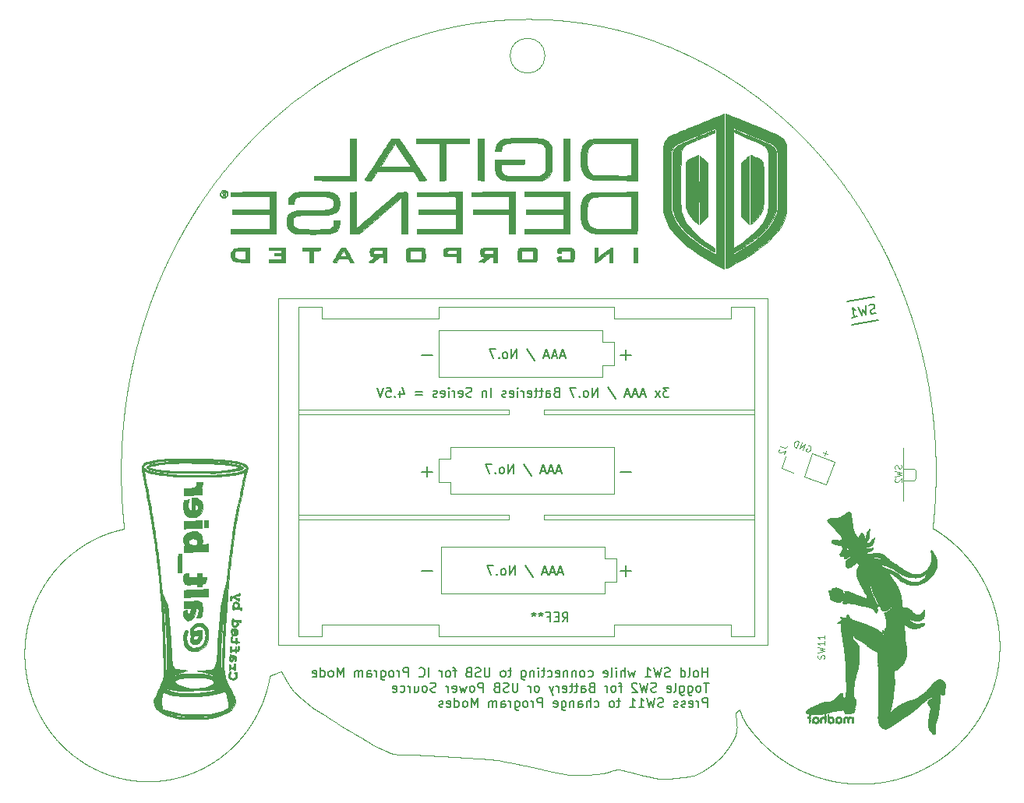
<source format=gbr>
G04 #@! TF.GenerationSoftware,KiCad,Pcbnew,(5.1.0)-1*
G04 #@! TF.CreationDate,2019-09-27T22:37:59-05:00*
G04 #@! TF.ProjectId,BSidesDFW_2019,42536964-6573-4444-9657-5f323031392e,rev?*
G04 #@! TF.SameCoordinates,Original*
G04 #@! TF.FileFunction,Legend,Bot*
G04 #@! TF.FilePolarity,Positive*
%FSLAX46Y46*%
G04 Gerber Fmt 4.6, Leading zero omitted, Abs format (unit mm)*
G04 Created by KiCad (PCBNEW (5.1.0)-1) date 2019-09-27 22:37:59*
%MOMM*%
%LPD*%
G04 APERTURE LIST*
%ADD10C,0.150000*%
%ADD11C,0.050000*%
%ADD12C,0.015200*%
%ADD13C,0.100000*%
%ADD14C,0.120000*%
%ADD15C,0.010000*%
G04 APERTURE END LIST*
D10*
X130864404Y-123042380D02*
X130864404Y-122042380D01*
X130864404Y-122518571D02*
X130292976Y-122518571D01*
X130292976Y-123042380D02*
X130292976Y-122042380D01*
X129673928Y-123042380D02*
X129769166Y-122994761D01*
X129816785Y-122947142D01*
X129864404Y-122851904D01*
X129864404Y-122566190D01*
X129816785Y-122470952D01*
X129769166Y-122423333D01*
X129673928Y-122375714D01*
X129531071Y-122375714D01*
X129435833Y-122423333D01*
X129388214Y-122470952D01*
X129340595Y-122566190D01*
X129340595Y-122851904D01*
X129388214Y-122947142D01*
X129435833Y-122994761D01*
X129531071Y-123042380D01*
X129673928Y-123042380D01*
X128769166Y-123042380D02*
X128864404Y-122994761D01*
X128912023Y-122899523D01*
X128912023Y-122042380D01*
X127959642Y-123042380D02*
X127959642Y-122042380D01*
X127959642Y-122994761D02*
X128054880Y-123042380D01*
X128245357Y-123042380D01*
X128340595Y-122994761D01*
X128388214Y-122947142D01*
X128435833Y-122851904D01*
X128435833Y-122566190D01*
X128388214Y-122470952D01*
X128340595Y-122423333D01*
X128245357Y-122375714D01*
X128054880Y-122375714D01*
X127959642Y-122423333D01*
X126769166Y-122994761D02*
X126626309Y-123042380D01*
X126388214Y-123042380D01*
X126292976Y-122994761D01*
X126245357Y-122947142D01*
X126197738Y-122851904D01*
X126197738Y-122756666D01*
X126245357Y-122661428D01*
X126292976Y-122613809D01*
X126388214Y-122566190D01*
X126578690Y-122518571D01*
X126673928Y-122470952D01*
X126721547Y-122423333D01*
X126769166Y-122328095D01*
X126769166Y-122232857D01*
X126721547Y-122137619D01*
X126673928Y-122090000D01*
X126578690Y-122042380D01*
X126340595Y-122042380D01*
X126197738Y-122090000D01*
X125864404Y-122042380D02*
X125626309Y-123042380D01*
X125435833Y-122328095D01*
X125245357Y-123042380D01*
X125007261Y-122042380D01*
X124102500Y-123042380D02*
X124673928Y-123042380D01*
X124388214Y-123042380D02*
X124388214Y-122042380D01*
X124483452Y-122185238D01*
X124578690Y-122280476D01*
X124673928Y-122328095D01*
X123007261Y-122375714D02*
X122816785Y-123042380D01*
X122626309Y-122566190D01*
X122435833Y-123042380D01*
X122245357Y-122375714D01*
X121864404Y-123042380D02*
X121864404Y-122042380D01*
X121435833Y-123042380D02*
X121435833Y-122518571D01*
X121483452Y-122423333D01*
X121578690Y-122375714D01*
X121721547Y-122375714D01*
X121816785Y-122423333D01*
X121864404Y-122470952D01*
X120959642Y-123042380D02*
X120959642Y-122375714D01*
X120959642Y-122042380D02*
X121007261Y-122090000D01*
X120959642Y-122137619D01*
X120912023Y-122090000D01*
X120959642Y-122042380D01*
X120959642Y-122137619D01*
X120340595Y-123042380D02*
X120435833Y-122994761D01*
X120483452Y-122899523D01*
X120483452Y-122042380D01*
X119578690Y-122994761D02*
X119673928Y-123042380D01*
X119864404Y-123042380D01*
X119959642Y-122994761D01*
X120007261Y-122899523D01*
X120007261Y-122518571D01*
X119959642Y-122423333D01*
X119864404Y-122375714D01*
X119673928Y-122375714D01*
X119578690Y-122423333D01*
X119531071Y-122518571D01*
X119531071Y-122613809D01*
X120007261Y-122709047D01*
X117912023Y-122994761D02*
X118007261Y-123042380D01*
X118197738Y-123042380D01*
X118292976Y-122994761D01*
X118340595Y-122947142D01*
X118388214Y-122851904D01*
X118388214Y-122566190D01*
X118340595Y-122470952D01*
X118292976Y-122423333D01*
X118197738Y-122375714D01*
X118007261Y-122375714D01*
X117912023Y-122423333D01*
X117340595Y-123042380D02*
X117435833Y-122994761D01*
X117483452Y-122947142D01*
X117531071Y-122851904D01*
X117531071Y-122566190D01*
X117483452Y-122470952D01*
X117435833Y-122423333D01*
X117340595Y-122375714D01*
X117197738Y-122375714D01*
X117102500Y-122423333D01*
X117054880Y-122470952D01*
X117007261Y-122566190D01*
X117007261Y-122851904D01*
X117054880Y-122947142D01*
X117102500Y-122994761D01*
X117197738Y-123042380D01*
X117340595Y-123042380D01*
X116578690Y-122375714D02*
X116578690Y-123042380D01*
X116578690Y-122470952D02*
X116531071Y-122423333D01*
X116435833Y-122375714D01*
X116292976Y-122375714D01*
X116197738Y-122423333D01*
X116150119Y-122518571D01*
X116150119Y-123042380D01*
X115673928Y-122375714D02*
X115673928Y-123042380D01*
X115673928Y-122470952D02*
X115626309Y-122423333D01*
X115531071Y-122375714D01*
X115388214Y-122375714D01*
X115292976Y-122423333D01*
X115245357Y-122518571D01*
X115245357Y-123042380D01*
X114388214Y-122994761D02*
X114483452Y-123042380D01*
X114673928Y-123042380D01*
X114769166Y-122994761D01*
X114816785Y-122899523D01*
X114816785Y-122518571D01*
X114769166Y-122423333D01*
X114673928Y-122375714D01*
X114483452Y-122375714D01*
X114388214Y-122423333D01*
X114340595Y-122518571D01*
X114340595Y-122613809D01*
X114816785Y-122709047D01*
X113483452Y-122994761D02*
X113578690Y-123042380D01*
X113769166Y-123042380D01*
X113864404Y-122994761D01*
X113912023Y-122947142D01*
X113959642Y-122851904D01*
X113959642Y-122566190D01*
X113912023Y-122470952D01*
X113864404Y-122423333D01*
X113769166Y-122375714D01*
X113578690Y-122375714D01*
X113483452Y-122423333D01*
X113197738Y-122375714D02*
X112816785Y-122375714D01*
X113054880Y-122042380D02*
X113054880Y-122899523D01*
X113007261Y-122994761D01*
X112912023Y-123042380D01*
X112816785Y-123042380D01*
X112483452Y-123042380D02*
X112483452Y-122375714D01*
X112483452Y-122042380D02*
X112531071Y-122090000D01*
X112483452Y-122137619D01*
X112435833Y-122090000D01*
X112483452Y-122042380D01*
X112483452Y-122137619D01*
X112007261Y-122375714D02*
X112007261Y-123042380D01*
X112007261Y-122470952D02*
X111959642Y-122423333D01*
X111864404Y-122375714D01*
X111721547Y-122375714D01*
X111626309Y-122423333D01*
X111578690Y-122518571D01*
X111578690Y-123042380D01*
X110673928Y-122375714D02*
X110673928Y-123185238D01*
X110721547Y-123280476D01*
X110769166Y-123328095D01*
X110864404Y-123375714D01*
X111007261Y-123375714D01*
X111102500Y-123328095D01*
X110673928Y-122994761D02*
X110769166Y-123042380D01*
X110959642Y-123042380D01*
X111054880Y-122994761D01*
X111102500Y-122947142D01*
X111150119Y-122851904D01*
X111150119Y-122566190D01*
X111102500Y-122470952D01*
X111054880Y-122423333D01*
X110959642Y-122375714D01*
X110769166Y-122375714D01*
X110673928Y-122423333D01*
X109578690Y-122375714D02*
X109197738Y-122375714D01*
X109435833Y-122042380D02*
X109435833Y-122899523D01*
X109388214Y-122994761D01*
X109292976Y-123042380D01*
X109197738Y-123042380D01*
X108721547Y-123042380D02*
X108816785Y-122994761D01*
X108864404Y-122947142D01*
X108912023Y-122851904D01*
X108912023Y-122566190D01*
X108864404Y-122470952D01*
X108816785Y-122423333D01*
X108721547Y-122375714D01*
X108578690Y-122375714D01*
X108483452Y-122423333D01*
X108435833Y-122470952D01*
X108388214Y-122566190D01*
X108388214Y-122851904D01*
X108435833Y-122947142D01*
X108483452Y-122994761D01*
X108578690Y-123042380D01*
X108721547Y-123042380D01*
X107197738Y-122042380D02*
X107197738Y-122851904D01*
X107150119Y-122947142D01*
X107102500Y-122994761D01*
X107007261Y-123042380D01*
X106816785Y-123042380D01*
X106721547Y-122994761D01*
X106673928Y-122947142D01*
X106626309Y-122851904D01*
X106626309Y-122042380D01*
X106197738Y-122994761D02*
X106054880Y-123042380D01*
X105816785Y-123042380D01*
X105721547Y-122994761D01*
X105673928Y-122947142D01*
X105626309Y-122851904D01*
X105626309Y-122756666D01*
X105673928Y-122661428D01*
X105721547Y-122613809D01*
X105816785Y-122566190D01*
X106007261Y-122518571D01*
X106102500Y-122470952D01*
X106150119Y-122423333D01*
X106197738Y-122328095D01*
X106197738Y-122232857D01*
X106150119Y-122137619D01*
X106102500Y-122090000D01*
X106007261Y-122042380D01*
X105769166Y-122042380D01*
X105626309Y-122090000D01*
X104864404Y-122518571D02*
X104721547Y-122566190D01*
X104673928Y-122613809D01*
X104626309Y-122709047D01*
X104626309Y-122851904D01*
X104673928Y-122947142D01*
X104721547Y-122994761D01*
X104816785Y-123042380D01*
X105197738Y-123042380D01*
X105197738Y-122042380D01*
X104864404Y-122042380D01*
X104769166Y-122090000D01*
X104721547Y-122137619D01*
X104673928Y-122232857D01*
X104673928Y-122328095D01*
X104721547Y-122423333D01*
X104769166Y-122470952D01*
X104864404Y-122518571D01*
X105197738Y-122518571D01*
X103578690Y-122375714D02*
X103197738Y-122375714D01*
X103435833Y-123042380D02*
X103435833Y-122185238D01*
X103388214Y-122090000D01*
X103292976Y-122042380D01*
X103197738Y-122042380D01*
X102721547Y-123042380D02*
X102816785Y-122994761D01*
X102864404Y-122947142D01*
X102912023Y-122851904D01*
X102912023Y-122566190D01*
X102864404Y-122470952D01*
X102816785Y-122423333D01*
X102721547Y-122375714D01*
X102578690Y-122375714D01*
X102483452Y-122423333D01*
X102435833Y-122470952D01*
X102388214Y-122566190D01*
X102388214Y-122851904D01*
X102435833Y-122947142D01*
X102483452Y-122994761D01*
X102578690Y-123042380D01*
X102721547Y-123042380D01*
X101959642Y-123042380D02*
X101959642Y-122375714D01*
X101959642Y-122566190D02*
X101912023Y-122470952D01*
X101864404Y-122423333D01*
X101769166Y-122375714D01*
X101673928Y-122375714D01*
X100578690Y-123042380D02*
X100578690Y-122042380D01*
X99531071Y-122947142D02*
X99578690Y-122994761D01*
X99721547Y-123042380D01*
X99816785Y-123042380D01*
X99959642Y-122994761D01*
X100054880Y-122899523D01*
X100102500Y-122804285D01*
X100150119Y-122613809D01*
X100150119Y-122470952D01*
X100102500Y-122280476D01*
X100054880Y-122185238D01*
X99959642Y-122090000D01*
X99816785Y-122042380D01*
X99721547Y-122042380D01*
X99578690Y-122090000D01*
X99531071Y-122137619D01*
X98340595Y-123042380D02*
X98340595Y-122042380D01*
X97959642Y-122042380D01*
X97864404Y-122090000D01*
X97816785Y-122137619D01*
X97769166Y-122232857D01*
X97769166Y-122375714D01*
X97816785Y-122470952D01*
X97864404Y-122518571D01*
X97959642Y-122566190D01*
X98340595Y-122566190D01*
X97340595Y-123042380D02*
X97340595Y-122375714D01*
X97340595Y-122566190D02*
X97292976Y-122470952D01*
X97245357Y-122423333D01*
X97150119Y-122375714D01*
X97054880Y-122375714D01*
X96578690Y-123042380D02*
X96673928Y-122994761D01*
X96721547Y-122947142D01*
X96769166Y-122851904D01*
X96769166Y-122566190D01*
X96721547Y-122470952D01*
X96673928Y-122423333D01*
X96578690Y-122375714D01*
X96435833Y-122375714D01*
X96340595Y-122423333D01*
X96292976Y-122470952D01*
X96245357Y-122566190D01*
X96245357Y-122851904D01*
X96292976Y-122947142D01*
X96340595Y-122994761D01*
X96435833Y-123042380D01*
X96578690Y-123042380D01*
X95388214Y-122375714D02*
X95388214Y-123185238D01*
X95435833Y-123280476D01*
X95483452Y-123328095D01*
X95578690Y-123375714D01*
X95721547Y-123375714D01*
X95816785Y-123328095D01*
X95388214Y-122994761D02*
X95483452Y-123042380D01*
X95673928Y-123042380D01*
X95769166Y-122994761D01*
X95816785Y-122947142D01*
X95864404Y-122851904D01*
X95864404Y-122566190D01*
X95816785Y-122470952D01*
X95769166Y-122423333D01*
X95673928Y-122375714D01*
X95483452Y-122375714D01*
X95388214Y-122423333D01*
X94912023Y-123042380D02*
X94912023Y-122375714D01*
X94912023Y-122566190D02*
X94864404Y-122470952D01*
X94816785Y-122423333D01*
X94721547Y-122375714D01*
X94626309Y-122375714D01*
X93864404Y-123042380D02*
X93864404Y-122518571D01*
X93912023Y-122423333D01*
X94007261Y-122375714D01*
X94197738Y-122375714D01*
X94292976Y-122423333D01*
X93864404Y-122994761D02*
X93959642Y-123042380D01*
X94197738Y-123042380D01*
X94292976Y-122994761D01*
X94340595Y-122899523D01*
X94340595Y-122804285D01*
X94292976Y-122709047D01*
X94197738Y-122661428D01*
X93959642Y-122661428D01*
X93864404Y-122613809D01*
X93388214Y-123042380D02*
X93388214Y-122375714D01*
X93388214Y-122470952D02*
X93340595Y-122423333D01*
X93245357Y-122375714D01*
X93102500Y-122375714D01*
X93007261Y-122423333D01*
X92959642Y-122518571D01*
X92959642Y-123042380D01*
X92959642Y-122518571D02*
X92912023Y-122423333D01*
X92816785Y-122375714D01*
X92673928Y-122375714D01*
X92578690Y-122423333D01*
X92531071Y-122518571D01*
X92531071Y-123042380D01*
X91292976Y-123042380D02*
X91292976Y-122042380D01*
X90959642Y-122756666D01*
X90626309Y-122042380D01*
X90626309Y-123042380D01*
X90007261Y-123042380D02*
X90102500Y-122994761D01*
X90150119Y-122947142D01*
X90197738Y-122851904D01*
X90197738Y-122566190D01*
X90150119Y-122470952D01*
X90102500Y-122423333D01*
X90007261Y-122375714D01*
X89864404Y-122375714D01*
X89769166Y-122423333D01*
X89721547Y-122470952D01*
X89673928Y-122566190D01*
X89673928Y-122851904D01*
X89721547Y-122947142D01*
X89769166Y-122994761D01*
X89864404Y-123042380D01*
X90007261Y-123042380D01*
X88816785Y-123042380D02*
X88816785Y-122042380D01*
X88816785Y-122994761D02*
X88912023Y-123042380D01*
X89102500Y-123042380D01*
X89197738Y-122994761D01*
X89245357Y-122947142D01*
X89292976Y-122851904D01*
X89292976Y-122566190D01*
X89245357Y-122470952D01*
X89197738Y-122423333D01*
X89102500Y-122375714D01*
X88912023Y-122375714D01*
X88816785Y-122423333D01*
X87959642Y-122994761D02*
X88054880Y-123042380D01*
X88245357Y-123042380D01*
X88340595Y-122994761D01*
X88388214Y-122899523D01*
X88388214Y-122518571D01*
X88340595Y-122423333D01*
X88245357Y-122375714D01*
X88054880Y-122375714D01*
X87959642Y-122423333D01*
X87912023Y-122518571D01*
X87912023Y-122613809D01*
X88388214Y-122709047D01*
X131007261Y-123692380D02*
X130435833Y-123692380D01*
X130721547Y-124692380D02*
X130721547Y-123692380D01*
X129959642Y-124692380D02*
X130054880Y-124644761D01*
X130102500Y-124597142D01*
X130150119Y-124501904D01*
X130150119Y-124216190D01*
X130102500Y-124120952D01*
X130054880Y-124073333D01*
X129959642Y-124025714D01*
X129816785Y-124025714D01*
X129721547Y-124073333D01*
X129673928Y-124120952D01*
X129626309Y-124216190D01*
X129626309Y-124501904D01*
X129673928Y-124597142D01*
X129721547Y-124644761D01*
X129816785Y-124692380D01*
X129959642Y-124692380D01*
X128769166Y-124025714D02*
X128769166Y-124835238D01*
X128816785Y-124930476D01*
X128864404Y-124978095D01*
X128959642Y-125025714D01*
X129102500Y-125025714D01*
X129197738Y-124978095D01*
X128769166Y-124644761D02*
X128864404Y-124692380D01*
X129054880Y-124692380D01*
X129150119Y-124644761D01*
X129197738Y-124597142D01*
X129245357Y-124501904D01*
X129245357Y-124216190D01*
X129197738Y-124120952D01*
X129150119Y-124073333D01*
X129054880Y-124025714D01*
X128864404Y-124025714D01*
X128769166Y-124073333D01*
X127864404Y-124025714D02*
X127864404Y-124835238D01*
X127912023Y-124930476D01*
X127959642Y-124978095D01*
X128054880Y-125025714D01*
X128197738Y-125025714D01*
X128292976Y-124978095D01*
X127864404Y-124644761D02*
X127959642Y-124692380D01*
X128150119Y-124692380D01*
X128245357Y-124644761D01*
X128292976Y-124597142D01*
X128340595Y-124501904D01*
X128340595Y-124216190D01*
X128292976Y-124120952D01*
X128245357Y-124073333D01*
X128150119Y-124025714D01*
X127959642Y-124025714D01*
X127864404Y-124073333D01*
X127245357Y-124692380D02*
X127340595Y-124644761D01*
X127388214Y-124549523D01*
X127388214Y-123692380D01*
X126483452Y-124644761D02*
X126578690Y-124692380D01*
X126769166Y-124692380D01*
X126864404Y-124644761D01*
X126912023Y-124549523D01*
X126912023Y-124168571D01*
X126864404Y-124073333D01*
X126769166Y-124025714D01*
X126578690Y-124025714D01*
X126483452Y-124073333D01*
X126435833Y-124168571D01*
X126435833Y-124263809D01*
X126912023Y-124359047D01*
X125292976Y-124644761D02*
X125150119Y-124692380D01*
X124912023Y-124692380D01*
X124816785Y-124644761D01*
X124769166Y-124597142D01*
X124721547Y-124501904D01*
X124721547Y-124406666D01*
X124769166Y-124311428D01*
X124816785Y-124263809D01*
X124912023Y-124216190D01*
X125102500Y-124168571D01*
X125197738Y-124120952D01*
X125245357Y-124073333D01*
X125292976Y-123978095D01*
X125292976Y-123882857D01*
X125245357Y-123787619D01*
X125197738Y-123740000D01*
X125102500Y-123692380D01*
X124864404Y-123692380D01*
X124721547Y-123740000D01*
X124388214Y-123692380D02*
X124150119Y-124692380D01*
X123959642Y-123978095D01*
X123769166Y-124692380D01*
X123531071Y-123692380D01*
X123197738Y-123787619D02*
X123150119Y-123740000D01*
X123054880Y-123692380D01*
X122816785Y-123692380D01*
X122721547Y-123740000D01*
X122673928Y-123787619D01*
X122626309Y-123882857D01*
X122626309Y-123978095D01*
X122673928Y-124120952D01*
X123245357Y-124692380D01*
X122626309Y-124692380D01*
X121578690Y-124025714D02*
X121197738Y-124025714D01*
X121435833Y-124692380D02*
X121435833Y-123835238D01*
X121388214Y-123740000D01*
X121292976Y-123692380D01*
X121197738Y-123692380D01*
X120721547Y-124692380D02*
X120816785Y-124644761D01*
X120864404Y-124597142D01*
X120912023Y-124501904D01*
X120912023Y-124216190D01*
X120864404Y-124120952D01*
X120816785Y-124073333D01*
X120721547Y-124025714D01*
X120578690Y-124025714D01*
X120483452Y-124073333D01*
X120435833Y-124120952D01*
X120388214Y-124216190D01*
X120388214Y-124501904D01*
X120435833Y-124597142D01*
X120483452Y-124644761D01*
X120578690Y-124692380D01*
X120721547Y-124692380D01*
X119959642Y-124692380D02*
X119959642Y-124025714D01*
X119959642Y-124216190D02*
X119912023Y-124120952D01*
X119864404Y-124073333D01*
X119769166Y-124025714D01*
X119673928Y-124025714D01*
X118245357Y-124168571D02*
X118102500Y-124216190D01*
X118054880Y-124263809D01*
X118007261Y-124359047D01*
X118007261Y-124501904D01*
X118054880Y-124597142D01*
X118102500Y-124644761D01*
X118197738Y-124692380D01*
X118578690Y-124692380D01*
X118578690Y-123692380D01*
X118245357Y-123692380D01*
X118150119Y-123740000D01*
X118102500Y-123787619D01*
X118054880Y-123882857D01*
X118054880Y-123978095D01*
X118102500Y-124073333D01*
X118150119Y-124120952D01*
X118245357Y-124168571D01*
X118578690Y-124168571D01*
X117150119Y-124692380D02*
X117150119Y-124168571D01*
X117197738Y-124073333D01*
X117292976Y-124025714D01*
X117483452Y-124025714D01*
X117578690Y-124073333D01*
X117150119Y-124644761D02*
X117245357Y-124692380D01*
X117483452Y-124692380D01*
X117578690Y-124644761D01*
X117626309Y-124549523D01*
X117626309Y-124454285D01*
X117578690Y-124359047D01*
X117483452Y-124311428D01*
X117245357Y-124311428D01*
X117150119Y-124263809D01*
X116816785Y-124025714D02*
X116435833Y-124025714D01*
X116673928Y-123692380D02*
X116673928Y-124549523D01*
X116626309Y-124644761D01*
X116531071Y-124692380D01*
X116435833Y-124692380D01*
X116245357Y-124025714D02*
X115864404Y-124025714D01*
X116102500Y-123692380D02*
X116102500Y-124549523D01*
X116054880Y-124644761D01*
X115959642Y-124692380D01*
X115864404Y-124692380D01*
X115150119Y-124644761D02*
X115245357Y-124692380D01*
X115435833Y-124692380D01*
X115531071Y-124644761D01*
X115578690Y-124549523D01*
X115578690Y-124168571D01*
X115531071Y-124073333D01*
X115435833Y-124025714D01*
X115245357Y-124025714D01*
X115150119Y-124073333D01*
X115102500Y-124168571D01*
X115102500Y-124263809D01*
X115578690Y-124359047D01*
X114673928Y-124692380D02*
X114673928Y-124025714D01*
X114673928Y-124216190D02*
X114626309Y-124120952D01*
X114578690Y-124073333D01*
X114483452Y-124025714D01*
X114388214Y-124025714D01*
X114150119Y-124025714D02*
X113912023Y-124692380D01*
X113673928Y-124025714D02*
X113912023Y-124692380D01*
X114007261Y-124930476D01*
X114054880Y-124978095D01*
X114150119Y-125025714D01*
X112388214Y-124692380D02*
X112483452Y-124644761D01*
X112531071Y-124597142D01*
X112578690Y-124501904D01*
X112578690Y-124216190D01*
X112531071Y-124120952D01*
X112483452Y-124073333D01*
X112388214Y-124025714D01*
X112245357Y-124025714D01*
X112150119Y-124073333D01*
X112102500Y-124120952D01*
X112054880Y-124216190D01*
X112054880Y-124501904D01*
X112102500Y-124597142D01*
X112150119Y-124644761D01*
X112245357Y-124692380D01*
X112388214Y-124692380D01*
X111626309Y-124692380D02*
X111626309Y-124025714D01*
X111626309Y-124216190D02*
X111578690Y-124120952D01*
X111531071Y-124073333D01*
X111435833Y-124025714D01*
X111340595Y-124025714D01*
X110245357Y-123692380D02*
X110245357Y-124501904D01*
X110197738Y-124597142D01*
X110150119Y-124644761D01*
X110054880Y-124692380D01*
X109864404Y-124692380D01*
X109769166Y-124644761D01*
X109721547Y-124597142D01*
X109673928Y-124501904D01*
X109673928Y-123692380D01*
X109245357Y-124644761D02*
X109102500Y-124692380D01*
X108864404Y-124692380D01*
X108769166Y-124644761D01*
X108721547Y-124597142D01*
X108673928Y-124501904D01*
X108673928Y-124406666D01*
X108721547Y-124311428D01*
X108769166Y-124263809D01*
X108864404Y-124216190D01*
X109054880Y-124168571D01*
X109150119Y-124120952D01*
X109197738Y-124073333D01*
X109245357Y-123978095D01*
X109245357Y-123882857D01*
X109197738Y-123787619D01*
X109150119Y-123740000D01*
X109054880Y-123692380D01*
X108816785Y-123692380D01*
X108673928Y-123740000D01*
X107912023Y-124168571D02*
X107769166Y-124216190D01*
X107721547Y-124263809D01*
X107673928Y-124359047D01*
X107673928Y-124501904D01*
X107721547Y-124597142D01*
X107769166Y-124644761D01*
X107864404Y-124692380D01*
X108245357Y-124692380D01*
X108245357Y-123692380D01*
X107912023Y-123692380D01*
X107816785Y-123740000D01*
X107769166Y-123787619D01*
X107721547Y-123882857D01*
X107721547Y-123978095D01*
X107769166Y-124073333D01*
X107816785Y-124120952D01*
X107912023Y-124168571D01*
X108245357Y-124168571D01*
X106483452Y-124692380D02*
X106483452Y-123692380D01*
X106102500Y-123692380D01*
X106007261Y-123740000D01*
X105959642Y-123787619D01*
X105912023Y-123882857D01*
X105912023Y-124025714D01*
X105959642Y-124120952D01*
X106007261Y-124168571D01*
X106102500Y-124216190D01*
X106483452Y-124216190D01*
X105340595Y-124692380D02*
X105435833Y-124644761D01*
X105483452Y-124597142D01*
X105531071Y-124501904D01*
X105531071Y-124216190D01*
X105483452Y-124120952D01*
X105435833Y-124073333D01*
X105340595Y-124025714D01*
X105197738Y-124025714D01*
X105102500Y-124073333D01*
X105054880Y-124120952D01*
X105007261Y-124216190D01*
X105007261Y-124501904D01*
X105054880Y-124597142D01*
X105102500Y-124644761D01*
X105197738Y-124692380D01*
X105340595Y-124692380D01*
X104673928Y-124025714D02*
X104483452Y-124692380D01*
X104292976Y-124216190D01*
X104102500Y-124692380D01*
X103912023Y-124025714D01*
X103150119Y-124644761D02*
X103245357Y-124692380D01*
X103435833Y-124692380D01*
X103531071Y-124644761D01*
X103578690Y-124549523D01*
X103578690Y-124168571D01*
X103531071Y-124073333D01*
X103435833Y-124025714D01*
X103245357Y-124025714D01*
X103150119Y-124073333D01*
X103102500Y-124168571D01*
X103102500Y-124263809D01*
X103578690Y-124359047D01*
X102673928Y-124692380D02*
X102673928Y-124025714D01*
X102673928Y-124216190D02*
X102626309Y-124120952D01*
X102578690Y-124073333D01*
X102483452Y-124025714D01*
X102388214Y-124025714D01*
X101340595Y-124644761D02*
X101197738Y-124692380D01*
X100959642Y-124692380D01*
X100864404Y-124644761D01*
X100816785Y-124597142D01*
X100769166Y-124501904D01*
X100769166Y-124406666D01*
X100816785Y-124311428D01*
X100864404Y-124263809D01*
X100959642Y-124216190D01*
X101150119Y-124168571D01*
X101245357Y-124120952D01*
X101292976Y-124073333D01*
X101340595Y-123978095D01*
X101340595Y-123882857D01*
X101292976Y-123787619D01*
X101245357Y-123740000D01*
X101150119Y-123692380D01*
X100912023Y-123692380D01*
X100769166Y-123740000D01*
X100197738Y-124692380D02*
X100292976Y-124644761D01*
X100340595Y-124597142D01*
X100388214Y-124501904D01*
X100388214Y-124216190D01*
X100340595Y-124120952D01*
X100292976Y-124073333D01*
X100197738Y-124025714D01*
X100054880Y-124025714D01*
X99959642Y-124073333D01*
X99912023Y-124120952D01*
X99864404Y-124216190D01*
X99864404Y-124501904D01*
X99912023Y-124597142D01*
X99959642Y-124644761D01*
X100054880Y-124692380D01*
X100197738Y-124692380D01*
X99007261Y-124025714D02*
X99007261Y-124692380D01*
X99435833Y-124025714D02*
X99435833Y-124549523D01*
X99388214Y-124644761D01*
X99292976Y-124692380D01*
X99150119Y-124692380D01*
X99054880Y-124644761D01*
X99007261Y-124597142D01*
X98531071Y-124692380D02*
X98531071Y-124025714D01*
X98531071Y-124216190D02*
X98483452Y-124120952D01*
X98435833Y-124073333D01*
X98340595Y-124025714D01*
X98245357Y-124025714D01*
X97483452Y-124644761D02*
X97578690Y-124692380D01*
X97769166Y-124692380D01*
X97864404Y-124644761D01*
X97912023Y-124597142D01*
X97959642Y-124501904D01*
X97959642Y-124216190D01*
X97912023Y-124120952D01*
X97864404Y-124073333D01*
X97769166Y-124025714D01*
X97578690Y-124025714D01*
X97483452Y-124073333D01*
X96673928Y-124644761D02*
X96769166Y-124692380D01*
X96959642Y-124692380D01*
X97054880Y-124644761D01*
X97102500Y-124549523D01*
X97102500Y-124168571D01*
X97054880Y-124073333D01*
X96959642Y-124025714D01*
X96769166Y-124025714D01*
X96673928Y-124073333D01*
X96626309Y-124168571D01*
X96626309Y-124263809D01*
X97102500Y-124359047D01*
X130864404Y-126342380D02*
X130864404Y-125342380D01*
X130483452Y-125342380D01*
X130388214Y-125390000D01*
X130340595Y-125437619D01*
X130292976Y-125532857D01*
X130292976Y-125675714D01*
X130340595Y-125770952D01*
X130388214Y-125818571D01*
X130483452Y-125866190D01*
X130864404Y-125866190D01*
X129864404Y-126342380D02*
X129864404Y-125675714D01*
X129864404Y-125866190D02*
X129816785Y-125770952D01*
X129769166Y-125723333D01*
X129673928Y-125675714D01*
X129578690Y-125675714D01*
X128864404Y-126294761D02*
X128959642Y-126342380D01*
X129150119Y-126342380D01*
X129245357Y-126294761D01*
X129292976Y-126199523D01*
X129292976Y-125818571D01*
X129245357Y-125723333D01*
X129150119Y-125675714D01*
X128959642Y-125675714D01*
X128864404Y-125723333D01*
X128816785Y-125818571D01*
X128816785Y-125913809D01*
X129292976Y-126009047D01*
X128435833Y-126294761D02*
X128340595Y-126342380D01*
X128150119Y-126342380D01*
X128054880Y-126294761D01*
X128007261Y-126199523D01*
X128007261Y-126151904D01*
X128054880Y-126056666D01*
X128150119Y-126009047D01*
X128292976Y-126009047D01*
X128388214Y-125961428D01*
X128435833Y-125866190D01*
X128435833Y-125818571D01*
X128388214Y-125723333D01*
X128292976Y-125675714D01*
X128150119Y-125675714D01*
X128054880Y-125723333D01*
X127626309Y-126294761D02*
X127531071Y-126342380D01*
X127340595Y-126342380D01*
X127245357Y-126294761D01*
X127197738Y-126199523D01*
X127197738Y-126151904D01*
X127245357Y-126056666D01*
X127340595Y-126009047D01*
X127483452Y-126009047D01*
X127578690Y-125961428D01*
X127626309Y-125866190D01*
X127626309Y-125818571D01*
X127578690Y-125723333D01*
X127483452Y-125675714D01*
X127340595Y-125675714D01*
X127245357Y-125723333D01*
X126054880Y-126294761D02*
X125912023Y-126342380D01*
X125673928Y-126342380D01*
X125578690Y-126294761D01*
X125531071Y-126247142D01*
X125483452Y-126151904D01*
X125483452Y-126056666D01*
X125531071Y-125961428D01*
X125578690Y-125913809D01*
X125673928Y-125866190D01*
X125864404Y-125818571D01*
X125959642Y-125770952D01*
X126007261Y-125723333D01*
X126054880Y-125628095D01*
X126054880Y-125532857D01*
X126007261Y-125437619D01*
X125959642Y-125390000D01*
X125864404Y-125342380D01*
X125626309Y-125342380D01*
X125483452Y-125390000D01*
X125150119Y-125342380D02*
X124912023Y-126342380D01*
X124721547Y-125628095D01*
X124531071Y-126342380D01*
X124292976Y-125342380D01*
X123388214Y-126342380D02*
X123959642Y-126342380D01*
X123673928Y-126342380D02*
X123673928Y-125342380D01*
X123769166Y-125485238D01*
X123864404Y-125580476D01*
X123959642Y-125628095D01*
X122435833Y-126342380D02*
X123007261Y-126342380D01*
X122721547Y-126342380D02*
X122721547Y-125342380D01*
X122816785Y-125485238D01*
X122912023Y-125580476D01*
X123007261Y-125628095D01*
X121388214Y-125675714D02*
X121007261Y-125675714D01*
X121245357Y-125342380D02*
X121245357Y-126199523D01*
X121197738Y-126294761D01*
X121102500Y-126342380D01*
X121007261Y-126342380D01*
X120531071Y-126342380D02*
X120626309Y-126294761D01*
X120673928Y-126247142D01*
X120721547Y-126151904D01*
X120721547Y-125866190D01*
X120673928Y-125770952D01*
X120626309Y-125723333D01*
X120531071Y-125675714D01*
X120388214Y-125675714D01*
X120292976Y-125723333D01*
X120245357Y-125770952D01*
X120197738Y-125866190D01*
X120197738Y-126151904D01*
X120245357Y-126247142D01*
X120292976Y-126294761D01*
X120388214Y-126342380D01*
X120531071Y-126342380D01*
X118578690Y-126294761D02*
X118673928Y-126342380D01*
X118864404Y-126342380D01*
X118959642Y-126294761D01*
X119007261Y-126247142D01*
X119054880Y-126151904D01*
X119054880Y-125866190D01*
X119007261Y-125770952D01*
X118959642Y-125723333D01*
X118864404Y-125675714D01*
X118673928Y-125675714D01*
X118578690Y-125723333D01*
X118150119Y-126342380D02*
X118150119Y-125342380D01*
X117721547Y-126342380D02*
X117721547Y-125818571D01*
X117769166Y-125723333D01*
X117864404Y-125675714D01*
X118007261Y-125675714D01*
X118102500Y-125723333D01*
X118150119Y-125770952D01*
X116816785Y-126342380D02*
X116816785Y-125818571D01*
X116864404Y-125723333D01*
X116959642Y-125675714D01*
X117150119Y-125675714D01*
X117245357Y-125723333D01*
X116816785Y-126294761D02*
X116912023Y-126342380D01*
X117150119Y-126342380D01*
X117245357Y-126294761D01*
X117292976Y-126199523D01*
X117292976Y-126104285D01*
X117245357Y-126009047D01*
X117150119Y-125961428D01*
X116912023Y-125961428D01*
X116816785Y-125913809D01*
X116340595Y-125675714D02*
X116340595Y-126342380D01*
X116340595Y-125770952D02*
X116292976Y-125723333D01*
X116197738Y-125675714D01*
X116054880Y-125675714D01*
X115959642Y-125723333D01*
X115912023Y-125818571D01*
X115912023Y-126342380D01*
X115007261Y-125675714D02*
X115007261Y-126485238D01*
X115054880Y-126580476D01*
X115102500Y-126628095D01*
X115197738Y-126675714D01*
X115340595Y-126675714D01*
X115435833Y-126628095D01*
X115007261Y-126294761D02*
X115102500Y-126342380D01*
X115292976Y-126342380D01*
X115388214Y-126294761D01*
X115435833Y-126247142D01*
X115483452Y-126151904D01*
X115483452Y-125866190D01*
X115435833Y-125770952D01*
X115388214Y-125723333D01*
X115292976Y-125675714D01*
X115102500Y-125675714D01*
X115007261Y-125723333D01*
X114150119Y-126294761D02*
X114245357Y-126342380D01*
X114435833Y-126342380D01*
X114531071Y-126294761D01*
X114578690Y-126199523D01*
X114578690Y-125818571D01*
X114531071Y-125723333D01*
X114435833Y-125675714D01*
X114245357Y-125675714D01*
X114150119Y-125723333D01*
X114102500Y-125818571D01*
X114102500Y-125913809D01*
X114578690Y-126009047D01*
X112912023Y-126342380D02*
X112912023Y-125342380D01*
X112531071Y-125342380D01*
X112435833Y-125390000D01*
X112388214Y-125437619D01*
X112340595Y-125532857D01*
X112340595Y-125675714D01*
X112388214Y-125770952D01*
X112435833Y-125818571D01*
X112531071Y-125866190D01*
X112912023Y-125866190D01*
X111912023Y-126342380D02*
X111912023Y-125675714D01*
X111912023Y-125866190D02*
X111864404Y-125770952D01*
X111816785Y-125723333D01*
X111721547Y-125675714D01*
X111626309Y-125675714D01*
X111150119Y-126342380D02*
X111245357Y-126294761D01*
X111292976Y-126247142D01*
X111340595Y-126151904D01*
X111340595Y-125866190D01*
X111292976Y-125770952D01*
X111245357Y-125723333D01*
X111150119Y-125675714D01*
X111007261Y-125675714D01*
X110912023Y-125723333D01*
X110864404Y-125770952D01*
X110816785Y-125866190D01*
X110816785Y-126151904D01*
X110864404Y-126247142D01*
X110912023Y-126294761D01*
X111007261Y-126342380D01*
X111150119Y-126342380D01*
X109959642Y-125675714D02*
X109959642Y-126485238D01*
X110007261Y-126580476D01*
X110054880Y-126628095D01*
X110150119Y-126675714D01*
X110292976Y-126675714D01*
X110388214Y-126628095D01*
X109959642Y-126294761D02*
X110054880Y-126342380D01*
X110245357Y-126342380D01*
X110340595Y-126294761D01*
X110388214Y-126247142D01*
X110435833Y-126151904D01*
X110435833Y-125866190D01*
X110388214Y-125770952D01*
X110340595Y-125723333D01*
X110245357Y-125675714D01*
X110054880Y-125675714D01*
X109959642Y-125723333D01*
X109483452Y-126342380D02*
X109483452Y-125675714D01*
X109483452Y-125866190D02*
X109435833Y-125770952D01*
X109388214Y-125723333D01*
X109292976Y-125675714D01*
X109197738Y-125675714D01*
X108435833Y-126342380D02*
X108435833Y-125818571D01*
X108483452Y-125723333D01*
X108578690Y-125675714D01*
X108769166Y-125675714D01*
X108864404Y-125723333D01*
X108435833Y-126294761D02*
X108531071Y-126342380D01*
X108769166Y-126342380D01*
X108864404Y-126294761D01*
X108912023Y-126199523D01*
X108912023Y-126104285D01*
X108864404Y-126009047D01*
X108769166Y-125961428D01*
X108531071Y-125961428D01*
X108435833Y-125913809D01*
X107959642Y-126342380D02*
X107959642Y-125675714D01*
X107959642Y-125770952D02*
X107912023Y-125723333D01*
X107816785Y-125675714D01*
X107673928Y-125675714D01*
X107578690Y-125723333D01*
X107531071Y-125818571D01*
X107531071Y-126342380D01*
X107531071Y-125818571D02*
X107483452Y-125723333D01*
X107388214Y-125675714D01*
X107245357Y-125675714D01*
X107150119Y-125723333D01*
X107102500Y-125818571D01*
X107102500Y-126342380D01*
X105864404Y-126342380D02*
X105864404Y-125342380D01*
X105531071Y-126056666D01*
X105197738Y-125342380D01*
X105197738Y-126342380D01*
X104578690Y-126342380D02*
X104673928Y-126294761D01*
X104721547Y-126247142D01*
X104769166Y-126151904D01*
X104769166Y-125866190D01*
X104721547Y-125770952D01*
X104673928Y-125723333D01*
X104578690Y-125675714D01*
X104435833Y-125675714D01*
X104340595Y-125723333D01*
X104292976Y-125770952D01*
X104245357Y-125866190D01*
X104245357Y-126151904D01*
X104292976Y-126247142D01*
X104340595Y-126294761D01*
X104435833Y-126342380D01*
X104578690Y-126342380D01*
X103388214Y-126342380D02*
X103388214Y-125342380D01*
X103388214Y-126294761D02*
X103483452Y-126342380D01*
X103673928Y-126342380D01*
X103769166Y-126294761D01*
X103816785Y-126247142D01*
X103864404Y-126151904D01*
X103864404Y-125866190D01*
X103816785Y-125770952D01*
X103769166Y-125723333D01*
X103673928Y-125675714D01*
X103483452Y-125675714D01*
X103388214Y-125723333D01*
X102531071Y-126294761D02*
X102626309Y-126342380D01*
X102816785Y-126342380D01*
X102912023Y-126294761D01*
X102959642Y-126199523D01*
X102959642Y-125818571D01*
X102912023Y-125723333D01*
X102816785Y-125675714D01*
X102626309Y-125675714D01*
X102531071Y-125723333D01*
X102483452Y-125818571D01*
X102483452Y-125913809D01*
X102959642Y-126009047D01*
X102102500Y-126294761D02*
X102007261Y-126342380D01*
X101816785Y-126342380D01*
X101721547Y-126294761D01*
X101673928Y-126199523D01*
X101673928Y-126151904D01*
X101721547Y-126056666D01*
X101816785Y-126009047D01*
X101959642Y-126009047D01*
X102054880Y-125961428D01*
X102102500Y-125866190D01*
X102102500Y-125818571D01*
X102054880Y-125723333D01*
X101959642Y-125675714D01*
X101816785Y-125675714D01*
X101721547Y-125723333D01*
D11*
X113205020Y-55514980D02*
G75*
G03X113205020Y-55514980I-1895020J0D01*
G01*
D12*
X119313265Y-52317211D02*
X119252268Y-52305023D01*
X120546300Y-52584830D02*
X120496186Y-52573160D01*
X120224702Y-52511112D02*
X120164146Y-52497542D01*
X120746543Y-52632138D02*
X120696514Y-52620217D01*
X120696514Y-52620217D02*
X120646463Y-52608358D01*
X118456708Y-52155028D02*
X118395312Y-52144143D01*
X118579414Y-52177079D02*
X118518075Y-52166007D01*
X118640725Y-52188244D02*
X118579414Y-52177079D01*
X118702008Y-52199503D02*
X118640725Y-52188244D01*
X118763262Y-52210856D02*
X118702008Y-52199503D01*
X118824488Y-52222301D02*
X118763262Y-52210856D01*
X120596392Y-52596563D02*
X120546300Y-52584830D01*
X118885685Y-52233840D02*
X118824488Y-52222301D01*
X118946854Y-52245471D02*
X118885685Y-52233840D01*
X119739426Y-52405120D02*
X119678633Y-52392285D01*
X119069106Y-52269013D02*
X119007994Y-52257196D01*
X119617811Y-52379542D02*
X119556960Y-52366891D01*
X119130189Y-52280924D02*
X119069106Y-52269013D01*
X121195865Y-52742242D02*
X121146025Y-52729759D01*
X119252268Y-52305023D02*
X119191243Y-52292927D01*
X119435171Y-52341866D02*
X119374232Y-52329492D01*
X121146025Y-52729759D02*
X121096163Y-52717338D01*
X119496080Y-52354332D02*
X119435171Y-52341866D01*
X119860922Y-52431067D02*
X119800189Y-52418047D01*
X120846540Y-52656168D02*
X120796552Y-52644122D01*
X119800189Y-52418047D02*
X119739426Y-52405120D01*
X120345723Y-52538527D02*
X120285227Y-52524774D01*
X120042946Y-52470676D02*
X119982301Y-52457381D01*
X120496186Y-52573160D02*
X120446053Y-52561553D01*
X120946453Y-52680448D02*
X120896507Y-52668277D01*
X120103561Y-52484063D02*
X120042946Y-52470676D01*
X120164146Y-52497542D02*
X120103561Y-52484063D01*
X120285227Y-52524774D02*
X120224702Y-52511112D01*
X120996377Y-52692682D02*
X120946453Y-52680448D01*
X119191243Y-52292927D02*
X119130189Y-52280924D01*
X121096163Y-52717338D02*
X121046281Y-52704979D01*
X119556960Y-52366891D02*
X119496080Y-52354332D01*
X119374232Y-52329492D02*
X119313265Y-52317211D01*
X121046281Y-52704979D02*
X120996377Y-52692682D01*
X118333484Y-52133280D02*
X118271627Y-52122513D01*
X119007994Y-52257196D02*
X118946854Y-52245471D01*
X121245684Y-52754788D02*
X121195865Y-52742242D01*
X118518075Y-52166007D02*
X118456708Y-52155028D01*
X120646463Y-52608358D02*
X120596392Y-52596563D01*
X120896507Y-52668277D02*
X120846540Y-52656168D01*
X120796552Y-52644122D02*
X120746543Y-52632138D01*
X119982301Y-52457381D02*
X119921626Y-52444178D01*
X118395312Y-52144143D02*
X118333484Y-52133280D01*
X119678633Y-52392285D02*
X119617811Y-52379542D01*
X119921626Y-52444178D02*
X119860922Y-52431067D01*
X120446053Y-52561553D02*
X120395898Y-52550009D01*
X120395898Y-52550009D02*
X120345723Y-52538527D01*
X125721375Y-54165737D02*
X125633310Y-54132394D01*
X125191744Y-53968688D02*
X125103184Y-53936549D01*
X125280222Y-54001027D02*
X125191744Y-53968688D01*
X122284484Y-53031894D02*
X122198687Y-53007880D01*
X123732723Y-53468361D02*
X123648080Y-53441220D01*
X124070597Y-53578743D02*
X123986233Y-53550875D01*
X124575294Y-53749752D02*
X124491355Y-53720799D01*
X125809357Y-54199279D02*
X125721375Y-54165737D01*
X123563368Y-53414261D02*
X123478587Y-53387485D01*
X121643465Y-52857394D02*
X121593818Y-52844351D01*
X121940897Y-52936952D02*
X121891380Y-52923538D01*
X121841840Y-52910185D02*
X121792279Y-52896895D01*
X123478587Y-53387485D02*
X123393737Y-53360891D01*
X125633310Y-54132394D02*
X125545162Y-54099252D01*
X125897255Y-54233021D02*
X125809357Y-54199279D01*
X124239112Y-53635023D02*
X124154890Y-53606793D01*
X122712471Y-53154745D02*
X122627007Y-53129805D01*
X122198687Y-53007880D02*
X122112823Y-52984051D01*
X123986233Y-53550875D02*
X123901800Y-53523189D01*
X122370215Y-53056094D02*
X122284484Y-53031894D01*
X122455879Y-53080479D02*
X122370215Y-53056094D01*
X123138773Y-53282209D02*
X123053648Y-53256348D01*
X124748128Y-53810013D02*
X124659161Y-53778885D01*
X124659161Y-53778885D02*
X124575294Y-53749752D01*
X125014542Y-53904612D02*
X124925819Y-53872877D01*
X121295481Y-52767397D02*
X121245684Y-52754788D01*
X123053648Y-53256348D02*
X122968456Y-53230671D01*
X123393737Y-53360891D02*
X123308817Y-53334480D01*
X126160445Y-54335442D02*
X126072799Y-54301103D01*
X123223829Y-53308253D02*
X123138773Y-53282209D01*
X121693092Y-52870499D02*
X121643465Y-52857394D01*
X121345257Y-52780067D02*
X121295481Y-52767397D01*
X125985069Y-54266962D02*
X125897255Y-54233021D01*
X121444746Y-52805594D02*
X121395012Y-52792800D01*
X121544149Y-52831370D02*
X121494458Y-52818451D01*
X122627007Y-53129805D02*
X122541477Y-53105049D01*
X126072799Y-54301103D02*
X125985069Y-54266962D01*
X121792279Y-52896895D02*
X121742696Y-52883666D01*
X125368618Y-54033568D02*
X125280222Y-54001027D01*
X126248007Y-54369980D02*
X126160445Y-54335442D01*
X122112823Y-52984051D02*
X122026893Y-52960408D01*
X121593818Y-52844351D02*
X121544149Y-52831370D01*
X122026893Y-52960408D02*
X121940897Y-52936952D01*
X123817296Y-53495684D02*
X123732723Y-53468361D01*
X123308817Y-53334480D02*
X123223829Y-53308253D01*
X123648080Y-53441220D02*
X123563368Y-53414261D01*
X125545162Y-54099252D02*
X125456931Y-54066310D01*
X121742696Y-52883666D02*
X121693092Y-52870499D01*
X124323264Y-53663435D02*
X124239112Y-53635023D01*
X121891380Y-52923538D02*
X121841840Y-52910185D01*
X122797867Y-53179869D02*
X122712471Y-53154745D01*
X125103184Y-53936549D02*
X125014542Y-53904612D01*
X124837014Y-53841344D02*
X124748128Y-53810013D01*
X122968456Y-53230671D02*
X122883195Y-53205178D01*
X125456931Y-54066310D02*
X125368618Y-54033568D01*
X121395012Y-52792800D02*
X121345257Y-52780067D01*
X124154890Y-53606793D02*
X124070597Y-53578743D01*
X121494458Y-52818451D02*
X121444746Y-52805594D01*
X124407345Y-53692027D02*
X124323264Y-53663435D01*
X122883195Y-53205178D02*
X122797867Y-53179869D01*
X124925819Y-53872877D02*
X124837014Y-53841344D01*
X122541477Y-53105049D02*
X122455879Y-53080479D01*
X123901800Y-53523189D02*
X123817296Y-53495684D01*
X124491355Y-53720799D02*
X124407345Y-53692027D01*
X126771592Y-54581364D02*
X126684541Y-54545639D01*
X127741769Y-54995376D02*
X127695684Y-54975045D01*
X128017741Y-55118528D02*
X127971810Y-55097864D01*
X128384272Y-55285834D02*
X128338546Y-55264727D01*
X128930963Y-55543408D02*
X128885549Y-55521641D01*
X129355427Y-55750118D02*
X129294932Y-55720295D01*
X126858557Y-54617285D02*
X126771592Y-54581364D01*
X127603440Y-54934551D02*
X127557279Y-54914388D01*
X129657190Y-55900695D02*
X129596933Y-55870386D01*
X128338546Y-55264727D02*
X128292794Y-55243676D01*
X126945435Y-54653403D02*
X126858557Y-54617285D01*
X127032227Y-54689718D02*
X126945435Y-54653403D01*
X128063648Y-55139247D02*
X128017741Y-55118528D01*
X127292082Y-54799838D02*
X127205551Y-54762935D01*
X127378526Y-54836935D02*
X127292082Y-54799838D01*
X127833862Y-55036204D02*
X127787828Y-55015762D01*
X127925853Y-55077255D02*
X127879870Y-55056702D01*
X127879870Y-55056702D02*
X127833862Y-55036204D01*
X128521296Y-55349485D02*
X128475647Y-55328213D01*
X128566919Y-55370812D02*
X128521296Y-55349485D01*
X128109528Y-55160022D02*
X128063648Y-55139247D01*
X129294932Y-55720295D02*
X129234388Y-55690569D01*
X128794642Y-55478273D02*
X128749150Y-55456671D01*
X129052475Y-55601979D02*
X128991742Y-55572644D01*
X129113160Y-55631411D02*
X129052475Y-55601979D01*
X129234388Y-55690569D02*
X129173798Y-55660941D01*
X129476276Y-55810057D02*
X129415875Y-55780039D01*
X127464883Y-54874228D02*
X127378526Y-54836935D01*
X127557279Y-54914388D02*
X127511094Y-54894280D01*
X129536628Y-55840173D02*
X129476276Y-55810057D01*
X129173798Y-55660941D02*
X129113160Y-55631411D01*
X128612515Y-55392195D02*
X128566919Y-55370812D01*
X127695684Y-54975045D02*
X127649575Y-54954770D01*
X127787828Y-55015762D02*
X127741769Y-54995376D01*
X129957752Y-56053699D02*
X129897736Y-56022905D01*
X127971810Y-55097864D02*
X127925853Y-55077255D01*
X128840109Y-55499930D02*
X128794642Y-55478273D01*
X128703631Y-55435124D02*
X128658086Y-55413632D01*
X129596933Y-55870386D02*
X129536628Y-55840173D01*
X129777559Y-55961606D02*
X129717399Y-55931102D01*
X129897736Y-56022905D02*
X129837672Y-55992207D01*
X129415875Y-55780039D02*
X129355427Y-55750118D01*
X129717399Y-55931102D02*
X129657190Y-55900695D01*
X129837672Y-55992207D02*
X129777559Y-55961606D01*
X127649575Y-54954770D02*
X127603440Y-54934551D01*
X128201212Y-55201738D02*
X128155383Y-55180853D01*
X126422876Y-54439650D02*
X126335484Y-54404716D01*
X126335484Y-54404716D02*
X126248007Y-54369980D01*
X126510183Y-54474782D02*
X126422876Y-54439650D01*
X126597405Y-54510112D02*
X126510183Y-54474782D01*
X128658086Y-55413632D02*
X128612515Y-55392195D01*
X126684541Y-54545639D02*
X126597405Y-54510112D01*
X128991742Y-55572644D02*
X128930963Y-55543408D01*
X127118932Y-54726229D02*
X127032227Y-54689718D01*
X127205551Y-54762935D02*
X127118932Y-54726229D01*
X128429973Y-55306996D02*
X128384272Y-55285834D01*
X127511094Y-54894280D02*
X127464883Y-54874228D01*
X128155383Y-55180853D02*
X128109528Y-55160022D01*
X128247016Y-55222679D02*
X128201212Y-55201738D01*
X128749150Y-55456671D02*
X128703631Y-55435124D01*
X128475647Y-55328213D02*
X128429973Y-55306996D01*
X128885549Y-55521641D02*
X128840109Y-55499930D01*
X130017720Y-56084590D02*
X129957752Y-56053699D01*
X128292794Y-55243676D02*
X128247016Y-55222679D01*
X133263514Y-57945234D02*
X133197632Y-57903628D01*
X133788025Y-58282445D02*
X133722709Y-58239870D01*
X131574879Y-56930067D02*
X131509487Y-56892851D01*
X133853269Y-58325140D02*
X133788025Y-58282445D01*
X132290011Y-57347132D02*
X132225318Y-57308636D01*
X133460736Y-58070780D02*
X133395066Y-58028810D01*
X133526336Y-58112871D02*
X133460736Y-58070780D01*
X133918441Y-58367955D02*
X133853269Y-58325140D01*
X132030853Y-57193845D02*
X131965904Y-57155813D01*
X131444033Y-56855753D02*
X131378516Y-56818772D01*
X130077639Y-56115577D02*
X130017720Y-56084590D01*
X131705473Y-57004849D02*
X131640208Y-56967400D01*
X130918153Y-56563196D02*
X130852139Y-56527157D01*
X133591865Y-58155083D02*
X133526336Y-58112871D01*
X132548144Y-57502269D02*
X132483707Y-57463311D01*
X134113529Y-58497122D02*
X134048572Y-58453947D01*
X130137510Y-56146661D02*
X130077639Y-56115577D01*
X131900891Y-57117897D02*
X131835815Y-57080098D01*
X132483707Y-57463311D02*
X132419206Y-57424469D01*
X133722709Y-58239870D02*
X133657322Y-58197416D01*
X134048572Y-58453947D02*
X133983542Y-58410891D01*
X130197332Y-56177841D02*
X130137510Y-56146661D01*
X131115824Y-56672021D02*
X131049996Y-56635628D01*
X132933404Y-57738425D02*
X132869356Y-57698779D01*
X130555237Y-56366941D02*
X130495709Y-56335184D01*
X133197632Y-57903628D02*
X133131680Y-57862145D01*
X130257105Y-56209118D02*
X130197332Y-56177841D01*
X132805244Y-57659247D02*
X132741066Y-57619831D01*
X131770676Y-57042415D02*
X131705473Y-57004849D01*
X132354641Y-57385743D02*
X132290011Y-57347132D01*
X130316829Y-56240491D02*
X130257105Y-56209118D01*
X130376505Y-56271959D02*
X130316829Y-56240491D01*
X131378516Y-56818772D02*
X131312937Y-56781908D01*
X130614716Y-56398793D02*
X130555237Y-56366941D01*
X130733526Y-56462784D02*
X130674146Y-56430741D01*
X131640208Y-56967400D02*
X131574879Y-56930067D01*
X132225318Y-57308636D02*
X132160560Y-57270256D01*
X132869356Y-57698779D02*
X132805244Y-57659247D01*
X133395066Y-58028810D02*
X133329325Y-57986961D01*
X131965904Y-57155813D02*
X131900891Y-57117897D01*
X133065658Y-57820783D02*
X132999566Y-57779543D01*
X133131680Y-57862145D02*
X133065658Y-57820783D01*
X130436131Y-56303524D02*
X130376505Y-56271959D01*
X131509487Y-56892851D02*
X131444033Y-56855753D01*
X130495709Y-56335184D02*
X130436131Y-56303524D01*
X130674146Y-56430741D02*
X130614716Y-56398793D01*
X132419206Y-57424469D02*
X132354641Y-57385743D01*
X133983542Y-58410891D02*
X133918441Y-58367955D01*
X130792857Y-56494922D02*
X130733526Y-56462784D01*
X130852139Y-56527157D02*
X130792857Y-56494922D01*
X133329325Y-57986961D02*
X133263514Y-57945234D01*
X133657322Y-58197416D02*
X133591865Y-58155083D01*
X132612516Y-57541341D02*
X132548144Y-57502269D01*
X130984105Y-56599353D02*
X130918153Y-56563196D01*
X131312937Y-56781908D02*
X131247295Y-56745161D01*
X131049996Y-56635628D02*
X130984105Y-56599353D01*
X131181591Y-56708532D02*
X131115824Y-56672021D01*
X132160560Y-57270256D02*
X132095738Y-57231993D01*
X132741066Y-57619831D02*
X132676823Y-57580528D01*
X131247295Y-56745161D02*
X131181591Y-56708532D01*
X131835815Y-57080098D02*
X131770676Y-57042415D01*
X132095738Y-57231993D02*
X132030853Y-57193845D01*
X132676823Y-57580528D02*
X132612516Y-57541341D01*
X132999566Y-57779543D02*
X132933404Y-57738425D01*
X135680303Y-59590633D02*
X135620188Y-59546782D01*
X136809466Y-60443710D02*
X136750660Y-60397875D01*
X137200116Y-60752232D02*
X137131949Y-60697887D01*
X135379048Y-59372436D02*
X135318595Y-59329114D01*
X137741968Y-61192018D02*
X137674578Y-61136559D01*
X135015319Y-59114102D02*
X134951380Y-59069261D01*
X135076108Y-59156891D02*
X135015319Y-59114102D01*
X135439434Y-59415863D02*
X135379048Y-59372436D01*
X136632838Y-60306515D02*
X136573822Y-60260990D01*
X137674578Y-61136559D02*
X137607089Y-61081238D01*
X134178415Y-58540418D02*
X134113529Y-58497122D01*
X135136830Y-59199787D02*
X135076108Y-59156891D01*
X137268187Y-60806718D02*
X137200116Y-60752232D01*
X135258074Y-59285899D02*
X135197485Y-59242790D01*
X135800330Y-59678651D02*
X135740351Y-59634589D01*
X136039565Y-59855949D02*
X135979859Y-59811467D01*
X137063685Y-60643681D02*
X136995325Y-60589615D01*
X136926869Y-60535690D02*
X136868203Y-60489649D01*
X137943554Y-61359226D02*
X137876457Y-61303352D01*
X138010552Y-61415238D02*
X137943554Y-61359226D01*
X136995325Y-60589615D02*
X136926869Y-60535690D01*
X137336161Y-60861343D02*
X137268187Y-60806718D01*
X134243228Y-58583833D02*
X134178415Y-58540418D01*
X134501758Y-58758688D02*
X134437234Y-58714796D01*
X134372638Y-58671022D02*
X134307969Y-58627368D01*
X134759124Y-58935448D02*
X134694892Y-58891080D01*
X134437234Y-58714796D02*
X134372638Y-58671022D01*
X135560004Y-59503036D02*
X135499753Y-59459397D01*
X135979859Y-59811467D02*
X135920085Y-59767090D01*
X136099203Y-59900536D02*
X136039565Y-59855949D01*
X136573822Y-60260990D02*
X136514737Y-60215569D01*
X138077452Y-61471387D02*
X138010552Y-61415238D01*
X134630587Y-58846830D02*
X134566209Y-58802700D01*
X135499753Y-59459397D02*
X135439434Y-59415863D01*
X136396359Y-60125039D02*
X136337066Y-60079930D01*
X136455583Y-60170252D02*
X136396359Y-60125039D01*
X136750660Y-60397875D02*
X136691784Y-60352143D01*
X134951380Y-59069261D02*
X134887368Y-59024538D01*
X135620188Y-59546782D02*
X135560004Y-59503036D01*
X137131949Y-60697887D02*
X137063685Y-60643681D01*
X134694892Y-58891080D02*
X134630587Y-58846830D01*
X136158772Y-59945228D02*
X136099203Y-59900536D01*
X136337066Y-60079930D02*
X136277703Y-60034925D01*
X136868203Y-60489649D02*
X136809466Y-60443710D01*
X136691784Y-60352143D02*
X136632838Y-60306515D01*
X137471819Y-60971012D02*
X137404039Y-60916108D01*
X135740351Y-59634589D02*
X135680303Y-59590633D01*
X134307969Y-58627368D02*
X134243228Y-58583833D01*
X134566209Y-58802700D02*
X134501758Y-58758688D01*
X134887368Y-59024538D02*
X134823283Y-58979934D01*
X138144253Y-61527674D02*
X138077452Y-61471387D01*
X135197485Y-59242790D02*
X135136830Y-59199787D01*
X135860241Y-59722818D02*
X135800330Y-59678651D01*
X134823283Y-58979934D02*
X134759124Y-58935448D01*
X135318595Y-59329114D02*
X135258074Y-59285899D01*
X137809262Y-61247616D02*
X137741968Y-61192018D01*
X136277703Y-60034925D02*
X136218272Y-59990024D01*
X135920085Y-59767090D02*
X135860241Y-59722818D01*
X136218272Y-59990024D02*
X136158772Y-59945228D01*
X137404039Y-60916108D02*
X137336161Y-60861343D01*
X137876457Y-61303352D02*
X137809262Y-61247616D01*
X136514737Y-60215569D02*
X136455583Y-60170252D01*
X137539503Y-61026056D02*
X137471819Y-60971012D01*
X137607089Y-61081238D02*
X137539503Y-61026056D01*
X141444407Y-64604999D02*
X141383007Y-64541991D01*
X140893746Y-64048275D02*
X140834294Y-63989277D01*
X140174019Y-63348075D02*
X140113425Y-63290495D01*
X141198164Y-64353731D02*
X141136336Y-64291233D01*
X140052736Y-63233035D02*
X139991953Y-63175694D01*
X140535598Y-63696050D02*
X140475573Y-63637758D01*
X140655364Y-63812987D02*
X140595529Y-63754460D01*
X141871196Y-65049604D02*
X141810550Y-64985710D01*
X141627964Y-64794785D02*
X141566886Y-64731396D01*
X141074401Y-64228864D02*
X141012361Y-64166622D01*
X138210956Y-61584098D02*
X138144253Y-61527674D01*
X141321499Y-64479110D02*
X141259885Y-64416357D01*
X138344063Y-61697357D02*
X138277559Y-61640659D01*
X138410468Y-61754192D02*
X138344063Y-61697357D01*
X140595529Y-63754460D02*
X140535598Y-63696050D01*
X138675090Y-61982893D02*
X138609085Y-61925513D01*
X138740995Y-62040408D02*
X138675090Y-61982893D01*
X138806800Y-62098058D02*
X138740995Y-62040408D01*
X141505700Y-64668134D02*
X141444407Y-64604999D01*
X138872505Y-62155844D02*
X138806800Y-62098058D01*
X138938108Y-62213765D02*
X138872505Y-62155844D01*
X139069012Y-62330012D02*
X139003611Y-62271821D01*
X140774747Y-63930396D02*
X140715103Y-63871633D01*
X139131190Y-62385543D02*
X139069012Y-62330012D01*
X139809041Y-63004388D02*
X139747883Y-62947526D01*
X140234520Y-63405774D02*
X140174019Y-63348075D01*
X139193275Y-62441196D02*
X139131190Y-62385543D01*
X139255269Y-62496970D02*
X139193275Y-62441196D01*
X141383007Y-64541991D02*
X141321499Y-64479110D01*
X141931733Y-65113623D02*
X141871196Y-65049604D01*
X139378978Y-62608883D02*
X139317170Y-62552866D01*
X139440695Y-62665022D02*
X139378978Y-62608883D01*
X141012361Y-64166622D02*
X140953102Y-64107390D01*
X139563849Y-62777661D02*
X139502318Y-62721281D01*
X139625287Y-62834162D02*
X139563849Y-62777661D01*
X142112692Y-65306435D02*
X142052482Y-65242039D01*
X140294925Y-63463592D02*
X140234520Y-63405774D01*
X140415452Y-63579584D02*
X140355236Y-63521529D01*
X141810550Y-64985710D02*
X141749796Y-64921942D01*
X141259885Y-64416357D02*
X141198164Y-64353731D01*
X141566886Y-64731396D02*
X141505700Y-64668134D01*
X139502318Y-62721281D02*
X139440695Y-62665022D01*
X141136336Y-64291233D02*
X141074401Y-64228864D01*
X142052482Y-65242039D02*
X141992162Y-65177769D01*
X138277559Y-61640659D02*
X138210956Y-61584098D01*
X139747883Y-62947526D02*
X139686631Y-62890784D01*
X138476773Y-61811163D02*
X138410468Y-61754192D01*
X138542979Y-61868270D02*
X138476773Y-61811163D01*
X138609085Y-61925513D02*
X138542979Y-61868270D01*
X139003611Y-62271821D02*
X138938108Y-62213765D01*
X139317170Y-62552866D02*
X139255269Y-62496970D01*
X139686631Y-62890784D02*
X139625287Y-62834162D01*
X140113425Y-63290495D02*
X140052736Y-63233035D01*
X139870105Y-63061370D02*
X139809041Y-63004388D01*
X140953102Y-64107390D02*
X140893746Y-64048275D01*
X139931076Y-63118472D02*
X139870105Y-63061370D01*
X141992162Y-65177769D02*
X141931733Y-65113623D01*
X141749796Y-64921942D02*
X141688934Y-64858300D01*
X140834294Y-63989277D02*
X140774747Y-63930396D01*
X139991953Y-63175694D02*
X139931076Y-63118472D01*
X140355236Y-63521529D02*
X140294925Y-63463592D01*
X140475573Y-63637758D02*
X140415452Y-63579584D01*
X141688934Y-64858300D02*
X141627964Y-64794785D01*
X140715103Y-63871633D02*
X140655364Y-63812987D01*
X80289479Y-65740167D02*
X80233542Y-65801736D01*
X78327366Y-68038591D02*
X78265746Y-68115727D01*
X79396624Y-66749642D02*
X79332602Y-66824283D01*
X80457876Y-65556121D02*
X80401646Y-65617359D01*
X78389130Y-67961601D02*
X78327366Y-68038591D01*
X79679589Y-66423435D02*
X79624739Y-66486202D01*
X79268720Y-66899072D02*
X79204977Y-66974009D01*
X78575278Y-67731500D02*
X78513086Y-67808055D01*
X79460785Y-66675151D02*
X79396624Y-66749642D01*
X78637612Y-67655091D02*
X78575278Y-67731500D01*
X78700088Y-67578828D02*
X78637612Y-67655091D01*
X78825465Y-67426741D02*
X78762706Y-67502711D01*
X79789589Y-66298225D02*
X79734539Y-66360776D01*
X78888365Y-67350917D02*
X78825465Y-67426741D01*
X79077911Y-67124329D02*
X79014588Y-67199711D01*
X79204977Y-66974009D02*
X79141374Y-67049095D01*
X79569988Y-66549077D02*
X79515336Y-66612060D01*
X80066321Y-65987101D02*
X80010777Y-66049108D01*
X80233542Y-65801736D02*
X80177703Y-65863415D01*
X80627151Y-65373067D02*
X80570629Y-65433974D01*
X79515336Y-66612060D02*
X79460785Y-66675151D01*
X79624739Y-66486202D02*
X79569988Y-66549077D01*
X79955331Y-66111224D02*
X79899985Y-66173449D01*
X79734539Y-66360776D02*
X79679589Y-66423435D01*
X80177703Y-65863415D02*
X80121963Y-65925203D01*
X80854209Y-65130548D02*
X80797299Y-65191011D01*
X80911215Y-65070197D02*
X80854209Y-65130548D01*
X80968317Y-65009957D02*
X80911215Y-65070197D01*
X79844737Y-66235782D02*
X79789589Y-66298225D01*
X81140200Y-64829908D02*
X81082810Y-64889812D01*
X80345514Y-65678708D02*
X80289479Y-65740167D01*
X80740486Y-65251585D02*
X80683770Y-65312271D01*
X79899985Y-66173449D02*
X79844737Y-66235782D01*
X80514204Y-65494992D02*
X80457876Y-65556121D01*
X80797299Y-65191011D02*
X80740486Y-65251585D01*
X80683770Y-65312271D02*
X80627151Y-65373067D01*
X78204268Y-68193006D02*
X78142934Y-68270430D01*
X78265746Y-68115727D02*
X78204268Y-68193006D01*
X79141374Y-67049095D02*
X79077911Y-67124329D01*
X81082810Y-64889812D02*
X81025515Y-64949829D01*
X78762706Y-67502711D02*
X78700088Y-67578828D01*
X78451037Y-67884755D02*
X78389130Y-67961601D01*
X78513086Y-67808055D02*
X78451037Y-67884755D01*
X81025515Y-64949829D02*
X80968317Y-65009957D01*
X78951406Y-67275240D02*
X78888365Y-67350917D01*
X79014588Y-67199711D02*
X78951406Y-67275240D01*
X80010777Y-66049108D02*
X79955331Y-66111224D01*
X79332602Y-66824283D02*
X79268720Y-66899072D01*
X80121963Y-65925203D02*
X80066321Y-65987101D01*
X80570629Y-65433974D02*
X80514204Y-65494992D01*
X80401646Y-65617359D02*
X80345514Y-65678708D01*
X84484235Y-61674833D02*
X84419300Y-61730321D01*
X84679611Y-61509151D02*
X84614391Y-61564247D01*
X82522600Y-63448625D02*
X82461261Y-63507496D01*
X85007121Y-61235639D02*
X84941431Y-61290078D01*
X82400020Y-63566490D02*
X82338877Y-63625606D01*
X82954705Y-63039975D02*
X82892684Y-63097983D01*
X83203755Y-62809185D02*
X83141348Y-62866696D01*
X84419300Y-61730321D02*
X84354459Y-61785941D01*
X84289713Y-61841690D02*
X84225063Y-61897569D01*
X84875835Y-61344649D02*
X84810333Y-61399352D01*
X82645572Y-63331252D02*
X82584037Y-63389877D01*
X85138782Y-61127157D02*
X85072905Y-61181332D01*
X81197687Y-64770116D02*
X81140200Y-64829908D01*
X81913638Y-64042833D02*
X81853286Y-64102922D01*
X84354459Y-61785941D02*
X84289713Y-61841690D01*
X83456755Y-62578203D02*
X83393359Y-62635757D01*
X81255269Y-64710437D02*
X81197687Y-64770116D01*
X81314618Y-64649146D02*
X81255269Y-64710437D01*
X82830760Y-63156115D02*
X82768933Y-63214371D01*
X81374068Y-64587975D02*
X81314618Y-64649146D01*
X83393359Y-62635757D02*
X83330060Y-62693439D01*
X82095290Y-63863291D02*
X82034640Y-63923017D01*
X84549266Y-61619475D02*
X84484235Y-61674833D01*
X83839173Y-62235567D02*
X83775195Y-62292352D01*
X81553023Y-64405179D02*
X81493271Y-64465991D01*
X84096050Y-62009718D02*
X84031687Y-62065986D01*
X81433619Y-64526923D02*
X81374068Y-64587975D01*
X83711313Y-62349266D02*
X83647528Y-62406308D01*
X82707204Y-63272749D02*
X82645572Y-63331252D01*
X83266858Y-62751248D02*
X83203755Y-62809185D01*
X81493271Y-64465991D02*
X81433619Y-64526923D01*
X82338877Y-63625606D02*
X82277832Y-63684844D01*
X84810333Y-61399352D02*
X84744925Y-61454186D01*
X81612876Y-64344487D02*
X81553023Y-64405179D01*
X81732881Y-64223463D02*
X81672829Y-64283915D01*
X82584037Y-63389877D02*
X82522600Y-63448625D01*
X82892684Y-63097983D02*
X82830760Y-63156115D01*
X83775195Y-62292352D02*
X83711313Y-62349266D01*
X83141348Y-62866696D02*
X83079037Y-62924331D01*
X85072905Y-61181332D02*
X85007121Y-61235639D01*
X83967419Y-62122384D02*
X83903248Y-62178911D01*
X84031687Y-62065986D02*
X83967419Y-62122384D01*
X82461261Y-63507496D02*
X82400020Y-63566490D01*
X84941431Y-61290078D02*
X84875835Y-61344649D01*
X81672829Y-64283915D02*
X81612876Y-64344487D01*
X81793034Y-64163132D02*
X81732881Y-64223463D01*
X81853286Y-64102922D02*
X81793034Y-64163132D01*
X83330060Y-62693439D02*
X83266858Y-62751248D01*
X81974090Y-63982864D02*
X81913638Y-64042833D01*
X82034640Y-63923017D02*
X81974090Y-63982864D01*
X82156039Y-63803687D02*
X82095290Y-63863291D01*
X84225063Y-61897569D02*
X84160509Y-61953579D01*
X83520249Y-62520777D02*
X83456755Y-62578203D01*
X82277832Y-63684844D02*
X82216886Y-63744205D01*
X84744925Y-61454186D02*
X84679611Y-61509151D01*
X82216886Y-63744205D02*
X82156039Y-63803687D01*
X83079037Y-62924331D02*
X83016823Y-62982091D01*
X83647528Y-62406308D02*
X83583840Y-62463478D01*
X84614391Y-61564247D02*
X84549266Y-61619475D01*
X82768933Y-63214371D02*
X82707204Y-63272749D01*
X83016823Y-62982091D02*
X82954705Y-63039975D01*
X83583840Y-62463478D02*
X83520249Y-62520777D01*
X83903248Y-62178911D02*
X83839173Y-62235567D01*
X84160509Y-61953579D02*
X84096050Y-62009718D01*
X88219667Y-58813674D02*
X88176517Y-58843261D01*
X89045684Y-58261695D02*
X89001919Y-58290261D01*
X89308946Y-58091436D02*
X89264989Y-58119677D01*
X87958261Y-58994088D02*
X87869398Y-59056058D01*
X85865286Y-60543362D02*
X85779911Y-60610686D01*
X87427212Y-59369311D02*
X87339203Y-59432639D01*
X87515364Y-59306208D02*
X87427212Y-59369311D01*
X88047266Y-58932345D02*
X87958261Y-58994088D01*
X88914485Y-58347557D02*
X88870816Y-58376285D01*
X85204752Y-61073115D02*
X85138782Y-61127157D01*
X85355288Y-60950575D02*
X85270815Y-61019205D01*
X86208272Y-60276259D02*
X86122303Y-60342705D01*
X89352935Y-58063250D02*
X89308946Y-58091436D01*
X87603659Y-59243331D02*
X87515364Y-59306208D01*
X88306064Y-58754658D02*
X88262849Y-58784139D01*
X88479250Y-58637269D02*
X88435904Y-58666536D01*
X89221064Y-58147972D02*
X89177171Y-58176321D01*
X89133310Y-58204725D02*
X89089481Y-58233183D01*
X86122303Y-60342705D02*
X86036482Y-60409371D01*
X87780677Y-59118255D02*
X87692097Y-59180680D01*
X89177171Y-58176321D02*
X89133310Y-58204725D01*
X85270815Y-61019205D02*
X85204752Y-61073115D01*
X85439912Y-60882163D02*
X85355288Y-60950575D01*
X86727179Y-59882220D02*
X86640328Y-59947339D01*
X85779911Y-60610686D02*
X85694686Y-60678228D01*
X87076039Y-59623974D02*
X86988606Y-59688200D01*
X85950809Y-60476257D02*
X85865286Y-60543362D01*
X86553623Y-60012680D02*
X86467064Y-60078243D01*
X88133401Y-58872903D02*
X88090317Y-58902597D01*
X88435904Y-58666536D02*
X88392591Y-58695856D01*
X88870816Y-58376285D02*
X88827179Y-58405068D01*
X88522627Y-58608056D02*
X88479250Y-58637269D01*
X86640328Y-59947339D02*
X86553623Y-60012680D01*
X88090317Y-58902597D02*
X88047266Y-58932345D01*
X88740003Y-58462795D02*
X88696463Y-58491740D01*
X88783575Y-58433905D02*
X88740003Y-58462795D01*
X89001919Y-58290261D02*
X88958186Y-58318882D01*
X87339203Y-59432639D02*
X87251338Y-59496193D01*
X88176517Y-58843261D02*
X88133401Y-58872903D01*
X89264989Y-58119677D02*
X89221064Y-58147972D01*
X86901319Y-59752650D02*
X86814176Y-59817324D01*
X86988606Y-59688200D02*
X86901319Y-59752650D01*
X88696463Y-58491740D02*
X88652956Y-58520738D01*
X89089481Y-58233183D02*
X89045684Y-58261695D01*
X88566038Y-58578896D02*
X88522627Y-58608056D01*
X88958186Y-58318882D02*
X88914485Y-58347557D01*
X88262849Y-58784139D02*
X88219667Y-58813674D01*
X86036482Y-60409371D02*
X85950809Y-60476257D01*
X85524686Y-60813967D02*
X85439912Y-60882163D01*
X86294388Y-60210033D02*
X86208272Y-60276259D01*
X87251338Y-59496193D02*
X87163616Y-59559971D01*
X87692097Y-59180680D02*
X87603659Y-59243331D01*
X88349311Y-58725230D02*
X88306064Y-58754658D01*
X85609611Y-60745989D02*
X85524686Y-60813967D01*
X85694686Y-60678228D02*
X85609611Y-60745989D01*
X86380652Y-60144027D02*
X86294388Y-60210033D01*
X88652956Y-58520738D02*
X88609480Y-58549790D01*
X86467064Y-60078243D02*
X86380652Y-60144027D01*
X86814176Y-59817324D02*
X86727179Y-59882220D01*
X87163616Y-59559971D02*
X87076039Y-59623974D01*
X88392591Y-58695856D02*
X88349311Y-58725230D01*
X87869398Y-59056058D02*
X87780677Y-59118255D01*
X88609480Y-58549790D02*
X88566038Y-58578896D01*
X88827179Y-58405068D02*
X88783575Y-58433905D01*
X91510009Y-56770115D02*
X91475878Y-56789256D01*
X91955241Y-56524176D02*
X91920892Y-56542902D01*
X91339523Y-56866140D02*
X91305477Y-56885440D01*
X91203440Y-56943530D02*
X91169462Y-56962957D01*
X90581323Y-57305827D02*
X90533402Y-57334319D01*
X91237436Y-56924135D02*
X91203440Y-56943530D01*
X91169462Y-56962957D02*
X91135501Y-56982415D01*
X90485516Y-57362875D02*
X90437665Y-57391494D01*
X90821454Y-57164321D02*
X90773358Y-57192495D01*
X91271448Y-56904772D02*
X91237436Y-56924135D01*
X91680916Y-56674885D02*
X91646701Y-56693867D01*
X89488108Y-57977103D02*
X89441007Y-58007041D01*
X89818828Y-57769283D02*
X89771474Y-57798784D01*
X89866217Y-57739845D02*
X89818828Y-57769283D01*
X91544157Y-56751005D02*
X91510009Y-56770115D01*
X89913642Y-57710469D02*
X89866217Y-57739845D01*
X90008599Y-57651907D02*
X89961102Y-57681157D01*
X90103699Y-57593596D02*
X90056131Y-57622720D01*
X90151302Y-57564535D02*
X90103699Y-57593596D01*
X91749397Y-56637016D02*
X91715148Y-56655934D01*
X90342069Y-57448921D02*
X90294324Y-57477730D01*
X90437665Y-57391494D02*
X90389849Y-57420176D01*
X90533402Y-57334319D02*
X90485516Y-57362875D01*
X90677270Y-57249034D02*
X90629279Y-57277399D01*
X91135501Y-56982415D02*
X91101557Y-57001906D01*
X91373587Y-56846871D02*
X91339523Y-56866140D01*
X91612503Y-56712881D02*
X91578321Y-56731927D01*
X91920892Y-56542902D02*
X91886559Y-56561661D01*
X90725296Y-57220733D02*
X90677270Y-57249034D01*
X90773358Y-57192495D02*
X90725296Y-57220733D01*
X91033720Y-57040980D02*
X90999827Y-57060565D01*
X91578321Y-56731927D02*
X91544157Y-56751005D01*
X91852244Y-56580452D02*
X91817945Y-56599275D01*
X91715148Y-56655934D02*
X91680916Y-56674885D01*
X91989607Y-56505481D02*
X91955241Y-56524176D01*
X90917751Y-57108164D02*
X90869585Y-57136210D01*
X90999827Y-57060565D02*
X90965951Y-57080181D01*
X91407667Y-56827634D02*
X91373587Y-56846871D01*
X91783662Y-56618129D02*
X91749397Y-56637016D01*
X91475878Y-56789256D02*
X91441764Y-56808429D01*
X91646701Y-56693867D02*
X91612503Y-56712881D01*
X90629279Y-57277399D02*
X90581323Y-57305827D01*
X90869585Y-57136210D02*
X90821454Y-57164321D01*
X90965951Y-57080181D02*
X90917751Y-57108164D01*
X91101557Y-57001906D02*
X91067630Y-57021427D01*
X91817945Y-56599275D02*
X91783662Y-56618129D01*
X89396955Y-58035118D02*
X89352935Y-58063250D01*
X89441007Y-58007041D02*
X89396955Y-58035118D01*
X89535246Y-57947227D02*
X89488108Y-57977103D01*
X89582420Y-57917413D02*
X89535246Y-57947227D01*
X89961102Y-57681157D02*
X89913642Y-57710469D01*
X90294324Y-57477730D02*
X90246615Y-57506602D01*
X91305477Y-56885440D02*
X91271448Y-56904772D01*
X89629629Y-57887662D02*
X89582420Y-57917413D01*
X89676875Y-57857974D02*
X89629629Y-57887662D01*
X89724157Y-57828347D02*
X89676875Y-57857974D01*
X89771474Y-57798784D02*
X89724157Y-57828347D01*
X90056131Y-57622720D02*
X90008599Y-57651907D01*
X90198941Y-57535537D02*
X90151302Y-57564535D01*
X90246615Y-57506602D02*
X90198941Y-57535537D01*
X91441764Y-56808429D02*
X91407667Y-56827634D01*
X91886559Y-56561661D02*
X91852244Y-56580452D01*
X91067630Y-57021427D02*
X91033720Y-57040980D01*
X90389849Y-57420176D02*
X90342069Y-57448921D01*
X93370055Y-55787968D02*
X93346155Y-55799844D01*
X93777499Y-55588407D02*
X93753473Y-55600024D01*
X92915112Y-56017304D02*
X92879215Y-56035695D01*
X93226765Y-55859454D02*
X93202910Y-55871422D01*
X93465731Y-55740615D02*
X93441801Y-55752430D01*
X93441801Y-55752430D02*
X93417878Y-55764261D01*
X92023989Y-56486818D02*
X91989607Y-56505481D01*
X92058388Y-56468187D02*
X92023989Y-56486818D01*
X92093883Y-56449006D02*
X92058388Y-56468187D01*
X92129396Y-56429860D02*
X92093883Y-56449006D01*
X93825575Y-55565221D02*
X93801534Y-55576806D01*
X92200474Y-56391668D02*
X92164926Y-56410747D01*
X93753473Y-55600024D02*
X93729454Y-55611655D01*
X93897743Y-55530555D02*
X93873680Y-55542095D01*
X93393963Y-55776107D02*
X93370055Y-55787968D01*
X92271623Y-56353614D02*
X92236040Y-56372624D01*
X92342843Y-56315696D02*
X92307224Y-56334638D01*
X92378478Y-56296789D02*
X92342843Y-56315696D01*
X92414132Y-56277916D02*
X92378478Y-56296789D01*
X92449803Y-56259077D02*
X92414132Y-56277916D01*
X92485492Y-56240273D02*
X92449803Y-56259077D01*
X92951027Y-55998947D02*
X92915112Y-56017304D01*
X93681437Y-55634965D02*
X93657440Y-55646643D01*
X92592662Y-56184066D02*
X92556921Y-56202767D01*
X92879215Y-56035695D02*
X92843335Y-56054121D01*
X93657440Y-55646643D02*
X93633451Y-55658336D01*
X92664196Y-56146766D02*
X92628420Y-56165399D01*
X92771627Y-56091075D02*
X92735800Y-56109604D01*
X92807473Y-56072581D02*
X92771627Y-56091075D01*
X93513614Y-55717030D02*
X93489669Y-55728815D01*
X93921814Y-55519031D02*
X93897743Y-55530555D01*
X92986958Y-55980626D02*
X92951027Y-55998947D01*
X93022907Y-55962338D02*
X92986958Y-55980626D01*
X93130857Y-55907685D02*
X93094857Y-55925868D01*
X93274498Y-55835565D02*
X93250628Y-55847502D01*
X93346155Y-55799844D02*
X93322262Y-55811736D01*
X93561526Y-55693506D02*
X93537566Y-55705261D01*
X93166875Y-55889536D02*
X93130857Y-55907685D01*
X93202910Y-55871422D02*
X93166875Y-55889536D01*
X93849624Y-55553650D02*
X93825575Y-55565221D01*
X93585494Y-55681768D02*
X93561526Y-55693506D01*
X93250628Y-55847502D02*
X93226765Y-55859454D01*
X93873680Y-55542095D02*
X93849624Y-55553650D01*
X93633451Y-55658336D02*
X93609468Y-55670044D01*
X92307224Y-56334638D02*
X92271623Y-56353614D01*
X93609468Y-55670044D02*
X93585494Y-55681768D01*
X93801534Y-55576806D02*
X93777499Y-55588407D01*
X92628420Y-56165399D02*
X92592662Y-56184066D01*
X92556921Y-56202767D02*
X92521198Y-56221503D01*
X92843335Y-56054121D02*
X92807473Y-56072581D01*
X92735800Y-56109604D02*
X92699989Y-56128168D01*
X93705442Y-55623303D02*
X93681437Y-55634965D01*
X92521198Y-56221503D02*
X92485492Y-56240273D01*
X93417878Y-55764261D02*
X93393963Y-55776107D01*
X93537566Y-55705261D02*
X93513614Y-55717030D01*
X93489669Y-55728815D02*
X93465731Y-55740615D01*
X92164926Y-56410747D02*
X92129396Y-56429860D01*
X93729454Y-55611655D02*
X93705442Y-55623303D01*
X92236040Y-56372624D02*
X92200474Y-56391668D01*
X93094857Y-55925868D02*
X93058873Y-55944086D01*
X92699989Y-56128168D02*
X92664196Y-56146766D01*
X93322262Y-55811736D02*
X93298376Y-55823643D01*
X93058873Y-55944086D02*
X93022907Y-55962338D01*
X93298376Y-55823643D02*
X93274498Y-55835565D01*
X96148054Y-54533100D02*
X96072976Y-54563827D01*
X96298402Y-54472086D02*
X96223196Y-54502520D01*
X96750962Y-54292576D02*
X96675378Y-54322126D01*
X94233347Y-55371581D02*
X94200378Y-55387036D01*
X94762685Y-55128214D02*
X94729500Y-55143208D01*
X94895556Y-55068530D02*
X94862318Y-55083408D01*
X95177051Y-54943929D02*
X95102812Y-54976548D01*
X96223196Y-54502520D02*
X96148054Y-54533100D01*
X94696329Y-55158231D02*
X94663172Y-55173282D01*
X97281792Y-54089878D02*
X97205773Y-54118389D01*
X94266329Y-55356154D02*
X94233347Y-55371581D01*
X94663172Y-55173282D02*
X94630027Y-55188362D01*
X96826608Y-54263174D02*
X96750962Y-54292576D01*
X96072976Y-54563827D02*
X95997961Y-54594701D01*
X94365358Y-55310046D02*
X94332335Y-55325387D01*
X94962071Y-55038863D02*
X94928807Y-55053682D01*
X96599857Y-54351823D02*
X96524399Y-54381668D01*
X96449003Y-54411660D02*
X96373671Y-54441800D01*
X94862318Y-55083408D02*
X94829094Y-55098314D01*
X94530675Y-55233777D02*
X94497585Y-55248973D01*
X96524399Y-54381668D02*
X96449003Y-54411660D01*
X96902317Y-54233921D02*
X96826608Y-54263174D01*
X95325723Y-54879126D02*
X95251354Y-54911455D01*
X95251354Y-54911455D02*
X95177051Y-54943929D01*
X95549221Y-54783008D02*
X95474656Y-54814902D01*
X93945892Y-55507522D02*
X93921814Y-55519031D01*
X94497585Y-55248973D02*
X94464508Y-55264198D01*
X94630027Y-55188362D02*
X94596897Y-55203472D01*
X93969978Y-55496028D02*
X93945892Y-55507522D01*
X94563779Y-55218610D02*
X94530675Y-55233777D01*
X94002851Y-55480372D02*
X93969978Y-55496028D01*
X94035738Y-55464744D02*
X94002851Y-55480372D01*
X94068639Y-55449145D02*
X94035738Y-55464744D01*
X94101553Y-55433575D02*
X94068639Y-55449145D01*
X94134481Y-55418033D02*
X94101553Y-55433575D01*
X94167423Y-55402520D02*
X94134481Y-55418033D01*
X94332335Y-55325387D02*
X94299325Y-55340756D01*
X94200378Y-55387036D02*
X94167423Y-55402520D01*
X95848124Y-54656886D02*
X95773301Y-54688198D01*
X96675378Y-54322126D02*
X96599857Y-54351823D01*
X94299325Y-55340756D02*
X94266329Y-55356154D01*
X94596897Y-55203472D02*
X94563779Y-55218610D01*
X94795882Y-55113250D02*
X94762685Y-55128214D01*
X96373671Y-54441800D02*
X96298402Y-54472086D01*
X94729500Y-55143208D02*
X94696329Y-55158231D01*
X97053921Y-54175858D02*
X96978088Y-54204815D01*
X95997961Y-54594701D02*
X95923010Y-54625720D01*
X94398394Y-55294735D02*
X94365358Y-55310046D01*
X94995349Y-55024072D02*
X94962071Y-55038863D01*
X94431444Y-55279452D02*
X94398394Y-55294735D01*
X94464508Y-55264198D02*
X94431444Y-55279452D01*
X95623850Y-54751259D02*
X95549221Y-54783008D01*
X95400157Y-54846941D02*
X95325723Y-54879126D01*
X94829094Y-55098314D02*
X94795882Y-55113250D01*
X95923010Y-54625720D02*
X95848124Y-54656886D01*
X94928807Y-55053682D02*
X94895556Y-55068530D01*
X95028640Y-55009311D02*
X94995349Y-55024072D01*
X95102812Y-54976548D02*
X95028640Y-55009311D01*
X95474656Y-54814902D02*
X95400157Y-54846941D01*
X95698543Y-54719656D02*
X95623850Y-54751259D01*
X96978088Y-54204815D02*
X96902317Y-54233921D01*
X95773301Y-54688198D02*
X95698543Y-54719656D01*
X97129816Y-54147049D02*
X97053921Y-54175858D01*
X97205773Y-54118389D02*
X97129816Y-54147049D01*
X102406393Y-52549918D02*
X102317992Y-52570310D01*
X101613124Y-52740464D02*
X101525311Y-52762607D01*
X100563774Y-53018894D02*
X100476768Y-53043344D01*
X102053178Y-52632659D02*
X101965036Y-52653832D01*
X100302960Y-53092815D02*
X100216160Y-53117837D01*
X100389830Y-53067984D02*
X100302960Y-53092815D01*
X101087240Y-52876217D02*
X100999827Y-52899517D01*
X101262269Y-52830195D02*
X101174721Y-52853110D01*
X102671979Y-52489914D02*
X102583387Y-52509719D01*
X101876960Y-52675199D02*
X101788949Y-52696760D01*
X97357872Y-54061515D02*
X97281792Y-54089878D01*
X102229656Y-52590898D02*
X102141384Y-52611681D01*
X97434013Y-54033302D02*
X97357872Y-54061515D01*
X97517146Y-54002694D02*
X97434013Y-54033302D01*
X101174721Y-52853110D02*
X101087240Y-52876217D01*
X97600351Y-53972264D02*
X97517146Y-54002694D01*
X97683629Y-53942011D02*
X97600351Y-53972264D01*
X97766979Y-53911937D02*
X97683629Y-53942011D01*
X102494858Y-52529721D02*
X102406393Y-52549918D01*
X97933896Y-53852325D02*
X97850402Y-53882042D01*
X98101100Y-53793428D02*
X98017462Y-53822787D01*
X98184809Y-53764248D02*
X98101100Y-53793428D01*
X101437564Y-52784943D02*
X101349883Y-52807472D01*
X98520358Y-53649326D02*
X98436364Y-53677787D01*
X100044126Y-53168050D02*
X99958890Y-53193235D01*
X100650849Y-52994636D02*
X100563774Y-53018894D01*
X99110276Y-53455159D02*
X99025793Y-53482354D01*
X98688556Y-53592945D02*
X98604422Y-53621045D01*
X102317992Y-52570310D02*
X102229656Y-52590898D01*
X99194829Y-53428146D02*
X99110276Y-53455159D01*
X98857035Y-53537287D02*
X98772760Y-53565026D01*
X99025793Y-53482354D02*
X98941379Y-53509730D01*
X101788949Y-52696760D02*
X101701004Y-52718515D01*
X99279451Y-53401315D02*
X99194829Y-53428146D01*
X99788622Y-53244157D02*
X99703590Y-53269893D01*
X99533729Y-53321914D02*
X99448901Y-53348198D01*
X99703590Y-53269893D02*
X99618625Y-53295812D01*
X100737992Y-52970569D02*
X100650849Y-52994636D01*
X100912481Y-52923009D02*
X100825203Y-52946693D01*
X102141384Y-52611681D02*
X102053178Y-52632659D01*
X102583387Y-52509719D02*
X102494858Y-52529721D01*
X99448901Y-53348198D02*
X99364141Y-53374665D01*
X99618625Y-53295812D02*
X99533729Y-53321914D01*
X101965036Y-52653832D02*
X101876960Y-52675199D01*
X97850402Y-53882042D02*
X97766979Y-53911937D01*
X99958890Y-53193235D02*
X99873722Y-53218605D01*
X98017462Y-53822787D02*
X97933896Y-53852325D01*
X98268590Y-53735248D02*
X98184809Y-53764248D01*
X98352442Y-53706427D02*
X98268590Y-53735248D01*
X98436364Y-53677787D02*
X98352442Y-53706427D01*
X98604422Y-53621045D02*
X98520358Y-53649326D01*
X98772760Y-53565026D02*
X98688556Y-53592945D01*
X100476768Y-53043344D02*
X100389830Y-53067984D01*
X98941379Y-53509730D02*
X98857035Y-53537287D01*
X101701004Y-52718515D02*
X101613124Y-52740464D01*
X99364141Y-53374665D02*
X99279451Y-53401315D01*
X99873722Y-53218605D02*
X99788622Y-53244157D01*
X100129428Y-53143048D02*
X100044126Y-53168050D01*
X101525311Y-52762607D02*
X101437564Y-52784943D01*
X100216160Y-53117837D02*
X100129428Y-53143048D01*
X100825203Y-52946693D02*
X100737992Y-52970569D01*
X100999827Y-52899517D02*
X100912481Y-52923009D01*
X102760636Y-52470305D02*
X102671979Y-52489914D01*
X101349883Y-52807472D02*
X101262269Y-52830195D01*
X106945308Y-51779445D02*
X106886380Y-51786037D01*
X105482873Y-51969255D02*
X105397276Y-51982066D01*
X107417547Y-51729792D02*
X107358439Y-51735697D01*
X105055406Y-52035118D02*
X104970069Y-52048833D01*
X104629250Y-52105494D02*
X104544177Y-52120108D01*
X106650894Y-51813264D02*
X106592080Y-51820285D01*
X105140795Y-52021584D02*
X105055406Y-52035118D01*
X107004259Y-51772937D02*
X106945308Y-51779445D01*
X106474522Y-51834581D02*
X106415777Y-51841857D01*
X102849356Y-52450892D02*
X102760636Y-52470305D01*
X102938140Y-52431675D02*
X102849356Y-52450892D01*
X103022169Y-52413682D02*
X102938140Y-52431675D01*
X103106255Y-52395865D02*
X103022169Y-52413682D01*
X104714375Y-52091059D02*
X104629250Y-52105494D01*
X103358849Y-52343473D02*
X103274595Y-52360760D01*
X106768591Y-51799480D02*
X106709731Y-51806329D01*
X105654222Y-51944179D02*
X105568522Y-51956626D01*
X105888123Y-51911170D02*
X105829612Y-51919295D01*
X103190397Y-52378225D02*
X103106255Y-52395865D01*
X103274595Y-52360760D02*
X103190397Y-52378225D01*
X104884785Y-52062728D02*
X104799553Y-52076803D01*
X103865537Y-52243471D02*
X103780951Y-52259694D01*
X107122229Y-51760181D02*
X107063232Y-51766516D01*
X107063232Y-51766516D02*
X107004259Y-51772937D01*
X107299353Y-51741689D02*
X107240289Y-51747767D01*
X104204425Y-52180360D02*
X104119621Y-52195870D01*
X103443159Y-52326363D02*
X103358849Y-52343473D01*
X103696420Y-52276095D02*
X103611945Y-52292673D01*
X105311730Y-51995057D02*
X105226236Y-52008230D01*
X105829612Y-51919295D02*
X105771125Y-51927505D01*
X106415777Y-51841857D02*
X106357055Y-51849219D01*
X105946657Y-51903129D02*
X105888123Y-51911170D01*
X103527524Y-52309429D02*
X103443159Y-52326363D01*
X105226236Y-52008230D02*
X105140795Y-52021584D01*
X106239682Y-51864197D02*
X106181030Y-51871814D01*
X106298357Y-51856665D02*
X106239682Y-51864197D01*
X106592080Y-51820285D02*
X106533290Y-51827390D01*
X103780951Y-52259694D02*
X103696420Y-52276095D01*
X104459159Y-52134902D02*
X104374194Y-52149876D01*
X105397276Y-51982066D02*
X105311730Y-51995057D01*
X104034872Y-52211558D02*
X103950177Y-52227425D01*
X104119621Y-52195870D02*
X104034872Y-52211558D01*
X103611945Y-52292673D02*
X103527524Y-52309429D01*
X106181030Y-51871814D02*
X106122402Y-51879515D01*
X106005215Y-51895173D02*
X105946657Y-51903129D01*
X106533290Y-51827390D02*
X106474522Y-51834581D01*
X105568522Y-51956626D02*
X105482873Y-51969255D01*
X104374194Y-52149876D02*
X104289282Y-52165028D01*
X106827474Y-51792716D02*
X106768591Y-51799480D01*
X104799553Y-52076803D02*
X104714375Y-52091059D01*
X105712662Y-51935800D02*
X105654222Y-51944179D01*
X107358439Y-51735697D02*
X107299353Y-51741689D01*
X107181248Y-51753931D02*
X107122229Y-51760181D01*
X103950177Y-52227425D02*
X103865537Y-52243471D01*
X104289282Y-52165028D02*
X104204425Y-52180360D01*
X106122402Y-51879515D02*
X106063797Y-51887301D01*
X106709731Y-51806329D02*
X106650894Y-51813264D01*
X104544177Y-52120108D02*
X104459159Y-52134902D01*
X106886380Y-51786037D02*
X106827474Y-51792716D01*
X105771125Y-51927505D02*
X105712662Y-51935800D01*
X107240289Y-51747767D02*
X107181248Y-51753931D01*
X104970069Y-52048833D02*
X104884785Y-52062728D01*
X106063797Y-51887301D02*
X106005215Y-51895173D01*
X106357055Y-51849219D02*
X106298357Y-51856665D01*
X108392419Y-51645098D02*
X108351527Y-51648170D01*
X110987937Y-51535314D02*
X110910891Y-51536170D01*
X108515158Y-51636127D02*
X108474235Y-51639076D01*
X109835605Y-51563412D02*
X109759043Y-51566443D01*
X110526137Y-51542635D02*
X110449282Y-51544364D01*
X109376729Y-51583758D02*
X109300367Y-51587652D01*
X107535831Y-51718238D02*
X107476678Y-51723972D01*
X107739366Y-51699186D02*
X107698638Y-51702915D01*
X107657921Y-51706684D02*
X107617214Y-51710495D01*
X107780105Y-51695498D02*
X107739366Y-51699186D01*
X107943162Y-51681155D02*
X107902382Y-51684680D01*
X107820854Y-51691851D02*
X107780105Y-51695498D01*
X107861613Y-51688245D02*
X107820854Y-51691851D01*
X107902382Y-51684680D02*
X107861613Y-51688245D01*
X111065014Y-51534603D02*
X110987937Y-51535314D01*
X107983952Y-51677672D02*
X107943162Y-51681155D01*
X108024753Y-51674230D02*
X107983952Y-51677672D01*
X108065564Y-51670829D02*
X108024753Y-51674230D01*
X108147216Y-51664149D02*
X108106385Y-51667469D01*
X108228910Y-51657634D02*
X108188058Y-51660871D01*
X108310644Y-51651284D02*
X108269772Y-51654438D01*
X109912200Y-51560525D02*
X109835605Y-51563412D01*
X108351527Y-51648170D02*
X108310644Y-51651284D01*
X108433322Y-51642066D02*
X108392419Y-51645098D01*
X108637988Y-51627528D02*
X108597035Y-51630353D01*
X109759043Y-51566443D02*
X109682513Y-51569619D01*
X108556091Y-51633219D02*
X108515158Y-51636127D01*
X108719924Y-51622001D02*
X108678951Y-51624744D01*
X108801901Y-51616640D02*
X108760908Y-51619300D01*
X108842905Y-51614021D02*
X108801901Y-51616640D01*
X108919063Y-51609269D02*
X108842905Y-51614021D01*
X109147743Y-51595869D02*
X109071482Y-51600193D01*
X110065489Y-51555184D02*
X109988828Y-51557783D01*
X110295668Y-51548258D02*
X110218909Y-51550422D01*
X110679944Y-51539612D02*
X110603024Y-51541051D01*
X110910891Y-51536170D02*
X110833877Y-51537171D01*
X109300367Y-51587652D02*
X109224038Y-51591689D01*
X109988828Y-51557783D02*
X109912200Y-51560525D01*
X109606017Y-51572938D02*
X109529554Y-51576401D01*
X108760908Y-51619300D02*
X108719924Y-51622001D01*
X110372459Y-51546238D02*
X110295668Y-51548258D01*
X109529554Y-51576401D02*
X109453125Y-51580008D01*
X110449282Y-51544364D02*
X110372459Y-51546238D01*
X110603024Y-51541051D02*
X110526137Y-51542635D01*
X108678951Y-51624744D02*
X108637988Y-51627528D01*
X108106385Y-51667469D02*
X108065564Y-51670829D01*
X107617214Y-51710495D02*
X107576517Y-51714346D01*
X109224038Y-51591689D02*
X109147743Y-51595869D01*
X109071482Y-51600193D02*
X108995256Y-51604660D01*
X109682513Y-51569619D02*
X109606017Y-51572938D01*
X109453125Y-51580008D02*
X109376729Y-51583758D01*
X107476678Y-51723972D02*
X107417547Y-51729792D01*
X107576517Y-51714346D02*
X107535831Y-51718238D01*
X108995256Y-51604660D02*
X108919063Y-51609269D01*
X111142123Y-51534040D02*
X111065014Y-51534603D01*
X107698638Y-51702915D02*
X107657921Y-51706684D01*
X108188058Y-51660871D02*
X108147216Y-51664149D01*
X108269772Y-51654438D02*
X108228910Y-51657634D01*
X108474235Y-51639076D02*
X108433322Y-51642066D01*
X110218909Y-51550422D02*
X110142183Y-51552731D01*
X108597035Y-51630353D02*
X108556091Y-51633219D01*
X110833877Y-51537171D02*
X110756894Y-51538319D01*
X110142183Y-51552731D02*
X110065489Y-51555184D01*
X110756894Y-51538319D02*
X110679944Y-51539612D01*
X111571389Y-51533573D02*
X111560031Y-51533527D01*
X111338888Y-51533262D02*
X111335622Y-51533267D01*
X111605458Y-51533730D02*
X111594102Y-51533675D01*
X111316026Y-51533303D02*
X111312761Y-51533310D01*
X111639520Y-51533916D02*
X111628167Y-51533851D01*
X111387885Y-51533218D02*
X111384618Y-51533219D01*
X111548673Y-51533484D02*
X111537314Y-51533444D01*
X111319292Y-51533297D02*
X111316026Y-51533303D01*
X111525954Y-51533408D02*
X111514594Y-51533375D01*
X111345420Y-51533252D02*
X111342154Y-51533257D01*
X111374818Y-51533224D02*
X111371551Y-51533226D01*
X111335622Y-51533267D02*
X111332356Y-51533272D01*
X111355219Y-51533240D02*
X111351952Y-51533244D01*
X111514594Y-51533375D02*
X111503233Y-51533344D01*
X111368285Y-51533228D02*
X111365018Y-51533231D01*
X111322558Y-51533290D02*
X111319292Y-51533297D01*
X111412321Y-51533217D02*
X111400954Y-51533216D01*
X111325824Y-51533284D02*
X111322558Y-51533290D01*
X111582746Y-51533622D02*
X111571389Y-51533573D01*
X111391152Y-51533217D02*
X111387885Y-51533218D01*
X111394419Y-51533216D02*
X111391152Y-51533217D01*
X111348686Y-51533248D02*
X111345420Y-51533252D01*
X111384618Y-51533219D02*
X111381351Y-51533220D01*
X111469146Y-51533273D02*
X111457782Y-51533255D01*
X111673577Y-51534130D02*
X111662225Y-51534055D01*
X111594102Y-51533675D02*
X111582746Y-51533622D01*
X111457782Y-51533255D02*
X111446418Y-51533241D01*
X111503233Y-51533344D02*
X111491871Y-51533317D01*
X111351952Y-51533244D02*
X111348686Y-51533248D01*
X111480509Y-51533294D02*
X111469146Y-51533273D01*
X111358485Y-51533237D02*
X111355219Y-51533240D01*
X111365018Y-51533231D02*
X111361752Y-51533234D01*
X111718977Y-51534459D02*
X111707628Y-51534372D01*
X111730325Y-51534549D02*
X111718977Y-51534459D01*
X111741672Y-51534643D02*
X111730325Y-51534549D01*
X111378085Y-51533222D02*
X111374818Y-51533224D01*
X111400954Y-51533216D02*
X111397686Y-51533216D01*
X111381351Y-51533220D02*
X111378085Y-51533222D01*
X111696278Y-51534288D02*
X111684928Y-51534207D01*
X111491871Y-51533317D02*
X111480509Y-51533294D01*
X111616812Y-51533789D02*
X111605458Y-51533730D01*
X111650873Y-51533984D02*
X111639520Y-51533916D01*
X111707628Y-51534372D02*
X111696278Y-51534288D01*
X111560031Y-51533527D02*
X111548673Y-51533484D01*
X111684928Y-51534207D02*
X111673577Y-51534130D01*
X111537314Y-51533444D02*
X111525954Y-51533408D01*
X111342154Y-51533257D02*
X111338888Y-51533262D01*
X111219262Y-51533622D02*
X111142123Y-51534040D01*
X111296433Y-51533350D02*
X111219262Y-51533622D01*
X111361752Y-51533234D02*
X111358485Y-51533237D01*
X111306229Y-51533325D02*
X111302964Y-51533333D01*
X111329090Y-51533278D02*
X111325824Y-51533284D01*
X111423687Y-51533222D02*
X111412321Y-51533217D01*
X111371551Y-51533226D02*
X111368285Y-51533228D01*
X111446418Y-51533241D02*
X111435053Y-51533230D01*
X111299698Y-51533342D02*
X111296433Y-51533350D01*
X111302964Y-51533333D02*
X111299698Y-51533342D01*
X111332356Y-51533272D02*
X111329090Y-51533278D01*
X111309495Y-51533318D02*
X111306229Y-51533325D01*
X111312761Y-51533310D02*
X111309495Y-51533318D01*
X111435053Y-51533230D02*
X111423687Y-51533222D01*
X111662225Y-51534055D02*
X111650873Y-51533984D01*
X111397686Y-51533216D02*
X111394419Y-51533216D01*
X111628167Y-51533851D02*
X111616812Y-51533789D01*
X112468791Y-51547253D02*
X112440665Y-51546523D01*
X113370940Y-51581081D02*
X113300528Y-51577714D01*
X112299972Y-51543162D02*
X112271821Y-51542548D01*
X112553141Y-51549562D02*
X112525029Y-51548773D01*
X112581250Y-51550370D02*
X112553141Y-51549562D01*
X114423664Y-51646158D02*
X114353688Y-51640973D01*
X111753019Y-51534739D02*
X111741672Y-51534643D01*
X111792593Y-51535101D02*
X111764366Y-51534839D01*
X111849037Y-51535684D02*
X111820817Y-51535383D01*
X113511680Y-51588180D02*
X113441324Y-51584570D01*
X114143580Y-51626141D02*
X114073485Y-51621439D01*
X112496912Y-51548003D02*
X112468791Y-51547253D01*
X113300528Y-51577714D02*
X113230087Y-51574469D01*
X113722574Y-51599742D02*
X113652305Y-51595767D01*
X114003361Y-51616857D02*
X113933208Y-51612396D01*
X111933670Y-51536705D02*
X111905463Y-51536345D01*
X114773101Y-51673890D02*
X114703273Y-51668103D01*
X111961872Y-51537085D02*
X111933670Y-51536705D01*
X112074640Y-51538798D02*
X112046455Y-51538340D01*
X114493611Y-51651464D02*
X114423664Y-51646158D01*
X114563528Y-51656890D02*
X114493611Y-51651464D01*
X113089120Y-51568345D02*
X113018595Y-51565467D01*
X114353688Y-51640973D02*
X114283681Y-51635908D01*
X112018265Y-51537902D02*
X111990071Y-51537484D01*
X112102822Y-51539275D02*
X112074640Y-51538798D01*
X113018595Y-51565467D02*
X112948041Y-51562711D01*
X112130999Y-51539772D02*
X112102822Y-51539275D01*
X112215505Y-51541379D02*
X112187341Y-51540824D01*
X112243665Y-51541954D02*
X112215505Y-51541379D01*
X112637453Y-51552045D02*
X112609354Y-51551198D01*
X113792814Y-51603839D02*
X113722574Y-51599742D01*
X112271821Y-51542548D02*
X112243665Y-51541954D01*
X112328119Y-51543795D02*
X112299972Y-51543162D01*
X112356262Y-51544448D02*
X112328119Y-51543795D01*
X112440665Y-51546523D02*
X112412535Y-51545812D01*
X112736213Y-51555177D02*
X112665548Y-51552912D01*
X114703273Y-51668103D02*
X114633416Y-51662437D01*
X112806850Y-51557566D02*
X112736213Y-51555177D01*
X113582006Y-51591913D02*
X113511680Y-51588180D01*
X113933208Y-51612396D02*
X113863026Y-51608057D01*
X114283681Y-51635908D02*
X114213645Y-51630964D01*
X112948041Y-51562711D02*
X112877460Y-51560077D01*
X113652305Y-51595767D02*
X113582006Y-51591913D01*
X114213645Y-51630964D02*
X114143580Y-51626141D01*
X111764366Y-51534839D02*
X111753019Y-51534739D01*
X112877460Y-51560077D02*
X112806850Y-51557566D01*
X113441324Y-51584570D02*
X113370940Y-51581081D01*
X111820817Y-51535383D02*
X111792593Y-51535101D01*
X111990071Y-51537484D02*
X111961872Y-51537085D01*
X113863026Y-51608057D02*
X113792814Y-51603839D01*
X111905463Y-51536345D02*
X111877252Y-51536005D01*
X113159618Y-51571346D02*
X113089120Y-51568345D01*
X112525029Y-51548773D02*
X112496912Y-51548003D01*
X114073485Y-51621439D02*
X114003361Y-51616857D01*
X112665548Y-51552912D02*
X112637453Y-51552045D01*
X112609354Y-51551198D02*
X112581250Y-51550370D01*
X111877252Y-51536005D02*
X111849037Y-51535684D01*
X113230087Y-51574469D02*
X113159618Y-51571346D01*
X112046455Y-51538340D02*
X112018265Y-51537902D01*
X112187341Y-51540824D02*
X112159172Y-51540288D01*
X112159172Y-51540288D02*
X112130999Y-51539772D01*
X112412535Y-51545812D02*
X112384401Y-51545120D01*
X114633416Y-51662437D02*
X114563528Y-51656890D01*
X112384401Y-51545120D02*
X112356262Y-51544448D01*
X118147828Y-52101263D02*
X118085886Y-52090781D01*
X117340412Y-51972438D02*
X117278110Y-51963199D01*
X116217538Y-51821212D02*
X116171126Y-51815655D01*
X115379947Y-51729354D02*
X115333281Y-51724759D01*
X117961918Y-52070102D02*
X117899893Y-52059906D01*
X115566473Y-51748270D02*
X115519862Y-51743461D01*
X115845840Y-51778250D02*
X115799314Y-51773120D01*
X116528375Y-51859842D02*
X116465723Y-51851857D01*
X118271627Y-52122513D02*
X118209741Y-52111841D01*
X114842898Y-51679797D02*
X114773101Y-51673890D01*
X116841235Y-51901218D02*
X116778717Y-51892749D01*
X115006231Y-51694099D02*
X114959455Y-51689934D01*
X115239907Y-51715730D02*
X115193200Y-51711297D01*
X116403044Y-51843970D02*
X116356690Y-51838201D01*
X116591000Y-51867923D02*
X116528375Y-51859842D01*
X115659651Y-51758050D02*
X115613069Y-51753133D01*
X115052994Y-51698318D02*
X115006231Y-51694099D01*
X115519862Y-51743461D02*
X115473238Y-51738705D01*
X116966192Y-51918445D02*
X116903727Y-51909783D01*
X117464934Y-51991205D02*
X117402687Y-51981774D01*
X115193200Y-51711297D02*
X115146478Y-51706916D01*
X115892352Y-51783434D02*
X115845840Y-51778250D01*
X115938850Y-51788671D02*
X115892352Y-51783434D01*
X116078258Y-51804702D02*
X116031803Y-51799305D01*
X118085886Y-52090781D02*
X118023916Y-52080394D01*
X117775757Y-52039799D02*
X117713648Y-52029889D01*
X116716171Y-51884377D02*
X116653599Y-51876102D01*
X117278110Y-51963199D02*
X117215781Y-51954055D01*
X114912665Y-51685823D02*
X114842898Y-51679797D01*
X115099743Y-51702590D02*
X115052994Y-51698318D01*
X116653599Y-51876102D02*
X116591000Y-51867923D01*
X117527154Y-52000732D02*
X117464934Y-51991205D01*
X117153424Y-51945008D02*
X117091041Y-51936057D01*
X116903727Y-51909783D02*
X116841235Y-51901218D01*
X117402687Y-51981774D02*
X117340412Y-51972438D01*
X114959455Y-51689934D02*
X114912665Y-51685823D01*
X117837839Y-52049804D02*
X117775757Y-52039799D01*
X116263936Y-51826822D02*
X116217538Y-51821212D01*
X117028630Y-51927203D02*
X116966192Y-51918445D01*
X116778717Y-51892749D02*
X116716171Y-51884377D01*
X117651511Y-52020074D02*
X117589346Y-52010355D01*
X118209741Y-52111841D02*
X118147828Y-52101263D01*
X115146478Y-51706916D02*
X115099743Y-51702590D01*
X115426600Y-51734003D02*
X115379947Y-51729354D01*
X115333281Y-51724759D02*
X115286601Y-51720218D01*
X117091041Y-51936057D02*
X117028630Y-51927203D01*
X116356690Y-51838201D02*
X116310320Y-51832485D01*
X115286601Y-51720218D02*
X115239907Y-51715730D01*
X115706220Y-51763020D02*
X115659651Y-51758050D01*
X115985334Y-51793961D02*
X115938850Y-51788671D01*
X117589346Y-52010355D02*
X117527154Y-52000732D01*
X116124699Y-51810152D02*
X116078258Y-51804702D01*
X118023916Y-52080394D02*
X117961918Y-52070102D01*
X115473238Y-51738705D02*
X115426600Y-51734003D01*
X116310320Y-51832485D02*
X116263936Y-51826822D01*
X115613069Y-51753133D02*
X115566473Y-51748270D01*
X115752774Y-51768043D02*
X115706220Y-51763020D01*
X115799314Y-51773120D02*
X115752774Y-51768043D01*
X116031803Y-51799305D02*
X115985334Y-51793961D01*
X117713648Y-52029889D02*
X117651511Y-52020074D01*
X116171126Y-51815655D02*
X116124699Y-51810152D01*
X117215781Y-51954055D02*
X117153424Y-51945008D01*
X117899893Y-52059906D02*
X117837839Y-52049804D01*
X116465723Y-51851857D02*
X116403044Y-51843970D01*
X67188666Y-103055667D02*
X67190626Y-103102187D01*
X67206514Y-103449874D02*
X67208562Y-103491485D01*
X67196737Y-103241680D02*
X67198630Y-103283337D01*
X67214894Y-103616264D02*
X67217066Y-103657839D01*
X67219269Y-103699404D02*
X67221503Y-103740960D01*
X67176035Y-102729712D02*
X67177723Y-102776310D01*
X67183020Y-102916039D02*
X67184863Y-102962593D01*
X67200554Y-103324985D02*
X67202510Y-103366624D01*
X67217066Y-103657839D02*
X67219269Y-103699404D01*
X67192624Y-103148696D02*
X67194661Y-103195194D01*
X67296175Y-104895446D02*
X67299688Y-104941873D01*
X67285867Y-104756091D02*
X67289264Y-104802555D01*
X67292700Y-104849007D02*
X67296175Y-104895446D01*
X67289264Y-104802555D02*
X67292700Y-104849007D01*
X67186745Y-103009136D02*
X67188666Y-103055667D01*
X67272666Y-104570114D02*
X67275908Y-104616627D01*
X67282509Y-104709615D02*
X67285867Y-104756091D01*
X67210642Y-103533087D02*
X67212752Y-103574680D01*
X67279189Y-104663127D02*
X67282509Y-104709615D01*
X67275908Y-104616627D02*
X67279189Y-104663127D01*
X67243002Y-104114545D02*
X67245545Y-104156008D01*
X67269816Y-104528746D02*
X67272666Y-104570114D01*
X67266996Y-104487369D02*
X67269816Y-104528746D01*
X67190626Y-103102187D02*
X67192624Y-103148696D01*
X67258721Y-104363179D02*
X67261449Y-104404585D01*
X67238008Y-104031591D02*
X67240490Y-104073073D01*
X67202510Y-103366624D02*
X67204496Y-103408253D01*
X67250723Y-104238905D02*
X67253358Y-104280339D01*
X67223769Y-103782506D02*
X67226065Y-103824044D01*
X67240490Y-104073073D02*
X67243002Y-104114545D01*
X67194661Y-103195194D02*
X67196737Y-103241680D01*
X67177723Y-102776310D02*
X67179450Y-102822898D01*
X67184863Y-102962593D02*
X67186745Y-103009136D01*
X67256024Y-104321764D02*
X67258721Y-104363179D01*
X67198630Y-103283337D02*
X67200554Y-103324985D01*
X67264207Y-104445982D02*
X67266996Y-104487369D01*
X67261449Y-104404585D02*
X67264207Y-104445982D01*
X67253358Y-104280339D02*
X67256024Y-104321764D01*
X67248118Y-104197461D02*
X67250723Y-104238905D01*
X67245545Y-104156008D02*
X67248118Y-104197461D01*
X67235558Y-103990101D02*
X67238008Y-104031591D01*
X67233138Y-103948600D02*
X67235558Y-103990101D01*
X67230750Y-103907091D02*
X67233138Y-103948600D01*
X67204496Y-103408253D02*
X67206514Y-103449874D01*
X67226065Y-103824044D02*
X67228392Y-103865572D01*
X67179450Y-102822898D02*
X67181216Y-102869474D01*
X67228392Y-103865572D02*
X67230750Y-103907091D01*
X67208562Y-103491485D02*
X67210642Y-103533087D01*
X67221503Y-103740960D02*
X67223769Y-103782506D01*
X67181216Y-102869474D02*
X67183020Y-102916039D01*
X67212752Y-103574680D02*
X67214894Y-103616264D01*
X67145600Y-101496530D02*
X67146037Y-101528056D01*
X67140678Y-100896625D02*
X67140777Y-100928241D01*
X67140462Y-100710365D02*
X67140454Y-100738473D01*
X67147964Y-101654113D02*
X67148490Y-101685616D01*
X67141026Y-100485632D02*
X67140906Y-100513711D01*
X67151370Y-101842251D02*
X67152317Y-101889057D01*
X67147456Y-101622606D02*
X67147964Y-101654113D01*
X67141537Y-101086253D02*
X67141743Y-101117841D01*
X67141027Y-100991460D02*
X67141179Y-101023062D01*
X67140906Y-100513711D02*
X67140801Y-100541793D01*
X67174386Y-102683102D02*
X67176035Y-102729712D01*
X67169673Y-102543207D02*
X67171205Y-102589850D01*
X67140483Y-100682260D02*
X67140462Y-100710365D01*
X67150463Y-101795434D02*
X67151370Y-101842251D01*
X67144779Y-101433463D02*
X67145181Y-101464998D01*
X67143351Y-101307271D02*
X67143681Y-101338826D01*
X67140463Y-100770113D02*
X67140490Y-100801748D01*
X67140535Y-100833378D02*
X67140598Y-100865004D01*
X67171205Y-102589850D02*
X67172776Y-102636482D01*
X67149034Y-101717113D02*
X67149595Y-101748606D01*
X67140490Y-100801748D02*
X67140535Y-100833378D01*
X67140518Y-100654159D02*
X67140483Y-100682260D01*
X67172776Y-102636482D02*
X67174386Y-102683102D01*
X67161297Y-102263119D02*
X67162595Y-102309828D01*
X67168179Y-102496553D02*
X67169673Y-102543207D01*
X67156494Y-102076175D02*
X67157636Y-102122927D01*
X67166725Y-102449888D02*
X67168179Y-102496553D01*
X67163933Y-102356525D02*
X67165309Y-102403212D01*
X67146492Y-101559578D02*
X67146965Y-101591094D01*
X67143681Y-101338826D02*
X67144029Y-101370376D01*
X67162595Y-102309828D02*
X67163933Y-102356525D01*
X67143038Y-101275711D02*
X67143351Y-101307271D01*
X67141743Y-101117841D02*
X67141966Y-101149425D01*
X67141179Y-101023062D02*
X67141349Y-101054660D01*
X67158817Y-102169669D02*
X67160037Y-102216399D01*
X67146965Y-101591094D02*
X67147456Y-101622606D01*
X67140777Y-100928241D02*
X67140893Y-100959853D01*
X67153302Y-101935853D02*
X67154327Y-101982637D01*
X67146037Y-101528056D02*
X67146492Y-101559578D01*
X67140454Y-100738473D02*
X67140463Y-100770113D01*
X67157636Y-102122927D02*
X67158817Y-102169669D01*
X67142743Y-101244147D02*
X67143038Y-101275711D01*
X67141966Y-101149425D02*
X67142207Y-101181003D01*
X67140598Y-100865004D02*
X67140678Y-100896625D01*
X67140893Y-100959853D02*
X67141027Y-100991460D01*
X67140631Y-100597969D02*
X67140568Y-100626062D01*
X67145181Y-101464998D02*
X67145600Y-101496530D01*
X67165309Y-102403212D02*
X67166725Y-102449888D01*
X67160037Y-102216399D02*
X67161297Y-102263119D01*
X67155391Y-102029411D02*
X67156494Y-102076175D01*
X67154327Y-101982637D02*
X67155391Y-102029411D01*
X67149595Y-101748606D02*
X67150463Y-101795434D01*
X67144395Y-101401922D02*
X67144779Y-101433463D01*
X67152317Y-101889057D02*
X67153302Y-101935853D01*
X67148490Y-101685616D02*
X67149034Y-101717113D01*
X67141161Y-100457557D02*
X67141026Y-100485632D01*
X67142207Y-101181003D02*
X67142466Y-101212577D01*
X67141349Y-101054660D02*
X67141537Y-101086253D01*
X67144029Y-101370376D02*
X67144395Y-101401922D01*
X67140568Y-100626062D02*
X67140518Y-100654159D01*
X67141309Y-100429486D02*
X67141161Y-100457557D01*
X67142466Y-101212577D02*
X67142743Y-101244147D01*
X67140709Y-100569879D02*
X67140631Y-100597969D01*
X67140801Y-100541793D02*
X67140709Y-100569879D01*
X67145982Y-99952848D02*
X67145594Y-99980855D01*
X67246297Y-97308765D02*
X67240806Y-97398619D01*
X67172718Y-98842173D02*
X67169704Y-98932756D01*
X67215524Y-97848545D02*
X67210903Y-97938661D01*
X67269706Y-96949794D02*
X67263638Y-97039470D01*
X67263638Y-97039470D02*
X67257713Y-97129191D01*
X67169704Y-98932756D02*
X67166838Y-99023381D01*
X67145221Y-100008866D02*
X67144862Y-100036881D01*
X67149210Y-99749862D02*
X67147671Y-99840856D01*
X67141838Y-100345295D02*
X67141647Y-100373355D01*
X67142261Y-100289186D02*
X67142042Y-100317238D01*
X67142741Y-100233092D02*
X67142494Y-100261137D01*
X67143001Y-100205051D02*
X67142741Y-100233092D01*
X67144185Y-100092923D02*
X67143868Y-100120949D01*
X67251933Y-97218956D02*
X67246297Y-97308765D01*
X67144862Y-100036881D02*
X67144517Y-100064900D01*
X67145594Y-99980855D02*
X67145221Y-100008866D01*
X67186238Y-98480259D02*
X67182638Y-98570674D01*
X67146383Y-99924844D02*
X67145982Y-99952848D01*
X67146798Y-99896844D02*
X67146383Y-99924844D01*
X67147228Y-99868848D02*
X67146798Y-99896844D01*
X67166838Y-99023381D02*
X67164118Y-99114047D01*
X67308567Y-96419999D02*
X67304000Y-96478787D01*
X67175878Y-98751631D02*
X67172718Y-98842173D01*
X67189984Y-98389886D02*
X67186238Y-98480259D01*
X67304000Y-96478787D02*
X67299496Y-96537595D01*
X67147671Y-99840856D02*
X67147228Y-99868848D01*
X67182638Y-98570674D02*
X67179185Y-98661132D01*
X67150896Y-99658909D02*
X67149210Y-99749862D01*
X67152731Y-99567997D02*
X67150896Y-99658909D01*
X67277907Y-96831926D02*
X67273776Y-96890850D01*
X67154713Y-99477125D02*
X67152731Y-99567997D01*
X67159121Y-99295504D02*
X67156843Y-99386294D01*
X67202098Y-98119022D02*
X67197914Y-98209267D01*
X67225202Y-97668444D02*
X67220290Y-97758473D01*
X67240806Y-97398619D02*
X67235460Y-97488517D01*
X67286356Y-96714135D02*
X67282100Y-96773020D01*
X67156843Y-99386294D02*
X67154713Y-99477125D01*
X67193876Y-98299555D02*
X67189984Y-98389886D01*
X67206428Y-98028820D02*
X67202098Y-98119022D01*
X67290674Y-96655268D02*
X67286356Y-96714135D01*
X67210903Y-97938661D02*
X67206428Y-98028820D01*
X67220290Y-97758473D02*
X67215524Y-97848545D01*
X67299496Y-96537595D02*
X67295054Y-96596422D01*
X67141471Y-100401419D02*
X67141309Y-100429486D01*
X67164118Y-99114047D02*
X67161546Y-99204755D01*
X67295054Y-96596422D02*
X67290674Y-96655268D01*
X67141647Y-100373355D02*
X67141471Y-100401419D01*
X67142042Y-100317238D02*
X67141838Y-100345295D01*
X67142494Y-100261137D02*
X67142261Y-100289186D01*
X67143868Y-100120949D02*
X67143565Y-100148979D01*
X67313195Y-96361231D02*
X67308567Y-96419999D01*
X67179185Y-98661132D02*
X67175878Y-98751631D01*
X67257713Y-97129191D02*
X67251933Y-97218956D01*
X67282100Y-96773020D02*
X67277907Y-96831926D01*
X67273776Y-96890850D02*
X67269706Y-96949794D01*
X67143276Y-100177013D02*
X67143001Y-100205051D01*
X67317885Y-96302483D02*
X67313195Y-96361231D01*
X67143565Y-100148979D02*
X67143276Y-100177013D01*
X67197914Y-98209267D02*
X67193876Y-98299555D01*
X67144517Y-100064900D02*
X67144185Y-100092923D01*
X67235460Y-97488517D02*
X67230258Y-97578458D01*
X67161546Y-99204755D02*
X67159121Y-99295504D01*
X67230258Y-97578458D02*
X67225202Y-97668444D01*
X67681504Y-93022363D02*
X67673858Y-93076534D01*
X67635678Y-93353172D02*
X67627987Y-93410209D01*
X67643428Y-93296156D02*
X67635678Y-93353172D01*
X67352446Y-95891802D02*
X67347324Y-95950411D01*
X67407057Y-95306827D02*
X67401319Y-95365233D01*
X67512932Y-94325679D02*
X67506243Y-94383074D01*
X67583072Y-93752879D02*
X67575792Y-93810065D01*
X67689204Y-92968213D02*
X67681504Y-93022363D01*
X67499614Y-94440489D02*
X67493044Y-94497925D01*
X67384475Y-95540573D02*
X67378983Y-95599061D01*
X67728494Y-92697754D02*
X67720530Y-92751806D01*
X67373553Y-95657569D02*
X67368184Y-95716097D01*
X67493044Y-94497925D02*
X67486534Y-94555380D01*
X67673858Y-93076534D02*
X67666265Y-93130723D01*
X67696956Y-92914082D02*
X67689204Y-92968213D01*
X67554306Y-93981748D02*
X67547263Y-94039018D01*
X67436593Y-95015768D02*
X67430619Y-95073408D01*
X67401319Y-95365233D02*
X67395643Y-95423659D01*
X67412855Y-95248441D02*
X67407057Y-95306827D01*
X67418715Y-95190076D02*
X67412855Y-95248441D01*
X67467359Y-94727873D02*
X67461087Y-94785411D01*
X67533353Y-94153620D02*
X67526487Y-94210952D01*
X67597808Y-93638571D02*
X67590410Y-93695714D01*
X67590410Y-93695714D02*
X67583072Y-93752879D01*
X67620354Y-93467268D02*
X67612780Y-93524347D01*
X67461087Y-94785411D02*
X67454874Y-94842970D01*
X67486534Y-94555380D02*
X67480083Y-94612857D01*
X67712619Y-92805878D02*
X67704761Y-92859970D01*
X67332326Y-96126357D02*
X67327451Y-96185046D01*
X67473691Y-94670355D02*
X67467359Y-94727873D01*
X67357631Y-95833214D02*
X67352446Y-95891802D01*
X67342263Y-96009040D02*
X67337264Y-96067689D01*
X67704761Y-92859970D02*
X67696956Y-92914082D01*
X67736510Y-92643721D02*
X67728494Y-92697754D01*
X67368184Y-95716097D02*
X67362877Y-95774645D01*
X67395643Y-95423659D02*
X67390029Y-95482106D01*
X67430619Y-95073408D02*
X67424636Y-95131732D01*
X67526487Y-94210952D02*
X67519679Y-94268306D01*
X67651237Y-93239161D02*
X67643428Y-93296156D01*
X67547263Y-94039018D02*
X67540278Y-94096309D01*
X67720530Y-92751806D02*
X67712619Y-92805878D01*
X67347324Y-95950411D02*
X67342263Y-96009040D01*
X67390029Y-95482106D02*
X67384475Y-95540573D01*
X67519679Y-94268306D02*
X67512932Y-94325679D01*
X67480083Y-94612857D02*
X67473691Y-94670355D01*
X67506243Y-94383074D02*
X67499614Y-94440489D01*
X67666265Y-93130723D02*
X67658724Y-93184933D01*
X67362877Y-95774645D02*
X67357631Y-95833214D01*
X67561409Y-93924499D02*
X67554306Y-93981748D01*
X67378983Y-95599061D02*
X67373553Y-95657569D01*
X67442627Y-94958149D02*
X67436593Y-95015768D01*
X67627987Y-93410209D02*
X67620354Y-93467268D01*
X67605264Y-93581449D02*
X67597808Y-93638571D01*
X67454874Y-94842970D02*
X67448720Y-94900549D01*
X67658724Y-93184933D02*
X67651237Y-93239161D01*
X67322637Y-96243755D02*
X67317885Y-96302483D01*
X67327451Y-96185046D02*
X67322637Y-96243755D01*
X67448720Y-94900549D02*
X67442627Y-94958149D01*
X67568571Y-93867272D02*
X67561409Y-93924499D01*
X67540278Y-94096309D02*
X67533353Y-94153620D01*
X67612780Y-93524347D02*
X67605264Y-93581449D01*
X67337264Y-96067689D02*
X67332326Y-96126357D01*
X67424636Y-95131732D02*
X67418715Y-95190076D01*
X67575792Y-93810065D02*
X67568571Y-93867272D01*
X68431067Y-88894589D02*
X68418523Y-88951167D01*
X68320289Y-89404713D02*
X68308275Y-89461520D01*
X68121450Y-90387638D02*
X68109488Y-90449950D01*
X68381244Y-89121055D02*
X68368935Y-89177736D01*
X67845517Y-91943112D02*
X67836817Y-91996885D01*
X67744580Y-92589709D02*
X67736510Y-92643721D01*
X67752702Y-92535716D02*
X67744580Y-92589709D01*
X68270495Y-89642181D02*
X68257688Y-89704140D01*
X68244950Y-89766129D02*
X68232284Y-89828147D01*
X68356685Y-89234442D02*
X68344494Y-89291174D01*
X67760877Y-92481743D02*
X67752702Y-92535716D01*
X68406038Y-89007771D02*
X68393611Y-89064400D01*
X67769104Y-92427789D02*
X67760877Y-92481743D01*
X67785717Y-92319943D02*
X67777384Y-92373856D01*
X68257688Y-89704140D02*
X68244950Y-89766129D01*
X67802540Y-92212176D02*
X67794102Y-92266050D01*
X67811031Y-92158323D02*
X67802540Y-92212176D01*
X68170004Y-90138681D02*
X68157760Y-90200876D01*
X67828169Y-92050677D02*
X67819574Y-92104490D01*
X67854270Y-91889360D02*
X67845517Y-91943112D01*
X67871932Y-91781916D02*
X67863075Y-91835628D01*
X68074027Y-90637061D02*
X68062348Y-90699489D01*
X68296320Y-89518353D02*
X68283372Y-89580252D01*
X68133482Y-90325355D02*
X68121450Y-90387638D01*
X68050741Y-90761946D02*
X68039204Y-90824432D01*
X68182319Y-90076515D02*
X68170004Y-90138681D01*
X67880841Y-91728225D02*
X67871932Y-91781916D01*
X68157760Y-90200876D02*
X68145586Y-90263101D01*
X68418523Y-88951167D02*
X68406038Y-89007771D01*
X67889803Y-91674554D02*
X67880841Y-91728225D01*
X67907883Y-91567274D02*
X67898817Y-91620904D01*
X67917002Y-91513664D02*
X67907883Y-91567274D01*
X68344494Y-89291174D02*
X68332362Y-89347930D01*
X68097597Y-90512291D02*
X68085776Y-90574661D01*
X67927754Y-91450864D02*
X67917002Y-91513664D01*
X67960440Y-91262636D02*
X67949473Y-91325350D01*
X67982588Y-91137292D02*
X67971478Y-91199950D01*
X68085776Y-90574661D02*
X68074027Y-90637061D01*
X68194705Y-90014379D02*
X68182319Y-90076515D01*
X68393611Y-89064400D02*
X68381244Y-89121055D01*
X68219687Y-89890195D02*
X68207161Y-89952272D01*
X67898817Y-91620904D02*
X67889803Y-91674554D01*
X68027739Y-90886946D02*
X68016344Y-90949490D01*
X68368935Y-89177736D02*
X68356685Y-89234442D01*
X67993769Y-91074663D02*
X67982588Y-91137292D01*
X67777384Y-92373856D02*
X67769104Y-92427789D01*
X67794102Y-92266050D02*
X67785717Y-92319943D01*
X67971478Y-91199950D02*
X67960440Y-91262636D01*
X67949473Y-91325350D02*
X67938578Y-91388093D01*
X68039204Y-90824432D02*
X68027739Y-90886946D01*
X67819574Y-92104490D02*
X67811031Y-92158323D01*
X67836817Y-91996885D02*
X67828169Y-92050677D01*
X67938578Y-91388093D02*
X67927754Y-91450864D01*
X68145586Y-90263101D02*
X68133482Y-90325355D01*
X68332362Y-89347930D02*
X68320289Y-89404713D01*
X67863075Y-91835628D02*
X67854270Y-91889360D01*
X68005021Y-91012062D02*
X67993769Y-91074663D01*
X68016344Y-90949490D02*
X68005021Y-91012062D01*
X68308275Y-89461520D02*
X68296320Y-89518353D01*
X68062348Y-90699489D02*
X68050741Y-90761946D01*
X68109488Y-90449950D02*
X68097597Y-90512291D01*
X68207161Y-89952272D02*
X68194705Y-90014379D01*
X68232284Y-89828147D02*
X68219687Y-89890195D01*
X68283372Y-89580252D02*
X68270495Y-89642181D01*
X68890151Y-86994423D02*
X68877711Y-87042153D01*
X69142136Y-86064166D02*
X69125070Y-86125110D01*
X69245980Y-85699215D02*
X69228500Y-85759955D01*
X68828370Y-87233271D02*
X68816141Y-87281101D01*
X68755629Y-87520543D02*
X68743654Y-87568490D01*
X68767647Y-87472615D02*
X68755629Y-87520543D01*
X68840642Y-87185462D02*
X68828370Y-87233271D01*
X69055708Y-86375759D02*
X69042721Y-86423227D01*
X69094919Y-86233475D02*
X69081807Y-86280883D01*
X68443669Y-88838036D02*
X68431067Y-88894589D01*
X68456330Y-88781510D02*
X68443669Y-88838036D01*
X68572913Y-88273935D02*
X68559726Y-88330228D01*
X69263528Y-85638510D02*
X69245980Y-85699215D01*
X68779707Y-87424707D02*
X68767647Y-87472615D01*
X68915159Y-86899023D02*
X68902634Y-86946713D01*
X68965679Y-86708464D02*
X68952986Y-86756073D01*
X69211090Y-85820729D02*
X69193748Y-85881537D01*
X69176475Y-85942379D02*
X69159271Y-86003255D01*
X68559726Y-88330228D02*
X68546597Y-88386547D01*
X68803954Y-87328950D02*
X68791809Y-87376818D01*
X69193748Y-85881537D02*
X69176475Y-85942379D01*
X69281146Y-85577839D02*
X69263528Y-85638510D01*
X68469050Y-88725009D02*
X68456330Y-88781510D01*
X68653259Y-87936727D02*
X68639722Y-87992863D01*
X68481828Y-88668534D02*
X68469050Y-88725009D01*
X68707983Y-87712450D02*
X68694215Y-87768480D01*
X68533527Y-88442892D02*
X68520514Y-88499264D01*
X68626244Y-88049024D02*
X68612824Y-88105213D01*
X68865312Y-87089903D02*
X68852956Y-87137672D01*
X68952986Y-86756073D02*
X68940335Y-86803703D01*
X68507561Y-88555661D02*
X68494665Y-88612084D01*
X68978415Y-86660874D02*
X68965679Y-86708464D01*
X69042721Y-86423227D02*
X69029776Y-86470716D01*
X69081807Y-86280883D02*
X69068736Y-86328311D01*
X68639722Y-87992863D02*
X68626244Y-88049024D01*
X68852956Y-87137672D02*
X68840642Y-87185462D01*
X69125070Y-86125110D02*
X69108074Y-86186088D01*
X68743654Y-87568490D02*
X68731721Y-87616457D01*
X68877711Y-87042153D02*
X68865312Y-87089903D01*
X69228500Y-85759955D02*
X69211090Y-85820729D01*
X68680505Y-87824536D02*
X68666853Y-87880618D01*
X68694215Y-87768480D02*
X68680505Y-87824536D01*
X69029776Y-86470716D02*
X69016872Y-86518225D01*
X69159271Y-86003255D02*
X69142136Y-86064166D01*
X68991192Y-86613304D02*
X68978415Y-86660874D01*
X69108074Y-86186088D02*
X69094919Y-86233475D01*
X68902634Y-86946713D02*
X68890151Y-86994423D01*
X68546597Y-88386547D02*
X68533527Y-88442892D01*
X68494665Y-88612084D02*
X68481828Y-88668534D01*
X68586159Y-88217668D02*
X68572913Y-88273935D01*
X68731721Y-87616457D02*
X68719831Y-87664444D01*
X68791809Y-87376818D02*
X68779707Y-87424707D01*
X68927726Y-86851353D02*
X68915159Y-86899023D01*
X68520514Y-88499264D02*
X68507561Y-88555661D01*
X68599462Y-88161427D02*
X68586159Y-88217668D01*
X68612824Y-88105213D02*
X68599462Y-88161427D01*
X69016872Y-86518225D02*
X69004011Y-86565755D01*
X69068736Y-86328311D02*
X69055708Y-86375759D01*
X68666853Y-87880618D02*
X68653259Y-87936727D01*
X68940335Y-86803703D02*
X68927726Y-86851353D01*
X69298832Y-85517202D02*
X69281146Y-85577839D01*
X68719831Y-87664444D02*
X68707983Y-87712450D01*
X69004011Y-86565755D02*
X68991192Y-86613304D01*
X68816141Y-87281101D02*
X68803954Y-87328950D01*
X70554495Y-81755115D02*
X70533837Y-81810081D01*
X70420199Y-82115872D02*
X70394335Y-82186298D01*
X70446157Y-82045501D02*
X70420199Y-82115872D01*
X69709087Y-84179907D02*
X69686017Y-84251867D01*
X69755520Y-84036140D02*
X69732255Y-84107998D01*
X70091415Y-83035614D02*
X70066795Y-83106738D01*
X70241154Y-82609989D02*
X70215958Y-82680793D01*
X70575212Y-81700181D02*
X70554495Y-81755115D01*
X69873304Y-83677631D02*
X69849553Y-83749229D01*
X69370261Y-85275000D02*
X69352301Y-85335498D01*
X70679664Y-81426023D02*
X70658657Y-81480787D01*
X69316586Y-85456600D02*
X69298832Y-85517202D01*
X69334409Y-85396032D02*
X69316586Y-85456600D01*
X70533837Y-81810081D02*
X70513237Y-81865082D01*
X70595986Y-81645282D02*
X70575212Y-81700181D01*
X70140945Y-82893525D02*
X70116132Y-82964543D01*
X69442786Y-85033352D02*
X69424553Y-85093711D01*
X69461088Y-84973027D02*
X69442786Y-85033352D01*
X69479459Y-84912736D02*
X69461088Y-84973027D01*
X69516403Y-84792261D02*
X69497897Y-84852481D01*
X69553620Y-84671927D02*
X69534978Y-84732077D01*
X69647851Y-84371707D02*
X69628869Y-84431680D01*
X70291833Y-82468543D02*
X70266446Y-82539239D01*
X70266446Y-82539239D02*
X70241154Y-82609989D01*
X70368567Y-82256778D02*
X70342893Y-82327312D01*
X70066795Y-83106738D02*
X70042271Y-83177915D01*
X69802342Y-83892580D02*
X69778882Y-83964334D01*
X70637709Y-81535585D02*
X70616819Y-81590416D01*
X69572331Y-84611812D02*
X69553620Y-84671927D01*
X69825899Y-83820878D02*
X69802342Y-83892580D01*
X69686017Y-84251867D02*
X69666900Y-84311770D01*
X69732255Y-84107998D02*
X69709087Y-84179907D01*
X70616819Y-81590416D02*
X70595986Y-81645282D01*
X70700728Y-81371293D02*
X70679664Y-81426023D01*
X69993511Y-83320428D02*
X69969276Y-83391763D01*
X69849553Y-83749229D02*
X69825899Y-83820878D01*
X69921097Y-83534592D02*
X69897152Y-83606085D01*
X69969276Y-83391763D02*
X69945138Y-83463151D01*
X70472211Y-81975184D02*
X70446157Y-82045501D01*
X70116132Y-82964543D02*
X70091415Y-83035614D01*
X70658657Y-81480787D02*
X70637709Y-81535585D01*
X69778882Y-83964334D02*
X69755520Y-84036140D01*
X69897152Y-83606085D02*
X69873304Y-83677631D01*
X69945138Y-83463151D02*
X69921097Y-83534592D01*
X69352301Y-85335498D02*
X69334409Y-85396032D01*
X70042271Y-83177915D02*
X70017843Y-83249145D01*
X70513237Y-81865082D02*
X70492695Y-81920116D01*
X69388290Y-85214535D02*
X69370261Y-85275000D01*
X70165853Y-82822561D02*
X70140945Y-82893525D01*
X69497897Y-84852481D02*
X69479459Y-84912736D01*
X69628869Y-84431680D02*
X69609955Y-84491689D01*
X70394335Y-82186298D02*
X70368567Y-82256778D01*
X70317315Y-82397900D02*
X70291833Y-82468543D01*
X69406387Y-85154106D02*
X69388290Y-85214535D01*
X70492695Y-81920116D02*
X70472211Y-81975184D01*
X69424553Y-85093711D02*
X69406387Y-85154106D01*
X69534978Y-84732077D02*
X69516403Y-84792261D01*
X69591109Y-84551733D02*
X69572331Y-84611812D01*
X70190858Y-82751650D02*
X70165853Y-82822561D01*
X69609955Y-84491689D02*
X69591109Y-84551733D01*
X70342893Y-82327312D02*
X70317315Y-82397900D01*
X69666900Y-84311770D02*
X69647851Y-84371707D01*
X70017843Y-83249145D02*
X69993511Y-83320428D01*
X70215958Y-82680793D02*
X70190858Y-82751650D01*
X70979801Y-80662923D02*
X70957989Y-80717206D01*
X72059800Y-78170774D02*
X72026100Y-78243382D01*
X71565401Y-79267208D02*
X71533292Y-79340856D01*
X71859180Y-78607475D02*
X71826113Y-78680502D01*
X72195650Y-77881042D02*
X72161530Y-77953369D01*
X72161530Y-77953369D02*
X72127515Y-78025767D01*
X70721849Y-81316598D02*
X70700728Y-81371293D01*
X70743029Y-81261936D02*
X70721849Y-81316598D01*
X70764266Y-81207308D02*
X70743029Y-81261936D01*
X70785561Y-81152715D02*
X70764266Y-81207308D01*
X70806913Y-81098156D02*
X70785561Y-81152715D01*
X70828323Y-81043631D02*
X70806913Y-81098156D01*
X70849790Y-80989141D02*
X70828323Y-81043631D01*
X70871315Y-80934685D02*
X70849790Y-80989141D01*
X72093605Y-78098235D02*
X72059800Y-78170774D01*
X70892898Y-80880264D02*
X70871315Y-80934685D01*
X70936235Y-80771524D02*
X70914537Y-80825877D01*
X71001669Y-80608674D02*
X70979801Y-80662923D01*
X71045579Y-80500281D02*
X71023595Y-80554461D01*
X71067619Y-80446137D02*
X71045579Y-80500281D01*
X71089716Y-80392028D02*
X71067619Y-80446137D01*
X71597617Y-79193630D02*
X71565401Y-79267208D01*
X72511434Y-77225123D02*
X72475920Y-77297710D01*
X71111870Y-80337953D02*
X71089716Y-80392028D01*
X71533292Y-79340856D02*
X71501289Y-79414571D01*
X72475920Y-77297710D02*
X72440513Y-77370371D01*
X71134082Y-80283914D02*
X71111870Y-80337953D01*
X71156350Y-80229909D02*
X71134082Y-80283914D01*
X71187169Y-80155451D02*
X71156350Y-80229909D01*
X71280274Y-79932480D02*
X71249131Y-80006737D01*
X72265076Y-77734772D02*
X72230309Y-77807871D01*
X71342884Y-79784168D02*
X71311525Y-79858290D01*
X71662370Y-79046677D02*
X71629940Y-79120119D01*
X71760298Y-78826765D02*
X71727549Y-78900000D01*
X71925631Y-78461628D02*
X71892353Y-78534517D01*
X72026100Y-78243382D02*
X71992505Y-78316061D01*
X72334930Y-77588792D02*
X72299949Y-77661745D01*
X71629940Y-79120119D02*
X71597617Y-79193630D01*
X71469393Y-79488355D02*
X71437605Y-79562206D01*
X71793152Y-78753599D02*
X71760298Y-78826765D01*
X72370017Y-77515912D02*
X72334930Y-77588792D01*
X71826113Y-78680502D02*
X71793152Y-78753599D01*
X71892353Y-78534517D02*
X71859180Y-78607475D01*
X72440513Y-77370371D02*
X72405212Y-77443104D01*
X71374350Y-79710113D02*
X71342884Y-79784168D01*
X70914537Y-80825877D02*
X70892898Y-80880264D01*
X72405212Y-77443104D02*
X72370017Y-77515912D01*
X71311525Y-79858290D02*
X71280274Y-79932480D01*
X71249131Y-80006737D02*
X71218096Y-80081060D01*
X71501289Y-79414571D02*
X71469393Y-79488355D01*
X70957989Y-80717206D02*
X70936235Y-80771524D01*
X72547054Y-77152610D02*
X72511434Y-77225123D01*
X71218096Y-80081060D02*
X71187169Y-80155451D01*
X72127515Y-78025767D02*
X72093605Y-78098235D01*
X72299949Y-77661745D02*
X72265076Y-77734772D01*
X72230309Y-77807871D02*
X72195650Y-77881042D01*
X71437605Y-79562206D02*
X71405924Y-79636126D01*
X72582781Y-77080171D02*
X72547054Y-77152610D01*
X71023595Y-80554461D02*
X71001669Y-80608674D01*
X71727549Y-78900000D02*
X71694906Y-78973304D01*
X71405924Y-79636126D02*
X71374350Y-79710113D01*
X71992505Y-78316061D02*
X71959015Y-78388810D01*
X71694906Y-78973304D02*
X71662370Y-79046677D01*
X71959015Y-78388810D02*
X71925631Y-78461628D01*
X74094534Y-74249921D02*
X74070756Y-74291270D01*
X73976004Y-74456949D02*
X73952406Y-74498438D01*
X72799363Y-76647093D02*
X72763002Y-76719086D01*
X73666486Y-75008573D02*
X73650049Y-75038324D01*
X73206265Y-75860124D02*
X73168751Y-75931288D01*
X73535513Y-75246976D02*
X73519225Y-75276839D01*
X73568145Y-75187291D02*
X73551820Y-75217127D01*
X73848499Y-74682228D02*
X73831860Y-74711825D01*
X73782055Y-74800702D02*
X73765490Y-74830356D01*
X72835829Y-76575174D02*
X72799363Y-76647093D01*
X73056835Y-76145237D02*
X73019739Y-76216705D01*
X73699413Y-74949111D02*
X73682940Y-74978835D01*
X72982747Y-76288248D02*
X72945860Y-76359867D01*
X73519225Y-75276839D02*
X73502955Y-75306715D01*
X73168751Y-75931288D02*
X73131342Y-76002529D01*
X73928845Y-74539956D02*
X73905320Y-74581501D01*
X73373464Y-75546228D02*
X73357361Y-75576229D01*
X73243884Y-75789036D02*
X73206265Y-75860124D01*
X73748943Y-74860024D02*
X73732415Y-74889706D01*
X73281606Y-75718024D02*
X73243884Y-75789036D01*
X73905320Y-74581501D02*
X73881831Y-74623075D01*
X73454257Y-75396429D02*
X73438061Y-75426361D01*
X73617232Y-75097869D02*
X73600852Y-75127663D01*
X74070756Y-74291270D02*
X74047014Y-74332648D01*
X73438061Y-75426361D02*
X73421884Y-75456307D01*
X73470471Y-75366511D02*
X73454257Y-75396429D01*
X73502955Y-75306715D02*
X73486704Y-75336606D01*
X74023308Y-74374053D02*
X73999638Y-74415487D01*
X73715905Y-74919401D02*
X73699413Y-74949111D01*
X73865155Y-74652644D02*
X73848499Y-74682228D01*
X72872401Y-76503330D02*
X72835829Y-76575174D01*
X72945860Y-76359867D02*
X72909078Y-76431561D01*
X73094036Y-76073845D02*
X73056835Y-76145237D01*
X73131342Y-76002529D02*
X73094036Y-76073845D01*
X73357361Y-75576229D02*
X73319432Y-75647088D01*
X73600852Y-75127663D02*
X73584489Y-75157470D01*
X73682940Y-74978835D02*
X73666486Y-75008573D01*
X74047014Y-74332648D02*
X74023308Y-74374053D01*
X73831860Y-74711825D02*
X73815240Y-74741437D01*
X73765490Y-74830356D02*
X73748943Y-74860024D01*
X74118348Y-74208599D02*
X74094534Y-74249921D01*
X74142199Y-74167306D02*
X74118348Y-74208599D01*
X73584489Y-75157470D02*
X73568145Y-75187291D01*
X73650049Y-75038324D02*
X73633632Y-75068090D01*
X73486704Y-75336606D02*
X73470471Y-75366511D01*
X73551820Y-75217127D02*
X73535513Y-75246976D01*
X72690596Y-76863297D02*
X72654552Y-76935514D01*
X73881831Y-74623075D02*
X73865155Y-74652644D01*
X72618613Y-77007806D02*
X72582781Y-77080171D01*
X72909078Y-76431561D02*
X72872401Y-76503330D01*
X72654552Y-76935514D02*
X72618613Y-77007806D01*
X73389586Y-75516240D02*
X73373464Y-75546228D01*
X73952406Y-74498438D02*
X73928845Y-74539956D01*
X73019739Y-76216705D02*
X72982747Y-76288248D01*
X73421884Y-75456307D02*
X73405725Y-75486267D01*
X72726746Y-76791155D02*
X72690596Y-76863297D01*
X72763002Y-76719086D02*
X72726746Y-76791155D01*
X73815240Y-74741437D02*
X73798638Y-74771063D01*
X73999638Y-74415487D02*
X73976004Y-74456949D01*
X73405725Y-75486267D02*
X73389586Y-75516240D01*
X73633632Y-75068090D02*
X73617232Y-75097869D01*
X73319432Y-75647088D02*
X73281606Y-75718024D01*
X73798638Y-74771063D02*
X73782055Y-74800702D01*
X73732415Y-74889706D02*
X73715905Y-74919401D01*
X75473940Y-71993856D02*
X75468532Y-72002197D01*
X74981255Y-72769203D02*
X74957483Y-72807427D01*
X75124550Y-72540414D02*
X75100588Y-72578480D01*
X75317372Y-72236836D02*
X75293159Y-72274691D01*
X75457720Y-72018884D02*
X75452316Y-72027229D01*
X74286055Y-73920139D02*
X74261990Y-73961263D01*
X74431202Y-73673993D02*
X74406922Y-73714946D01*
X74839097Y-72998934D02*
X74815515Y-73037314D01*
X74910033Y-72883951D02*
X74886356Y-72922253D01*
X75293159Y-72274691D02*
X75268978Y-72312572D01*
X74166085Y-74126041D02*
X74142199Y-74167306D01*
X74310157Y-73879044D02*
X74286055Y-73920139D01*
X75148543Y-72502375D02*
X75124550Y-72540414D01*
X74358468Y-73796938D02*
X74334295Y-73837977D01*
X74577634Y-73428872D02*
X74553140Y-73469654D01*
X74674690Y-73268137D02*
X74651331Y-73306699D01*
X75076659Y-72616572D02*
X75052760Y-72654691D01*
X75028893Y-72692836D02*
X75005058Y-72731006D01*
X75390197Y-72123431D02*
X75365891Y-72161206D01*
X75414535Y-72085682D02*
X75390197Y-72123431D01*
X75052760Y-72654691D02*
X75028893Y-72692836D01*
X75172567Y-72464361D02*
X75148543Y-72502375D01*
X74190007Y-74084804D02*
X74166085Y-74126041D01*
X74213965Y-74043596D02*
X74190007Y-74084804D01*
X75468532Y-72002197D02*
X75463125Y-72010540D01*
X75441514Y-72043923D02*
X75436115Y-72052272D01*
X74237960Y-74002415D02*
X74213965Y-74043596D01*
X74261990Y-73961263D02*
X74237960Y-74002415D01*
X74479871Y-73592172D02*
X74455519Y-73633068D01*
X74651331Y-73306699D02*
X74626730Y-73347394D01*
X74698081Y-73229602D02*
X74674690Y-73268137D01*
X75419927Y-72077327D02*
X75414535Y-72085682D01*
X74815515Y-73037314D02*
X74791965Y-73075720D01*
X74886356Y-72922253D02*
X74862711Y-72960581D01*
X74455519Y-73633068D02*
X74431202Y-73673993D01*
X74957483Y-72807427D02*
X74933742Y-72845676D01*
X75446914Y-72035575D02*
X75441514Y-72043923D01*
X74334295Y-73837977D02*
X74310157Y-73879044D01*
X74504258Y-73551304D02*
X74479871Y-73592172D01*
X75100588Y-72578480D02*
X75076659Y-72616572D01*
X74721504Y-73191093D02*
X74698081Y-73229602D01*
X75430718Y-72060623D02*
X75425322Y-72068974D01*
X74791965Y-73075720D02*
X74768446Y-73114151D01*
X75005058Y-72731006D02*
X74981255Y-72769203D01*
X74933742Y-72845676D02*
X74910033Y-72883951D01*
X75220710Y-72388414D02*
X75196623Y-72426375D01*
X74553140Y-73469654D02*
X74528681Y-73510465D01*
X74382677Y-73755928D02*
X74358468Y-73796938D01*
X74406922Y-73714946D02*
X74382677Y-73755928D01*
X74528681Y-73510465D02*
X74504258Y-73551304D01*
X75425322Y-72068974D02*
X75419927Y-72077327D01*
X74602164Y-73388119D02*
X74577634Y-73428872D01*
X75463125Y-72010540D02*
X75457720Y-72018884D01*
X74626730Y-73347394D02*
X74602164Y-73388119D01*
X74744959Y-73152609D02*
X74721504Y-73191093D01*
X75341616Y-72199008D02*
X75317372Y-72236836D01*
X74768446Y-73114151D02*
X74744959Y-73152609D01*
X74862711Y-72960581D02*
X74839097Y-72998934D01*
X75196623Y-72426375D02*
X75172567Y-72464361D01*
X75436115Y-72052272D02*
X75430718Y-72060623D01*
X75365891Y-72161206D02*
X75341616Y-72199008D01*
X75244828Y-72350480D02*
X75220710Y-72388414D01*
X75452316Y-72027229D02*
X75446914Y-72035575D01*
X75268978Y-72312572D02*
X75244828Y-72350480D01*
X76394523Y-70624876D02*
X76335853Y-70709235D01*
X76990017Y-69789325D02*
X76929753Y-69872218D01*
X77354915Y-69295085D02*
X77293706Y-69377086D01*
X77050440Y-69706579D02*
X76990017Y-69789325D01*
X76160807Y-70963180D02*
X76102781Y-71048117D01*
X76690279Y-70205266D02*
X76630808Y-70288896D01*
X76749909Y-70121783D02*
X76690279Y-70205266D01*
X77111021Y-69623983D02*
X77050440Y-69706579D01*
X78142934Y-68270430D02*
X78081744Y-68347998D01*
X76571497Y-70372672D02*
X76512346Y-70456594D01*
X75479349Y-71985516D02*
X75473940Y-71993856D01*
X75484761Y-71977177D02*
X75479349Y-71985516D01*
X75490173Y-71968840D02*
X75484761Y-71977177D01*
X76809698Y-70038448D02*
X76749909Y-70121783D01*
X76102781Y-71048117D02*
X76044917Y-71133198D01*
X75701147Y-71646689D02*
X75644423Y-71732769D01*
X77477802Y-69131534D02*
X77416280Y-69213235D01*
X77717636Y-68816412D02*
X77657459Y-68894980D01*
X75501003Y-71952169D02*
X75495588Y-71960504D01*
X75506421Y-71943836D02*
X75501003Y-71952169D01*
X76929753Y-69872218D02*
X76869646Y-69955259D01*
X75511839Y-71935504D02*
X75506421Y-71943836D01*
X76277343Y-70793738D02*
X76218994Y-70878387D01*
X75582423Y-71827305D02*
X75576984Y-71835620D01*
X75566112Y-71852254D02*
X75560678Y-71860573D01*
X75758035Y-71560751D02*
X75701147Y-71646689D01*
X75517260Y-71927173D02*
X75511839Y-71935504D01*
X75644423Y-71732769D02*
X75587863Y-71818991D01*
X77232654Y-69459235D02*
X77171759Y-69541535D01*
X77657459Y-68894980D02*
X77597427Y-68973690D01*
X75533530Y-71902188D02*
X75528105Y-71910515D01*
X77777958Y-68737986D02*
X77717636Y-68816412D01*
X76512346Y-70456594D02*
X76453354Y-70540662D01*
X78081744Y-68347998D02*
X78020698Y-68425709D01*
X75549814Y-71877215D02*
X75544384Y-71885538D01*
X75544384Y-71885538D02*
X75538957Y-71893863D01*
X77171759Y-69541535D02*
X77111021Y-69623983D01*
X75815085Y-71474955D02*
X75758035Y-71560751D01*
X76630808Y-70288896D02*
X76571497Y-70372672D01*
X77293706Y-69377086D02*
X77232654Y-69459235D01*
X75929676Y-71303790D02*
X75872299Y-71389301D01*
X75528105Y-71910515D02*
X75522682Y-71918843D01*
X75538957Y-71893863D02*
X75533530Y-71902188D01*
X78020698Y-68425709D02*
X77959796Y-68503564D01*
X77838426Y-68659703D02*
X77777958Y-68737986D01*
X75560678Y-71860573D02*
X75555245Y-71868894D01*
X77416280Y-69213235D02*
X77354915Y-69295085D01*
X75495588Y-71960504D02*
X75490173Y-71968840D01*
X75522682Y-71918843D02*
X75517260Y-71927173D01*
X75555245Y-71868894D02*
X75549814Y-71877215D01*
X75571547Y-71843936D02*
X75566112Y-71852254D01*
X76869646Y-69955259D02*
X76809698Y-70038448D01*
X77537542Y-69052541D02*
X77477802Y-69131534D01*
X75587863Y-71818991D02*
X75582423Y-71827305D01*
X76453354Y-70540662D02*
X76394523Y-70624876D01*
X75576984Y-71835620D02*
X75571547Y-71843936D01*
X77959796Y-68503564D02*
X77899039Y-68581562D01*
X75872299Y-71389301D02*
X75815085Y-71474955D01*
X76335853Y-70709235D02*
X76277343Y-70793738D01*
X75987216Y-71218422D02*
X75929676Y-71303790D01*
X77597427Y-68973690D02*
X77537542Y-69052541D01*
X76044917Y-71133198D02*
X75987216Y-71218422D01*
X77899039Y-68581562D02*
X77838426Y-68659703D01*
X76218994Y-70878387D02*
X76160807Y-70963180D01*
X67429373Y-106706933D02*
X67431702Y-106735623D01*
X67416476Y-106332765D02*
X67417528Y-106358174D01*
X67450252Y-106913884D02*
X67455603Y-106957941D01*
X67424476Y-106631086D02*
X67425797Y-106654871D01*
X67423416Y-106608523D02*
X67424476Y-106631086D01*
X67365311Y-105729248D02*
X67369517Y-105775452D01*
X67299688Y-104941873D02*
X67303240Y-104988288D01*
X67427417Y-106680085D02*
X67429373Y-106706933D01*
X67306830Y-105034691D02*
X67310459Y-105081082D01*
X67413554Y-106276759D02*
X67415164Y-106305695D01*
X67382366Y-105913988D02*
X67386725Y-105960141D01*
X67417528Y-106358174D02*
X67418357Y-106382129D01*
X67406566Y-106176691D02*
X67409292Y-106212463D01*
X67310459Y-105081082D02*
X67314127Y-105127460D01*
X67391123Y-106006282D02*
X67395558Y-106052410D01*
X67452767Y-106958660D02*
X67452200Y-106958804D01*
X67344856Y-105498040D02*
X67348870Y-105544307D01*
X67454469Y-106958229D02*
X67453902Y-106958372D01*
X67455036Y-106958085D02*
X67454469Y-106958229D01*
X67361144Y-105683031D02*
X67365311Y-105729248D01*
X67357014Y-105636802D02*
X67361144Y-105683031D01*
X67419495Y-106426498D02*
X67419879Y-106447324D01*
X67369517Y-105775452D02*
X67373762Y-105821643D01*
X67325362Y-105266520D02*
X67329184Y-105312849D01*
X67455603Y-106957941D02*
X67455036Y-106958085D01*
X67419879Y-106447324D02*
X67420188Y-106467519D01*
X67329184Y-105312849D02*
X67333044Y-105359165D01*
X67314127Y-105127460D02*
X67317833Y-105173826D01*
X67421932Y-106566242D02*
X67422580Y-106586977D01*
X67321578Y-105220179D02*
X67325362Y-105266520D01*
X67403393Y-106138229D02*
X67406566Y-106176691D01*
X67445497Y-106872903D02*
X67450252Y-106913884D01*
X67441302Y-106834792D02*
X67445497Y-106872903D01*
X67431702Y-106735623D02*
X67434442Y-106766358D01*
X67421046Y-106526380D02*
X67421433Y-106546111D01*
X67420735Y-106506841D02*
X67421046Y-106526380D01*
X67348870Y-105544307D02*
X67352923Y-105590561D01*
X67420461Y-106487290D02*
X67420735Y-106506841D01*
X67411609Y-106245750D02*
X67413554Y-106276759D01*
X67395558Y-106052410D02*
X67399736Y-106096871D01*
X67373762Y-105821643D02*
X67378045Y-105867822D01*
X67420188Y-106467519D02*
X67420461Y-106487290D01*
X67409292Y-106212463D02*
X67411609Y-106245750D01*
X67378045Y-105867822D02*
X67382366Y-105913988D01*
X67317833Y-105173826D02*
X67321578Y-105220179D01*
X67303240Y-104988288D02*
X67306830Y-105034691D01*
X67415164Y-106305695D02*
X67416476Y-106332765D01*
X67451632Y-106958948D02*
X67451065Y-106959092D01*
X67425797Y-106654871D02*
X67427417Y-106680085D01*
X67399736Y-106096871D02*
X67403393Y-106138229D01*
X67421433Y-106546111D02*
X67421932Y-106566242D01*
X67419000Y-106404834D02*
X67419495Y-106426498D01*
X67340880Y-105451761D02*
X67344856Y-105498040D01*
X67386725Y-105960141D02*
X67391123Y-106006282D01*
X67333044Y-105359165D02*
X67336943Y-105405469D01*
X67422580Y-106586977D02*
X67423416Y-106608523D01*
X67452200Y-106958804D02*
X67451632Y-106958948D01*
X67418357Y-106382129D02*
X67419000Y-106404834D01*
X67453334Y-106958516D02*
X67452767Y-106958660D01*
X67453902Y-106958372D02*
X67453334Y-106958516D01*
X67336943Y-105405469D02*
X67340880Y-105451761D01*
X67434442Y-106766358D02*
X67437629Y-106799346D01*
X67352923Y-105590561D02*
X67357014Y-105636802D01*
X67437629Y-106799346D02*
X67441302Y-106834792D01*
X137428998Y-130835069D02*
X137447931Y-130851917D01*
X137543026Y-130935691D02*
X137562131Y-130952352D01*
X137259900Y-130682032D02*
X137278573Y-130699160D01*
X138143150Y-131433283D02*
X138163933Y-131449602D01*
X138101673Y-131400540D02*
X138122397Y-131416929D01*
X138080979Y-131384115D02*
X138101673Y-131400540D01*
X138060314Y-131367655D02*
X138080979Y-131384115D01*
X137754737Y-131117221D02*
X137774153Y-131133533D01*
X138039679Y-131351159D02*
X138060314Y-131367655D01*
X138019074Y-131334629D02*
X138039679Y-131351159D01*
X137998499Y-131318063D02*
X138019074Y-131334629D01*
X137977954Y-131301462D02*
X137998499Y-131318063D01*
X137957438Y-131284826D02*
X137977954Y-131301462D01*
X137936953Y-131268155D02*
X137957438Y-131284826D01*
X137916497Y-131251450D02*
X137936953Y-131268155D01*
X137410094Y-130818189D02*
X137428998Y-130835069D01*
X137896072Y-131234709D02*
X137916497Y-131251450D01*
X137875676Y-131217933D02*
X137896072Y-131234709D01*
X137447931Y-130851917D02*
X137466893Y-130868735D01*
X137696659Y-131068093D02*
X137715990Y-131084501D01*
X137677356Y-131051654D02*
X137696659Y-131068093D01*
X137658081Y-131035182D02*
X137677356Y-131051654D01*
X137600426Y-130985579D02*
X137619616Y-131002145D01*
X137562131Y-130952352D02*
X137581264Y-130968981D01*
X137391219Y-130801278D02*
X137410094Y-130818189D01*
X137372372Y-130784336D02*
X137391219Y-130801278D01*
X137222642Y-130647684D02*
X137241257Y-130664873D01*
X137316006Y-130733323D02*
X137334765Y-130750358D01*
X137485883Y-130885521D02*
X137504903Y-130902276D01*
X137814671Y-131167397D02*
X137834976Y-131184277D01*
X137715990Y-131084501D02*
X137735350Y-131100877D01*
X137297275Y-130716257D02*
X137316006Y-130733323D01*
X137278573Y-130699160D02*
X137297275Y-130716257D01*
X137504903Y-130902276D02*
X137523950Y-130918999D01*
X137241257Y-130664873D02*
X137259900Y-130682032D01*
X137619616Y-131002145D02*
X137638834Y-131018679D01*
X137581264Y-130968981D02*
X137600426Y-130985579D01*
X137466893Y-130868735D02*
X137485883Y-130885521D01*
X137523950Y-130918999D02*
X137543026Y-130935691D01*
X138184746Y-131465885D02*
X138205588Y-131482133D01*
X138163933Y-131449602D02*
X138184746Y-131465885D01*
X137638834Y-131018679D02*
X137658081Y-131035182D01*
X137735350Y-131100877D02*
X137754737Y-131117221D01*
X138122397Y-131416929D02*
X138143150Y-131433283D01*
X137855311Y-131201123D02*
X137875676Y-131217933D01*
X137774153Y-131133533D02*
X137794397Y-131150482D01*
X137334765Y-130750358D02*
X137353554Y-130767362D01*
X137794397Y-131150482D02*
X137814671Y-131167397D01*
X137834976Y-131184277D02*
X137855311Y-131201123D01*
X137353554Y-130767362D02*
X137372372Y-130784336D01*
X137204057Y-130630464D02*
X137222642Y-130647684D01*
X136148890Y-129548142D02*
X136164709Y-129566053D01*
X136228271Y-129637446D02*
X136244231Y-129655231D01*
X137185501Y-130613213D02*
X137204057Y-130630464D01*
X137099146Y-130532163D02*
X137116066Y-130548144D01*
X137082251Y-130516157D02*
X137099146Y-130532163D01*
X136618984Y-130057213D02*
X136635608Y-130074379D01*
X137166974Y-130595931D02*
X137185501Y-130613213D01*
X136324453Y-129743775D02*
X136340581Y-129761407D01*
X136389132Y-129814150D02*
X136405371Y-129831680D01*
X136831834Y-130272997D02*
X136848351Y-130289385D01*
X136684318Y-130124371D02*
X136700607Y-130140985D01*
X137133010Y-130564099D02*
X137149980Y-130580028D01*
X136881463Y-130322086D02*
X136898057Y-130338398D01*
X136782432Y-130223680D02*
X136798874Y-130240144D01*
X136716921Y-130157574D02*
X136733260Y-130174138D01*
X136260220Y-129672991D02*
X136276236Y-129690725D01*
X136536277Y-129970988D02*
X136552764Y-129988285D01*
X136931321Y-130370947D02*
X136947991Y-130387184D01*
X136602388Y-130040020D02*
X136618984Y-130057213D01*
X136585820Y-130022801D02*
X136602388Y-130040020D01*
X136276236Y-129690725D02*
X136292281Y-129708434D01*
X136635608Y-130074379D02*
X136651819Y-130091068D01*
X136454254Y-129884114D02*
X136470604Y-129901541D01*
X136164709Y-129566053D02*
X136180558Y-129583940D01*
X137048536Y-130484067D02*
X137065381Y-130500125D01*
X136947991Y-130387184D02*
X136964685Y-130403395D01*
X136470604Y-129901541D02*
X136486981Y-129918941D01*
X136196434Y-129601800D02*
X136212338Y-129619636D01*
X136437932Y-129866662D02*
X136454254Y-129884114D01*
X136308353Y-129726117D02*
X136324453Y-129743775D01*
X136766016Y-130207191D02*
X136782432Y-130223680D01*
X137116066Y-130548144D02*
X137133010Y-130564099D01*
X137014920Y-130451875D02*
X137031715Y-130467983D01*
X136998150Y-130435740D02*
X137014920Y-130451875D01*
X136815341Y-130256583D02*
X136831834Y-130272997D01*
X136733260Y-130174138D02*
X136749625Y-130190677D01*
X136552764Y-129988285D02*
X136569278Y-130005556D01*
X136180558Y-129583940D02*
X136196434Y-129601800D01*
X136340581Y-129761407D02*
X136356737Y-129779014D01*
X136651819Y-130091068D02*
X136668056Y-130107732D01*
X136405371Y-129831680D02*
X136421638Y-129849184D01*
X136964685Y-130403395D02*
X136981405Y-130419580D01*
X136798874Y-130240144D02*
X136815341Y-130256583D01*
X136668056Y-130107732D02*
X136684318Y-130124371D01*
X136421638Y-129849184D02*
X136437932Y-129866662D01*
X136981405Y-130419580D02*
X136998150Y-130435740D01*
X136848351Y-130289385D02*
X136864895Y-130305748D01*
X136292281Y-129708434D02*
X136308353Y-129726117D01*
X137031715Y-130467983D02*
X137048536Y-130484067D01*
X136749625Y-130190677D02*
X136766016Y-130207191D01*
X136914676Y-130354685D02*
X136931321Y-130370947D01*
X136519818Y-129953665D02*
X136536277Y-129970988D01*
X136244231Y-129655231D02*
X136260220Y-129672991D01*
X136700607Y-130140985D02*
X136716921Y-130157574D01*
X136486981Y-129918941D02*
X136503385Y-129936316D01*
X137065381Y-130500125D02*
X137082251Y-130516157D01*
X136898057Y-130338398D02*
X136914676Y-130354685D01*
X136356737Y-129779014D02*
X136372921Y-129796595D01*
X136212338Y-129619636D02*
X136228271Y-129637446D01*
X137149980Y-130580028D02*
X137166974Y-130595931D01*
X136503385Y-129936316D02*
X136519818Y-129953665D01*
X136569278Y-130005556D02*
X136585820Y-130022801D01*
X136372921Y-129796595D02*
X136389132Y-129814150D01*
X136864895Y-130305748D02*
X136881463Y-130322086D01*
X135106022Y-128222960D02*
X135120900Y-128244176D01*
X135488614Y-128745247D02*
X135504375Y-128765782D01*
X135394782Y-128621454D02*
X135410333Y-128642155D01*
X135912736Y-129273782D02*
X135931132Y-129295637D01*
X135271638Y-128454859D02*
X135286908Y-128475779D01*
X135091181Y-128201718D02*
X135106022Y-128222960D01*
X135894382Y-129251891D02*
X135912736Y-129273782D01*
X135606338Y-128896896D02*
X135624028Y-128919342D01*
X135536001Y-128806769D02*
X135553522Y-128829352D01*
X135286908Y-128475779D02*
X135302213Y-128496671D01*
X136133098Y-129530206D02*
X136148890Y-129548142D01*
X135986565Y-129360992D02*
X136005124Y-129382706D01*
X135379266Y-128600725D02*
X135394782Y-128621454D01*
X135949569Y-129317458D02*
X135968046Y-129339243D01*
X135785119Y-129119810D02*
X135803226Y-129141910D01*
X135713106Y-129031059D02*
X135731047Y-129053298D01*
X135425920Y-128662828D02*
X135441541Y-128683474D01*
X135457197Y-128704093D02*
X135472888Y-128724684D01*
X135226043Y-128391937D02*
X135241206Y-128412938D01*
X135210915Y-128370909D02*
X135226043Y-128391937D01*
X135441541Y-128683474D02*
X135457197Y-128704093D01*
X135363785Y-128579969D02*
X135379266Y-128600725D01*
X136117334Y-129512244D02*
X136133098Y-129530206D01*
X136098531Y-129490744D02*
X136117334Y-129512244D01*
X135857796Y-129208004D02*
X135876068Y-129229965D01*
X135135813Y-128265365D02*
X135150762Y-128286528D01*
X135731047Y-129053298D02*
X135749029Y-129075503D01*
X135677349Y-128986475D02*
X135695207Y-129008784D01*
X135624028Y-128919342D02*
X135641760Y-128941754D01*
X135553522Y-128829352D02*
X135571085Y-128851901D01*
X135695207Y-129008784D02*
X135713106Y-129031059D01*
X135195824Y-128349854D02*
X135210915Y-128370909D01*
X136079769Y-129469208D02*
X136098531Y-129490744D01*
X136061047Y-129447636D02*
X136079769Y-129469208D01*
X135876068Y-129229965D02*
X135894382Y-129251891D01*
X135504375Y-128765782D02*
X135520170Y-128786290D01*
X135120900Y-128244176D02*
X135135813Y-128265365D01*
X136042365Y-129426028D02*
X136061047Y-129447636D01*
X135839565Y-129186008D02*
X135857796Y-129208004D01*
X135410333Y-128642155D02*
X135425920Y-128662828D01*
X136023724Y-129404385D02*
X136042365Y-129426028D01*
X135165747Y-128307663D02*
X135180767Y-128328772D01*
X135641760Y-128941754D02*
X135659534Y-128964132D01*
X135472888Y-128724684D02*
X135488614Y-128745247D01*
X135520170Y-128786290D02*
X135536001Y-128806769D01*
X135332928Y-128538375D02*
X135348339Y-128559185D01*
X135803226Y-129141910D02*
X135821375Y-129163976D01*
X136005124Y-129382706D02*
X136023724Y-129404385D01*
X135968046Y-129339243D02*
X135986565Y-129360992D01*
X135931132Y-129295637D02*
X135949569Y-129317458D01*
X135180767Y-128328772D02*
X135195824Y-128349854D01*
X135821375Y-129163976D02*
X135839565Y-129186008D01*
X135767053Y-129097674D02*
X135785119Y-129119810D01*
X135588691Y-128874416D02*
X135606338Y-128896896D01*
X135749029Y-129075503D02*
X135767053Y-129097674D01*
X135256405Y-128433912D02*
X135271638Y-128454859D01*
X135659534Y-128964132D02*
X135677349Y-128986475D01*
X135571085Y-128851901D02*
X135588691Y-128874416D01*
X135348339Y-128559185D02*
X135363785Y-128579969D01*
X135150762Y-128286528D02*
X135165747Y-128307663D01*
X135241206Y-128412938D02*
X135256405Y-128433912D01*
X135076376Y-128180449D02*
X135091181Y-128201718D01*
X135317553Y-128517537D02*
X135332928Y-128538375D01*
X135302213Y-128496671D02*
X135317553Y-128517537D01*
X134585230Y-127261005D02*
X134595870Y-127288230D01*
X134654245Y-127436503D02*
X134657260Y-127444100D01*
X134768912Y-127643507D02*
X134780467Y-127665372D01*
X134623959Y-127359813D02*
X134631836Y-127379812D01*
X134803416Y-127709216D02*
X134814840Y-127731173D01*
X134486130Y-127004226D02*
X134499293Y-127038716D01*
X134791963Y-127687279D02*
X134803416Y-127709216D01*
X134672520Y-127471367D02*
X134685096Y-127492514D01*
X134697491Y-127513788D02*
X134709720Y-127535179D01*
X134638865Y-127397630D02*
X134644985Y-127413118D01*
X134537952Y-127139282D02*
X134550354Y-127171337D01*
X134605913Y-127313872D02*
X134615297Y-127337783D01*
X134907053Y-127906255D02*
X134918911Y-127927907D01*
X134685096Y-127492514D02*
X134697491Y-127513788D01*
X134562409Y-127202409D02*
X134574056Y-127232348D01*
X134930894Y-127949472D02*
X134943017Y-127970938D01*
X134421065Y-126831254D02*
X134433770Y-126865419D01*
X135006265Y-128076414D02*
X135019549Y-128097064D01*
X134574056Y-127232348D02*
X134585230Y-127261005D01*
X134472934Y-126969502D02*
X134486130Y-127004226D01*
X134459767Y-126934692D02*
X134472934Y-126969502D01*
X134659115Y-127448769D02*
X134659748Y-127450358D01*
X134499293Y-127038716D02*
X134512359Y-127072822D01*
X134362980Y-126671136D02*
X134373663Y-126701233D01*
X134837665Y-127775104D02*
X134849097Y-127797056D01*
X134757283Y-127621694D02*
X134768912Y-127643507D01*
X134967743Y-128013531D02*
X134980378Y-128034637D01*
X134373663Y-126701233D02*
X134384876Y-126732443D01*
X134595870Y-127288230D02*
X134605913Y-127313872D01*
X134955295Y-127992294D02*
X134967743Y-128013531D01*
X135033080Y-128117539D02*
X135046873Y-128137831D01*
X134918911Y-127927907D02*
X134930894Y-127949472D01*
X134644985Y-127413118D02*
X134650133Y-127426125D01*
X134980378Y-128034637D02*
X134993213Y-128055602D01*
X134872073Y-127840881D02*
X134883649Y-127862731D01*
X134883649Y-127862731D02*
X134895304Y-127884526D01*
X134433770Y-126865419D02*
X134446692Y-126899948D01*
X134745565Y-127599944D02*
X134757283Y-127621694D01*
X134721798Y-127556675D02*
X134733741Y-127578268D01*
X134615297Y-127337783D02*
X134623959Y-127359813D01*
X134512359Y-127072822D02*
X134525266Y-127106394D01*
X134895304Y-127884526D02*
X134907053Y-127906255D01*
X134631836Y-127379812D02*
X134638865Y-127397630D01*
X134525266Y-127106394D02*
X134537952Y-127139282D01*
X135061606Y-128159153D02*
X135076376Y-128180449D01*
X134849097Y-127797056D02*
X134860561Y-127818985D01*
X135046873Y-128137831D02*
X135061606Y-128159153D01*
X135019549Y-128097064D02*
X135033080Y-128117539D01*
X134993213Y-128055602D02*
X135006265Y-128076414D01*
X134943017Y-127970938D02*
X134955295Y-127992294D01*
X134780467Y-127665372D02*
X134791963Y-127687279D01*
X134650133Y-127426125D02*
X134654245Y-127436503D01*
X134408639Y-126797603D02*
X134421065Y-126831254D01*
X134550354Y-127171337D02*
X134562409Y-127202409D01*
X134384876Y-126732443D02*
X134396555Y-126764616D01*
X134860561Y-127818985D02*
X134872073Y-127840881D01*
X134826251Y-127753139D02*
X134837665Y-127775104D01*
X134814840Y-127731173D02*
X134826251Y-127753139D01*
X134657260Y-127444100D02*
X134659115Y-127448769D01*
X134733741Y-127578268D02*
X134745565Y-127599944D01*
X134396555Y-126764616D02*
X134408639Y-126797603D01*
X134709720Y-127535179D02*
X134721798Y-127556675D01*
X134446692Y-126899948D02*
X134459767Y-126934692D01*
X134659748Y-127450358D02*
X134672520Y-127471367D01*
X133953646Y-126898418D02*
X133967568Y-126888291D01*
X134037176Y-126837659D02*
X134051098Y-126827533D01*
X134023255Y-126847786D02*
X134037176Y-126837659D01*
X134329532Y-126625006D02*
X134343453Y-126614880D01*
X133918077Y-127067229D02*
X133916820Y-127059210D01*
X134315610Y-126635133D02*
X134329532Y-126625006D01*
X134134628Y-126766775D02*
X134148550Y-126756649D01*
X133939724Y-126908544D02*
X133953646Y-126898418D01*
X134301688Y-126645259D02*
X134315610Y-126635133D01*
X134287767Y-126655385D02*
X134301688Y-126645259D01*
X133900474Y-126954961D02*
X133899217Y-126946942D01*
X133923106Y-127099305D02*
X133921849Y-127091286D01*
X134259923Y-126675638D02*
X134273845Y-126665512D01*
X133967568Y-126888291D02*
X133981490Y-126878165D01*
X133925803Y-126918670D02*
X133939724Y-126908544D01*
X134190315Y-126726270D02*
X134204237Y-126716143D01*
X134273845Y-126665512D02*
X134287767Y-126655385D01*
X134246002Y-126685764D02*
X134259923Y-126675638D01*
X134232080Y-126695891D02*
X134246002Y-126685764D01*
X133902989Y-126970999D02*
X133901731Y-126962980D01*
X134218158Y-126706017D02*
X134232080Y-126695891D01*
X134204237Y-126716143D02*
X134218158Y-126706017D01*
X134106785Y-126787028D02*
X134120706Y-126776901D01*
X134120706Y-126776901D02*
X134134628Y-126766775D01*
X134065020Y-126817407D02*
X134078941Y-126807280D01*
X134176393Y-126736396D02*
X134190315Y-126726270D01*
X133897959Y-126938923D02*
X133911881Y-126928797D01*
X133911790Y-127027133D02*
X133910533Y-127019114D01*
X134009333Y-126857912D02*
X134023255Y-126847786D01*
X133981490Y-126878165D02*
X133995411Y-126868039D01*
X133911881Y-126928797D02*
X133925803Y-126918670D01*
X133901731Y-126962980D02*
X133900474Y-126954961D01*
X133926878Y-127123363D02*
X133925621Y-127115344D01*
X133928136Y-127131382D02*
X133926878Y-127123363D01*
X133929393Y-127139401D02*
X133928136Y-127131382D01*
X133933165Y-127163458D02*
X133931908Y-127155439D01*
X133935680Y-127179497D02*
X133934423Y-127171477D01*
X133906761Y-126995057D02*
X133905503Y-126987038D01*
X133904246Y-126979019D02*
X133902989Y-126970999D01*
X133899217Y-126946942D02*
X133897959Y-126938923D01*
X133910533Y-127019114D02*
X133909276Y-127011095D01*
X133914305Y-127043172D02*
X133913048Y-127035152D01*
X133919334Y-127075248D02*
X133918077Y-127067229D01*
X133905503Y-126987038D02*
X133904246Y-126979019D01*
X133908018Y-127003076D02*
X133906761Y-126995057D01*
X133913048Y-127035152D02*
X133911790Y-127027133D01*
X133915562Y-127051191D02*
X133914305Y-127043172D01*
X133934423Y-127171477D02*
X133933165Y-127163458D01*
X133931908Y-127155439D02*
X133930651Y-127147420D01*
X133925621Y-127115344D02*
X133924364Y-127107324D01*
X133909276Y-127011095D02*
X133908018Y-127003076D01*
X134051098Y-126827533D02*
X134065020Y-126817407D01*
X134092863Y-126797154D02*
X134106785Y-126787028D01*
X133995411Y-126868039D02*
X134009333Y-126857912D01*
X133930651Y-127147420D02*
X133929393Y-127139401D01*
X133924364Y-127107324D02*
X133923106Y-127099305D01*
X134352890Y-126642302D02*
X134362980Y-126671136D01*
X134343453Y-126614880D02*
X134352890Y-126642302D01*
X134162472Y-126746522D02*
X134176393Y-126736396D01*
X134078941Y-126807280D02*
X134092863Y-126797154D01*
X133921849Y-127091286D02*
X133920592Y-127083267D01*
X133920592Y-127083267D02*
X133919334Y-127075248D01*
X134148550Y-126756649D02*
X134162472Y-126746522D01*
X133916820Y-127059210D02*
X133915562Y-127051191D01*
X134038414Y-128653867D02*
X134042422Y-128626703D01*
X133954249Y-129224312D02*
X133958257Y-129197148D01*
X133956985Y-127402177D02*
X133953227Y-127360849D01*
X133990808Y-127774134D02*
X133987050Y-127732805D01*
X134028389Y-128187419D02*
X134024631Y-128146090D01*
X134024631Y-128146090D02*
X134020873Y-128104762D01*
X133938195Y-127195535D02*
X133936937Y-127187516D01*
X133941953Y-127236863D02*
X133938195Y-127195535D01*
X133945711Y-127278192D02*
X133941953Y-127236863D01*
X134030399Y-128708195D02*
X134034406Y-128681031D01*
X133946234Y-129278640D02*
X133950242Y-129251476D01*
X134042422Y-128626703D02*
X134046430Y-128599539D01*
X133958257Y-129197148D02*
X133962265Y-129169984D01*
X134018375Y-128789687D02*
X134022383Y-128762523D01*
X134017115Y-128063433D02*
X134013356Y-128022105D01*
X133953227Y-127360849D02*
X133949469Y-127319520D01*
X133960743Y-127443506D02*
X133956985Y-127402177D01*
X133964501Y-127484834D02*
X133960743Y-127443506D01*
X133968259Y-127526163D02*
X133964501Y-127484834D01*
X133979534Y-127650148D02*
X133975776Y-127608820D01*
X133983292Y-127691477D02*
X133979534Y-127650148D01*
X134054446Y-128545211D02*
X134058454Y-128518047D01*
X133970281Y-129115656D02*
X133974289Y-129088492D01*
X133987050Y-127732805D02*
X133983292Y-127691477D01*
X134058454Y-128518047D02*
X134054695Y-128476718D01*
X133974289Y-129088492D02*
X133978296Y-129061328D01*
X133994566Y-127815462D02*
X133990808Y-127774134D01*
X133998324Y-127856791D02*
X133994566Y-127815462D01*
X134035905Y-128270076D02*
X134032147Y-128228747D01*
X134014367Y-128816851D02*
X134018375Y-128789687D01*
X133998336Y-128925507D02*
X134002344Y-128898343D01*
X134009598Y-127980776D02*
X134005840Y-127939448D01*
X134043421Y-128352733D02*
X134039663Y-128311404D01*
X134047179Y-128394061D02*
X134043421Y-128352733D01*
X134050937Y-128435390D02*
X134047179Y-128394061D01*
X134054695Y-128476718D02*
X134050937Y-128435390D01*
X133990320Y-128979836D02*
X133994328Y-128952672D01*
X134026391Y-128735359D02*
X134030399Y-128708195D01*
X134006351Y-128871179D02*
X134010359Y-128844015D01*
X133942226Y-129305804D02*
X133946234Y-129278640D01*
X133986312Y-129007000D02*
X133990320Y-128979836D01*
X134022383Y-128762523D02*
X134026391Y-128735359D01*
X133938218Y-129332968D02*
X133942226Y-129305804D01*
X133978296Y-129061328D02*
X133982304Y-129034164D01*
X134034406Y-128681031D02*
X134038414Y-128653867D01*
X133982304Y-129034164D02*
X133986312Y-129007000D01*
X133950242Y-129251476D02*
X133954249Y-129224312D01*
X133949469Y-127319520D02*
X133945711Y-127278192D01*
X134020873Y-128104762D02*
X134017115Y-128063433D01*
X134010359Y-128844015D02*
X134014367Y-128816851D01*
X134050438Y-128572375D02*
X134054446Y-128545211D01*
X133966273Y-129142820D02*
X133970281Y-129115656D01*
X134032147Y-128228747D02*
X134028389Y-128187419D01*
X134039663Y-128311404D02*
X134035905Y-128270076D01*
X133994328Y-128952672D02*
X133998336Y-128925507D01*
X134002344Y-128898343D02*
X134006351Y-128871179D01*
X134046430Y-128599539D02*
X134050438Y-128572375D01*
X133962265Y-129169984D02*
X133966273Y-129142820D01*
X133936937Y-127187516D02*
X133935680Y-127179497D01*
X133975776Y-127608820D02*
X133972017Y-127567491D01*
X133972017Y-127567491D02*
X133968259Y-127526163D01*
X134005840Y-127939448D02*
X134002082Y-127898119D01*
X134002082Y-127898119D02*
X133998324Y-127856791D01*
X134013356Y-128022105D02*
X134009598Y-127980776D01*
X133287765Y-130513343D02*
X133303202Y-130489297D01*
X133380390Y-130369062D02*
X133395827Y-130345015D01*
X133364952Y-130393109D02*
X133380390Y-130369062D01*
X133894577Y-129454539D02*
X133906452Y-129432125D01*
X133870827Y-129499367D02*
X133882702Y-129476953D01*
X133823327Y-129589023D02*
X133835202Y-129566609D01*
X133488452Y-130200734D02*
X133503890Y-130176687D01*
X133272327Y-130537390D02*
X133287765Y-130513343D01*
X133835202Y-129566609D02*
X133847077Y-129544195D01*
X133811452Y-129611437D02*
X133823327Y-129589023D01*
X133195140Y-130657625D02*
X133210577Y-130633578D01*
X133657077Y-129902820D02*
X133668952Y-129880406D01*
X133609577Y-129992476D02*
X133621452Y-129970062D01*
X133303202Y-130489297D02*
X133318640Y-130465250D01*
X133256890Y-130561437D02*
X133272327Y-130537390D01*
X133550202Y-130104547D02*
X133562077Y-130082132D01*
X133763952Y-129701093D02*
X133775827Y-129678679D01*
X133799577Y-129633851D02*
X133811452Y-129611437D01*
X133585827Y-130037304D02*
X133597702Y-130014890D01*
X133164265Y-130705718D02*
X133179702Y-130681672D01*
X133704577Y-129813164D02*
X133716452Y-129790750D01*
X133573952Y-130059718D02*
X133585827Y-130037304D01*
X133457577Y-130248828D02*
X133473015Y-130224781D01*
X133473015Y-130224781D02*
X133488452Y-130200734D01*
X133411265Y-130320968D02*
X133426702Y-130296922D01*
X133716452Y-129790750D02*
X133728327Y-129768336D01*
X133668952Y-129880406D02*
X133680827Y-129857992D01*
X133226015Y-130609531D02*
X133241452Y-130585484D01*
X133882702Y-129476953D02*
X133894577Y-129454539D01*
X133692702Y-129835578D02*
X133704577Y-129813164D01*
X133597702Y-130014890D02*
X133609577Y-129992476D01*
X133775827Y-129678679D02*
X133787702Y-129656265D01*
X133241452Y-130585484D02*
X133256890Y-130561437D01*
X133179702Y-130681672D02*
X133195140Y-130657625D01*
X133621452Y-129970062D02*
X133633327Y-129947648D01*
X133633327Y-129947648D02*
X133645202Y-129925234D01*
X133349515Y-130417156D02*
X133364952Y-130393109D01*
X133117952Y-130777859D02*
X133133390Y-130753812D01*
X133148827Y-130729765D02*
X133164265Y-130705718D01*
X133847077Y-129544195D02*
X133858952Y-129521781D01*
X133210577Y-130633578D02*
X133226015Y-130609531D01*
X133858952Y-129521781D02*
X133870827Y-129499367D01*
X133645202Y-129925234D02*
X133657077Y-129902820D01*
X133752077Y-129723507D02*
X133763952Y-129701093D01*
X133680827Y-129857992D02*
X133692702Y-129835578D01*
X133133390Y-130753812D02*
X133148827Y-130729765D01*
X133318640Y-130465250D02*
X133334077Y-130441203D01*
X133534765Y-130128593D02*
X133550202Y-130104547D01*
X133102515Y-130801906D02*
X133117952Y-130777859D01*
X133728327Y-129768336D02*
X133740202Y-129745922D01*
X133087077Y-130825953D02*
X133102515Y-130801906D01*
X133395827Y-130345015D02*
X133411265Y-130320968D01*
X133442140Y-130272875D02*
X133457577Y-130248828D01*
X133562077Y-130082132D02*
X133573952Y-130059718D01*
X133334077Y-130441203D02*
X133349515Y-130417156D01*
X133934210Y-129360132D02*
X133938218Y-129332968D01*
X133930202Y-129387297D02*
X133934210Y-129360132D01*
X133918327Y-129409711D02*
X133930202Y-129387297D01*
X133519327Y-130152640D02*
X133534765Y-130128593D01*
X133740202Y-129745922D02*
X133752077Y-129723507D01*
X133426702Y-130296922D02*
X133442140Y-130272875D01*
X133906452Y-129432125D02*
X133918327Y-129409711D01*
X133787702Y-129656265D02*
X133799577Y-129633851D01*
X133503890Y-130176687D02*
X133519327Y-130152640D01*
X132069835Y-132019836D02*
X132100265Y-131993859D01*
X131735109Y-132305578D02*
X131765539Y-132279601D01*
X131552531Y-132461437D02*
X131582961Y-132435461D01*
X132252413Y-131863976D02*
X132282843Y-131838000D01*
X131948117Y-132123742D02*
X131978547Y-132097765D01*
X131978547Y-132097765D02*
X132008976Y-132071789D01*
X133071640Y-130850000D02*
X133087077Y-130825953D01*
X133056202Y-130874047D02*
X133071640Y-130850000D01*
X131826398Y-132227648D02*
X131856828Y-132201672D01*
X133033937Y-130902547D02*
X133056202Y-130874047D01*
X133011671Y-130931047D02*
X133033937Y-130902547D01*
X132855812Y-131130547D02*
X132878077Y-131102047D01*
X131522102Y-132487414D02*
X131552531Y-132461437D01*
X132989405Y-130959547D02*
X133011671Y-130931047D01*
X132039406Y-132045812D02*
X132069835Y-132019836D01*
X132967140Y-130988047D02*
X132989405Y-130959547D01*
X131613391Y-132409484D02*
X131643820Y-132383507D01*
X131674250Y-132357531D02*
X131704680Y-132331554D01*
X132944874Y-131016547D02*
X132967140Y-130988047D01*
X132455030Y-131643547D02*
X132477296Y-131615047D01*
X131643820Y-132383507D02*
X131674250Y-132357531D01*
X131491672Y-132513390D02*
X131522102Y-132487414D01*
X132922609Y-131045047D02*
X132944874Y-131016547D01*
X132900343Y-131073547D02*
X132922609Y-131045047D01*
X132789015Y-131216047D02*
X132811280Y-131187547D01*
X132499562Y-131586547D02*
X132521827Y-131558047D01*
X132766749Y-131244547D02*
X132789015Y-131216047D01*
X132744484Y-131273047D02*
X132766749Y-131244547D01*
X132677687Y-131358547D02*
X132699952Y-131330047D01*
X131856828Y-132201672D02*
X131887258Y-132175695D01*
X132633155Y-131415547D02*
X132655421Y-131387047D01*
X132566359Y-131501047D02*
X132588624Y-131472547D01*
X132410499Y-131700547D02*
X132432765Y-131672047D01*
X132343702Y-131786047D02*
X132365968Y-131757547D01*
X132191554Y-131915929D02*
X132221984Y-131889953D01*
X132100265Y-131993859D02*
X132130695Y-131967882D01*
X131765539Y-132279601D02*
X131795969Y-132253625D01*
X132432765Y-131672047D02*
X132455030Y-131643547D01*
X132544093Y-131529547D02*
X132566359Y-131501047D01*
X131582961Y-132435461D02*
X131613391Y-132409484D01*
X132313273Y-131812023D02*
X132343702Y-131786047D01*
X132282843Y-131838000D02*
X132313273Y-131812023D01*
X132221984Y-131889953D02*
X132252413Y-131863976D01*
X131704680Y-132331554D02*
X131735109Y-132305578D01*
X131795969Y-132253625D02*
X131826398Y-132227648D01*
X131430813Y-132565343D02*
X131461242Y-132539367D01*
X132811280Y-131187547D02*
X132833546Y-131159047D01*
X132655421Y-131387047D02*
X132677687Y-131358547D01*
X132699952Y-131330047D02*
X132722218Y-131301547D01*
X132521827Y-131558047D02*
X132544093Y-131529547D01*
X132588624Y-131472547D02*
X132610890Y-131444047D01*
X132878077Y-131102047D02*
X132900343Y-131073547D01*
X132722218Y-131301547D02*
X132744484Y-131273047D01*
X131917687Y-132149718D02*
X131948117Y-132123742D01*
X132008976Y-132071789D02*
X132039406Y-132045812D01*
X132833546Y-131159047D02*
X132855812Y-131130547D01*
X132610890Y-131444047D02*
X132633155Y-131415547D01*
X132477296Y-131615047D02*
X132499562Y-131586547D01*
X132365968Y-131757547D02*
X132388234Y-131729047D01*
X131887258Y-132175695D02*
X131917687Y-132149718D01*
X131461242Y-132539367D02*
X131491672Y-132513390D01*
X132130695Y-131967882D02*
X132161124Y-131941906D01*
X132388234Y-131729047D02*
X132410499Y-131700547D01*
X132161124Y-131941906D02*
X132191554Y-131915929D01*
X129506617Y-133725828D02*
X129534672Y-133712172D01*
X129759109Y-133602922D02*
X129787164Y-133589265D01*
X130095765Y-133439047D02*
X130123820Y-133425390D01*
X129618836Y-133671203D02*
X129646891Y-133657547D01*
X130236038Y-133370765D02*
X130264093Y-133357109D01*
X130179929Y-133398078D02*
X130207984Y-133384422D01*
X130151874Y-133411734D02*
X130179929Y-133398078D01*
X129871328Y-133548297D02*
X129899383Y-133534640D01*
X129927437Y-133520984D02*
X129955492Y-133507328D01*
X129674945Y-133643890D02*
X129703000Y-133630234D01*
X131400383Y-132591320D02*
X131430813Y-132565343D01*
X129562727Y-133698515D02*
X129590781Y-133684859D01*
X131369954Y-132617297D02*
X131400383Y-132591320D01*
X130451421Y-133240734D02*
X130484226Y-133218468D01*
X129899383Y-133534640D02*
X129927437Y-133520984D01*
X131205930Y-132728625D02*
X131238735Y-132706359D01*
X130517031Y-133196203D02*
X130549835Y-133173937D01*
X131173125Y-132750890D02*
X131205930Y-132728625D01*
X129478563Y-133739484D02*
X129506617Y-133725828D01*
X131009102Y-132862218D02*
X131041906Y-132839953D01*
X130812273Y-132995812D02*
X130845078Y-132973547D01*
X130713859Y-133062609D02*
X130746664Y-133040343D01*
X129815219Y-133575609D02*
X129843273Y-133561953D01*
X130746664Y-133040343D02*
X130779468Y-133018078D01*
X130264093Y-133357109D02*
X130292148Y-133343453D01*
X130067711Y-133452703D02*
X130095765Y-133439047D01*
X130615445Y-133129406D02*
X130648250Y-133107140D01*
X131140320Y-132773156D02*
X131173125Y-132750890D01*
X129534672Y-133712172D02*
X129562727Y-133698515D01*
X130582640Y-133151672D02*
X130615445Y-133129406D01*
X130779468Y-133018078D02*
X130812273Y-132995812D01*
X130484226Y-133218468D02*
X130517031Y-133196203D01*
X129703000Y-133630234D02*
X129731055Y-133616578D01*
X131074711Y-132817687D02*
X131107516Y-132795422D01*
X130353007Y-133307531D02*
X130385812Y-133285265D01*
X130976297Y-132884484D02*
X131009102Y-132862218D01*
X130845078Y-132973547D02*
X130877883Y-132951281D01*
X130385812Y-133285265D02*
X130418617Y-133263000D01*
X130039656Y-133466359D02*
X130067711Y-133452703D01*
X129590781Y-133684859D02*
X129618836Y-133671203D01*
X129983547Y-133493672D02*
X130011601Y-133480015D01*
X130648250Y-133107140D02*
X130681054Y-133084875D01*
X130418617Y-133263000D02*
X130451421Y-133240734D01*
X129646891Y-133657547D02*
X129674945Y-133643890D01*
X131337149Y-132639562D02*
X131369954Y-132617297D01*
X130292148Y-133343453D02*
X130320202Y-133329797D01*
X131304344Y-132661828D02*
X131337149Y-132639562D01*
X131271539Y-132684093D02*
X131304344Y-132661828D01*
X131238735Y-132706359D02*
X131271539Y-132684093D01*
X131107516Y-132795422D02*
X131140320Y-132773156D01*
X131041906Y-132839953D02*
X131074711Y-132817687D01*
X130549835Y-133173937D02*
X130582640Y-133151672D01*
X130123820Y-133425390D02*
X130151874Y-133411734D01*
X130943492Y-132906750D02*
X130976297Y-132884484D01*
X129731055Y-133616578D02*
X129759109Y-133602922D01*
X130910687Y-132929015D02*
X130943492Y-132906750D01*
X130877883Y-132951281D02*
X130910687Y-132929015D01*
X130681054Y-133084875D02*
X130713859Y-133062609D01*
X129787164Y-133589265D02*
X129815219Y-133575609D01*
X130320202Y-133329797D02*
X130353007Y-133307531D01*
X130207984Y-133384422D02*
X130236038Y-133370765D01*
X130011601Y-133480015D02*
X130039656Y-133466359D01*
X129955492Y-133507328D02*
X129983547Y-133493672D01*
X129843273Y-133561953D02*
X129871328Y-133548297D01*
X127143641Y-134075547D02*
X127198414Y-134069609D01*
X126924547Y-134099297D02*
X126979321Y-134093359D01*
X127417508Y-134045859D02*
X127472281Y-134039922D01*
X127636601Y-134022109D02*
X127691375Y-134016172D01*
X127746148Y-134010234D02*
X127800922Y-134004297D01*
X127581828Y-134028047D02*
X127636601Y-134022109D01*
X127691375Y-134016172D02*
X127746148Y-134010234D01*
X126979321Y-134093359D02*
X127034094Y-134087422D01*
X127088867Y-134081484D02*
X127143641Y-134075547D01*
X127527055Y-134033984D02*
X127581828Y-134028047D01*
X129450508Y-133753140D02*
X129478563Y-133739484D01*
X129422454Y-133766797D02*
X129450508Y-133753140D01*
X129392321Y-133771992D02*
X129422454Y-133766797D01*
X128699265Y-133891484D02*
X128729398Y-133886289D01*
X127034094Y-134087422D02*
X127088867Y-134081484D01*
X129181391Y-133808359D02*
X129211524Y-133803164D01*
X128293882Y-133950859D02*
X128348656Y-133944922D01*
X128074789Y-133974609D02*
X128129562Y-133968672D01*
X129271789Y-133792773D02*
X129301922Y-133787578D01*
X129211524Y-133803164D02*
X129241656Y-133797968D01*
X128639000Y-133901875D02*
X128669132Y-133896679D01*
X129060859Y-133829140D02*
X129090992Y-133823945D01*
X126869774Y-134105234D02*
X126924547Y-134099297D01*
X129000594Y-133839531D02*
X129030727Y-133834336D01*
X128880062Y-133860312D02*
X128910195Y-133855117D01*
X127362734Y-134051797D02*
X127417508Y-134045859D01*
X128488335Y-133927851D02*
X128518468Y-133922656D01*
X128129562Y-133968672D02*
X128184335Y-133962734D01*
X127965242Y-133986484D02*
X128020015Y-133980547D01*
X127800922Y-134004297D02*
X127855695Y-133998359D01*
X129362188Y-133777187D02*
X129392321Y-133771992D01*
X128020015Y-133980547D02*
X128074789Y-133974609D01*
X129332055Y-133782382D02*
X129362188Y-133777187D01*
X129301922Y-133787578D02*
X129332055Y-133782382D01*
X129030727Y-133834336D02*
X129060859Y-133829140D01*
X128940328Y-133849922D02*
X128970461Y-133844726D01*
X128518468Y-133922656D02*
X128548601Y-133917461D01*
X128789664Y-133875898D02*
X128819797Y-133870703D01*
X128458202Y-133933047D02*
X128488335Y-133927851D01*
X127307961Y-134057734D02*
X127362734Y-134051797D01*
X127198414Y-134069609D02*
X127253188Y-134063672D01*
X128910195Y-133855117D02*
X128940328Y-133849922D01*
X129241656Y-133797968D02*
X129271789Y-133792773D01*
X127855695Y-133998359D02*
X127910468Y-133992422D01*
X129151258Y-133813554D02*
X129181391Y-133808359D01*
X129121125Y-133818750D02*
X129151258Y-133813554D01*
X128348656Y-133944922D02*
X128403429Y-133938984D01*
X129090992Y-133823945D02*
X129121125Y-133818750D01*
X128970461Y-133844726D02*
X129000594Y-133839531D01*
X128819797Y-133870703D02*
X128849929Y-133865507D01*
X128669132Y-133896679D02*
X128699265Y-133891484D01*
X128239109Y-133956797D02*
X128293882Y-133950859D01*
X127472281Y-134039922D02*
X127527055Y-134033984D01*
X128849929Y-133865507D02*
X128880062Y-133860312D01*
X128759531Y-133881093D02*
X128789664Y-133875898D01*
X128729398Y-133886289D02*
X128759531Y-133881093D01*
X128608867Y-133907070D02*
X128639000Y-133901875D01*
X128578734Y-133912265D02*
X128608867Y-133907070D01*
X126815000Y-134111172D02*
X126869774Y-134105234D01*
X128548601Y-133917461D02*
X128578734Y-133912265D01*
X128184335Y-133962734D02*
X128239109Y-133956797D01*
X127253188Y-134063672D02*
X127307961Y-134057734D01*
X128403429Y-133938984D02*
X128458202Y-133933047D01*
X127910468Y-133992422D02*
X127965242Y-133986484D01*
X123855453Y-133759375D02*
X123914828Y-133772289D01*
X125280453Y-134069312D02*
X125339828Y-134082226D01*
X124924203Y-133991828D02*
X124983578Y-134004742D01*
X125221078Y-134056398D02*
X125280453Y-134069312D01*
X126204476Y-134134179D02*
X126237875Y-134133437D01*
X125577328Y-134133882D02*
X125636703Y-134146797D01*
X125517953Y-134120968D02*
X125577328Y-134133882D01*
X125161703Y-134043484D02*
X125221078Y-134056398D01*
X126338070Y-134131211D02*
X126371469Y-134130468D01*
X126638657Y-134124531D02*
X126672055Y-134123789D01*
X126505063Y-134127500D02*
X126538461Y-134126757D01*
X126070883Y-134137148D02*
X126104281Y-134136406D01*
X125458578Y-134108054D02*
X125517953Y-134120968D01*
X124567953Y-133914343D02*
X124627328Y-133927257D01*
X124330453Y-133862687D02*
X124389828Y-133875601D01*
X124033578Y-133798117D02*
X124092953Y-133811031D01*
X126605258Y-134125273D02*
X126638657Y-134124531D01*
X126404867Y-134129726D02*
X126438266Y-134128984D01*
X126104281Y-134136406D02*
X126137680Y-134135664D01*
X124211703Y-133836859D02*
X124271078Y-133849773D01*
X125339828Y-134082226D02*
X125399203Y-134095140D01*
X126471664Y-134128242D02*
X126505063Y-134127500D01*
X124152328Y-133823945D02*
X124211703Y-133836859D01*
X125870492Y-134141601D02*
X125903890Y-134140859D01*
X126171078Y-134134922D02*
X126204476Y-134134179D01*
X125736898Y-134144570D02*
X125770296Y-134143828D01*
X125937289Y-134140117D02*
X125970687Y-134139375D01*
X124627328Y-133927257D02*
X124686703Y-133940172D01*
X125042953Y-134017656D02*
X125102328Y-134030570D01*
X124746078Y-133953086D02*
X124805453Y-133966000D01*
X124271078Y-133849773D02*
X124330453Y-133862687D01*
X126538461Y-134126757D02*
X126571860Y-134126015D01*
X126371469Y-134130468D02*
X126404867Y-134129726D01*
X126237875Y-134133437D02*
X126271273Y-134132695D01*
X124389828Y-133875601D02*
X124449203Y-133888515D01*
X125903890Y-134140859D02*
X125937289Y-134140117D01*
X125102328Y-134030570D02*
X125161703Y-134043484D01*
X125636703Y-134146797D02*
X125670101Y-134146054D01*
X124449203Y-133888515D02*
X124508578Y-133901429D01*
X124983578Y-134004742D02*
X125042953Y-134017656D01*
X125803695Y-134143086D02*
X125837093Y-134142343D01*
X125770296Y-134143828D02*
X125803695Y-134143086D01*
X124508578Y-133901429D02*
X124567953Y-133914343D01*
X124864828Y-133978914D02*
X124924203Y-133991828D01*
X124686703Y-133940172D02*
X124746078Y-133953086D01*
X126760227Y-134117109D02*
X126815000Y-134111172D01*
X126705454Y-134123047D02*
X126760227Y-134117109D01*
X126137680Y-134135664D02*
X126171078Y-134134922D01*
X123974203Y-133785203D02*
X124033578Y-133798117D01*
X126672055Y-134123789D02*
X126705454Y-134123047D01*
X125670101Y-134146054D02*
X125703499Y-134145312D01*
X125399203Y-134095140D02*
X125458578Y-134108054D01*
X126037484Y-134137890D02*
X126070883Y-134137148D01*
X126571860Y-134126015D02*
X126605258Y-134125273D01*
X124092953Y-133811031D02*
X124152328Y-133823945D01*
X126438266Y-134128984D02*
X126471664Y-134128242D01*
X126271273Y-134132695D02*
X126304672Y-134131953D01*
X125970687Y-134139375D02*
X126004086Y-134138632D01*
X123914828Y-133772289D02*
X123974203Y-133785203D01*
X126304672Y-134131953D02*
X126338070Y-134131211D01*
X124805453Y-133966000D02*
X124864828Y-133978914D01*
X126004086Y-134138632D02*
X126037484Y-134137890D01*
X125837093Y-134142343D02*
X125870492Y-134141601D01*
X125703499Y-134145312D02*
X125736898Y-134144570D01*
X138247360Y-131514522D02*
X138268289Y-131530662D01*
X138373377Y-131610830D02*
X138394482Y-131626756D01*
X138352302Y-131594868D02*
X138373377Y-131610830D01*
X139027837Y-132078781D02*
X139047901Y-132092313D01*
X138828465Y-131941756D02*
X138848298Y-131955598D01*
X138848298Y-131955598D02*
X138868153Y-131969409D01*
X138514354Y-131716123D02*
X138533807Y-131730454D01*
X138226459Y-131498345D02*
X138247360Y-131514522D01*
X139535678Y-132407269D02*
X139559373Y-132421901D01*
X139512012Y-132392594D02*
X139535678Y-132407269D01*
X138888033Y-131983189D02*
X138907935Y-131996938D01*
X138769109Y-131900047D02*
X138788871Y-131913981D01*
X138690296Y-131844004D02*
X138709963Y-131858060D01*
X138268289Y-131530662D02*
X138289249Y-131546768D01*
X138205588Y-131482133D02*
X138226459Y-131498345D01*
X138592312Y-131773263D02*
X138611861Y-131787472D01*
X139488376Y-132377877D02*
X139512012Y-132392594D01*
X139464768Y-132363118D02*
X139488376Y-132377877D01*
X139441191Y-132348316D02*
X139464768Y-132363118D01*
X138651031Y-131815799D02*
X138670651Y-131829917D01*
X139207042Y-132198000D02*
X139230322Y-132213219D01*
X138631434Y-131801651D02*
X138651031Y-131815799D01*
X138475518Y-131687372D02*
X138494924Y-131701763D01*
X138494924Y-131701763D02*
X138514354Y-131716123D01*
X138415616Y-131642646D02*
X138436779Y-131658500D01*
X139253633Y-132228397D02*
X139276974Y-132243533D01*
X139417642Y-132333473D02*
X139441191Y-132348316D01*
X138788871Y-131913981D02*
X138808656Y-131927884D01*
X139394123Y-132318588D02*
X139417642Y-132333473D01*
X139300344Y-132258627D02*
X139323745Y-132273680D01*
X138670651Y-131829917D02*
X138690296Y-131844004D01*
X139160570Y-132167436D02*
X139183791Y-132182739D01*
X139091089Y-132121281D02*
X139114219Y-132136708D01*
X138987777Y-132051625D02*
X139007795Y-132065219D01*
X138709963Y-131858060D02*
X138729655Y-131872086D01*
X138927861Y-132010656D02*
X138947810Y-132024343D01*
X139183791Y-132182739D02*
X139207042Y-132198000D01*
X138729655Y-131872086D02*
X138749370Y-131886082D01*
X138331255Y-131578871D02*
X138352302Y-131594868D01*
X139323745Y-132273680D02*
X139347174Y-132288691D01*
X139067989Y-132105814D02*
X139091089Y-132121281D01*
X139047901Y-132092313D02*
X139067989Y-132105814D01*
X138749370Y-131886082D02*
X138769109Y-131900047D01*
X139007795Y-132065219D02*
X139027837Y-132078781D01*
X139370634Y-132303660D02*
X139394123Y-132318588D01*
X139347174Y-132288691D02*
X139370634Y-132303660D01*
X138289249Y-131546768D02*
X138310237Y-131562837D01*
X139276974Y-132243533D02*
X139300344Y-132258627D01*
X138572786Y-131759024D02*
X138592312Y-131773263D01*
X139230322Y-132213219D02*
X139253633Y-132228397D01*
X138868153Y-131969409D02*
X138888033Y-131983189D01*
X138394482Y-131626756D02*
X138415616Y-131642646D01*
X138456136Y-131672951D02*
X138475518Y-131687372D01*
X138611861Y-131787472D02*
X138631434Y-131801651D01*
X138310237Y-131562837D02*
X138331255Y-131578871D01*
X138808656Y-131927884D02*
X138828465Y-131941756D01*
X139137380Y-132152093D02*
X139160570Y-132167436D01*
X139114219Y-132136708D02*
X139137380Y-132152093D01*
X138553285Y-131744754D02*
X138572786Y-131759024D01*
X138967782Y-132037999D02*
X138987777Y-132051625D01*
X138436779Y-131658500D02*
X138456136Y-131672951D01*
X138947810Y-132024343D02*
X138967782Y-132037999D01*
X138907935Y-131996938D02*
X138927861Y-132010656D01*
X138533807Y-131730454D02*
X138553285Y-131744754D01*
X115594906Y-133664968D02*
X115655914Y-133676398D01*
X115228859Y-133596390D02*
X115289867Y-133607820D01*
X116950289Y-133733547D02*
X116982203Y-133733547D01*
X114984828Y-133550672D02*
X115045836Y-133562101D01*
X115045836Y-133562101D02*
X115106844Y-133573531D01*
X116918375Y-133733547D02*
X116950289Y-133733547D01*
X116886461Y-133733547D02*
X116918375Y-133733547D01*
X116854547Y-133733547D02*
X116886461Y-133733547D01*
X116822633Y-133733547D02*
X116854547Y-133733547D01*
X116790718Y-133733547D02*
X116822633Y-133733547D01*
X116694976Y-133733547D02*
X116726890Y-133733547D01*
X115167852Y-133584961D02*
X115228859Y-133596390D01*
X116535406Y-133733547D02*
X116567320Y-133733547D01*
X116503492Y-133733547D02*
X116535406Y-133733547D01*
X116024782Y-133733547D02*
X116056696Y-133733547D01*
X116471578Y-133733547D02*
X116503492Y-133733547D01*
X116088610Y-133733547D02*
X116120524Y-133733547D01*
X116439664Y-133733547D02*
X116471578Y-133733547D01*
X116375836Y-133733547D02*
X116407750Y-133733547D01*
X116343922Y-133733547D02*
X116375836Y-133733547D01*
X116280094Y-133733547D02*
X116312008Y-133733547D01*
X116152438Y-133733547D02*
X116184352Y-133733547D01*
X115992868Y-133733547D02*
X116024782Y-133733547D01*
X115960954Y-133733547D02*
X115992868Y-133733547D01*
X114862812Y-133527812D02*
X114923820Y-133539242D01*
X115472891Y-133642109D02*
X115533899Y-133653539D01*
X115777930Y-133699257D02*
X115838938Y-133710687D01*
X116312008Y-133733547D02*
X116343922Y-133733547D01*
X115289867Y-133607820D02*
X115350875Y-133619250D01*
X116184352Y-133733547D02*
X116216266Y-133733547D01*
X115716922Y-133687828D02*
X115777930Y-133699257D01*
X115655914Y-133676398D02*
X115716922Y-133687828D01*
X116567320Y-133733547D02*
X116599234Y-133733547D01*
X115533899Y-133653539D02*
X115594906Y-133664968D01*
X116407750Y-133733547D02*
X116439664Y-133733547D01*
X116120524Y-133733547D02*
X116152438Y-133733547D01*
X116216266Y-133733547D02*
X116248180Y-133733547D01*
X116982203Y-133733547D02*
X117035937Y-133730578D01*
X116758804Y-133733547D02*
X116790718Y-133733547D01*
X116631148Y-133733547D02*
X116663062Y-133733547D01*
X116663062Y-133733547D02*
X116694976Y-133733547D01*
X116726890Y-133733547D02*
X116758804Y-133733547D01*
X116599234Y-133733547D02*
X116631148Y-133733547D01*
X115106844Y-133573531D02*
X115167852Y-133584961D01*
X114923820Y-133539242D02*
X114984828Y-133550672D01*
X115838938Y-133710687D02*
X115899946Y-133722117D01*
X116248180Y-133733547D02*
X116280094Y-133733547D01*
X116056696Y-133733547D02*
X116088610Y-133733547D01*
X115899946Y-133722117D02*
X115960954Y-133733547D01*
X115350875Y-133619250D02*
X115411883Y-133630679D01*
X115411883Y-133630679D02*
X115472891Y-133642109D01*
X112161695Y-132934211D02*
X112242000Y-132953062D01*
X112081391Y-132915359D02*
X112161695Y-132934211D01*
X109632766Y-132409187D02*
X109733110Y-132428929D01*
X110034141Y-132488156D02*
X110134485Y-132507898D01*
X111519258Y-132783398D02*
X111599563Y-132802250D01*
X109933797Y-132468414D02*
X110034141Y-132488156D01*
X110134485Y-132507898D02*
X110234829Y-132527640D01*
X114557773Y-133470664D02*
X114618781Y-133482093D01*
X114069711Y-133379226D02*
X114130718Y-133390656D01*
X109833454Y-132448672D02*
X109933797Y-132468414D01*
X113366265Y-133216984D02*
X113446570Y-133235836D01*
X114252734Y-133413515D02*
X114313742Y-133424945D01*
X113848093Y-133330093D02*
X113928398Y-133348945D01*
X113526875Y-133254687D02*
X113607179Y-133273539D01*
X110836891Y-132646093D02*
X110937235Y-132665836D01*
X114496765Y-133459234D02*
X114557773Y-133470664D01*
X111037579Y-132685578D02*
X111137922Y-132705320D01*
X114435758Y-133447804D02*
X114496765Y-133459234D01*
X112804133Y-133085023D02*
X112884437Y-133103875D01*
X112723828Y-133066172D02*
X112804133Y-133085023D01*
X113125351Y-133160429D02*
X113205656Y-133179281D01*
X111599563Y-132802250D02*
X111679867Y-132821101D01*
X112322305Y-132971914D02*
X112402609Y-132990765D01*
X111840477Y-132858804D02*
X111920781Y-132877656D01*
X111679867Y-132821101D02*
X111760172Y-132839953D01*
X110234829Y-132527640D02*
X110335172Y-132547382D01*
X111338610Y-132744804D02*
X111438954Y-132764547D01*
X113767789Y-133311242D02*
X113848093Y-133330093D01*
X112643523Y-133047320D02*
X112723828Y-133066172D01*
X111238266Y-132725062D02*
X111338610Y-132744804D01*
X111760172Y-132839953D02*
X111840477Y-132858804D01*
X110937235Y-132665836D02*
X111037579Y-132685578D01*
X114008703Y-133367797D02*
X114069711Y-133379226D01*
X113928398Y-133348945D02*
X114008703Y-133367797D01*
X110535860Y-132586867D02*
X110636204Y-132606609D01*
X113607179Y-133273539D02*
X113687484Y-133292390D01*
X112242000Y-132953062D02*
X112322305Y-132971914D01*
X113285961Y-133198132D02*
X113366265Y-133216984D01*
X113205656Y-133179281D02*
X113285961Y-133198132D01*
X112482914Y-133009617D02*
X112563219Y-133028468D01*
X110636204Y-132606609D02*
X110736547Y-132626351D01*
X111438954Y-132764547D02*
X111519258Y-132783398D01*
X111920781Y-132877656D02*
X112001086Y-132896507D01*
X110736547Y-132626351D02*
X110836891Y-132646093D01*
X114618781Y-133482093D02*
X114679789Y-133493523D01*
X110335172Y-132547382D02*
X110435516Y-132567125D01*
X114130718Y-133390656D02*
X114191726Y-133402086D01*
X114801805Y-133516382D02*
X114862812Y-133527812D01*
X114374750Y-133436375D02*
X114435758Y-133447804D01*
X113687484Y-133292390D02*
X113767789Y-133311242D01*
X112563219Y-133028468D02*
X112643523Y-133047320D01*
X111137922Y-132705320D02*
X111238266Y-132725062D01*
X109733110Y-132428929D02*
X109833454Y-132448672D01*
X113446570Y-133235836D02*
X113526875Y-133254687D01*
X114740797Y-133504953D02*
X114801805Y-133516382D01*
X112964742Y-133122726D02*
X113045047Y-133141578D01*
X114679789Y-133493523D02*
X114740797Y-133504953D01*
X114313742Y-133424945D02*
X114374750Y-133436375D01*
X114191726Y-133402086D02*
X114252734Y-133413515D01*
X112402609Y-132990765D02*
X112482914Y-133009617D01*
X112884437Y-133103875D02*
X112964742Y-133122726D01*
X112001086Y-132896507D02*
X112081391Y-132915359D01*
X110435516Y-132567125D02*
X110535860Y-132586867D01*
X113045047Y-133141578D02*
X113125351Y-133160429D01*
X107302445Y-132016570D02*
X107334359Y-132020578D01*
X106609242Y-131965211D02*
X106728734Y-131973078D01*
X108132211Y-132120773D02*
X108164125Y-132124781D01*
X106489750Y-131957343D02*
X106609242Y-131965211D01*
X107781156Y-132076687D02*
X107813070Y-132080695D01*
X107206703Y-132004547D02*
X107238617Y-132008554D01*
X107087211Y-131996679D02*
X107206703Y-132004547D01*
X106370258Y-131949476D02*
X106489750Y-131957343D01*
X107908813Y-132092718D02*
X107940727Y-132096726D01*
X108196039Y-132128789D02*
X108227954Y-132132797D01*
X108068383Y-132112757D02*
X108100297Y-132116765D01*
X105533813Y-131894406D02*
X105653305Y-131902273D01*
X109532422Y-132389445D02*
X109632766Y-132409187D01*
X106967719Y-131988812D02*
X107087211Y-131996679D01*
X108930360Y-132270992D02*
X109030704Y-132290734D01*
X107653500Y-132060656D02*
X107685414Y-132064664D01*
X109432079Y-132369703D02*
X109532422Y-132389445D01*
X105175336Y-131870804D02*
X105294828Y-131878672D01*
X107972641Y-132100734D02*
X108004555Y-132104742D01*
X107685414Y-132064664D02*
X107717328Y-132068672D01*
X106728734Y-131973078D02*
X106848226Y-131980945D01*
X109331735Y-132349961D02*
X109432079Y-132369703D01*
X108629329Y-132211765D02*
X108729672Y-132231507D01*
X107462016Y-132036609D02*
X107493930Y-132040617D01*
X108036469Y-132108750D02*
X108068383Y-132112757D01*
X107334359Y-132020578D02*
X107366273Y-132024586D01*
X107749242Y-132072679D02*
X107781156Y-132076687D01*
X107525844Y-132044625D02*
X107557758Y-132048632D01*
X106131273Y-131933742D02*
X106250766Y-131941609D01*
X105294828Y-131878672D02*
X105414320Y-131886539D01*
X109231391Y-132330218D02*
X109331735Y-132349961D01*
X105055844Y-131862937D02*
X105175336Y-131870804D01*
X108227954Y-132132797D02*
X108328297Y-132152539D01*
X108100297Y-132116765D02*
X108132211Y-132120773D01*
X107940727Y-132096726D02*
X107972641Y-132100734D01*
X107813070Y-132080695D02*
X107844985Y-132084703D01*
X106250766Y-131941609D02*
X106370258Y-131949476D01*
X107493930Y-132040617D02*
X107525844Y-132044625D01*
X107238617Y-132008554D02*
X107270531Y-132012562D01*
X106011781Y-131925875D02*
X106131273Y-131933742D01*
X107398187Y-132028593D02*
X107430102Y-132032601D01*
X107366273Y-132024586D02*
X107398187Y-132028593D01*
X108164125Y-132124781D02*
X108196039Y-132128789D01*
X105892289Y-131918007D02*
X106011781Y-131925875D01*
X109131047Y-132310476D02*
X109231391Y-132330218D01*
X109030704Y-132290734D02*
X109131047Y-132310476D01*
X105653305Y-131902273D02*
X105772797Y-131910140D01*
X107717328Y-132068672D02*
X107749242Y-132072679D01*
X108830016Y-132251250D02*
X108930360Y-132270992D01*
X108729672Y-132231507D02*
X108830016Y-132251250D01*
X107270531Y-132012562D02*
X107302445Y-132016570D01*
X106848226Y-131980945D02*
X106967719Y-131988812D01*
X107621586Y-132056648D02*
X107653500Y-132060656D01*
X108528985Y-132192023D02*
X108629329Y-132211765D01*
X108328297Y-132152539D02*
X108428641Y-132172281D01*
X108428641Y-132172281D02*
X108528985Y-132192023D01*
X107844985Y-132084703D02*
X107876899Y-132088711D01*
X107557758Y-132048632D02*
X107589672Y-132052640D01*
X105772797Y-131910140D02*
X105892289Y-131918007D01*
X108004555Y-132104742D02*
X108036469Y-132108750D01*
X105414320Y-131886539D02*
X105533813Y-131894406D01*
X107876899Y-132088711D02*
X107908813Y-132092718D01*
X107589672Y-132052640D02*
X107621586Y-132056648D01*
X107430102Y-132032601D02*
X107462016Y-132036609D01*
X101085141Y-131627218D02*
X101212797Y-131634195D01*
X99425610Y-131536523D02*
X99553266Y-131543500D01*
X101595766Y-131655125D02*
X101723422Y-131662101D01*
X101851079Y-131669078D02*
X101978735Y-131676054D01*
X104936352Y-131855070D02*
X105055844Y-131862937D01*
X104458383Y-131823601D02*
X104577875Y-131831468D01*
X100191547Y-131578382D02*
X100319204Y-131585359D01*
X100702172Y-131606289D02*
X100829829Y-131613265D01*
X101978735Y-131676054D02*
X102106391Y-131683031D01*
X104816860Y-131847203D02*
X104936352Y-131855070D01*
X101340454Y-131641172D02*
X101468110Y-131648148D01*
X102744672Y-131717914D02*
X102872329Y-131724890D01*
X104697367Y-131839336D02*
X104816860Y-131847203D01*
X104577875Y-131831468D02*
X104697367Y-131839336D01*
X99680922Y-131550476D02*
X99808579Y-131557453D01*
X103127641Y-131738843D02*
X103255297Y-131745820D01*
X103382954Y-131752797D02*
X103502446Y-131760664D01*
X100957485Y-131620242D02*
X101085141Y-131627218D01*
X103255297Y-131745820D02*
X103382954Y-131752797D01*
X99808579Y-131557453D02*
X99936235Y-131564429D01*
X102617016Y-131710937D02*
X102744672Y-131717914D01*
X104338891Y-131815734D02*
X104458383Y-131823601D01*
X104219399Y-131807867D02*
X104338891Y-131815734D01*
X104099907Y-131800000D02*
X104219399Y-131807867D01*
X101212797Y-131634195D02*
X101340454Y-131641172D01*
X100063891Y-131571406D02*
X100191547Y-131578382D01*
X103980414Y-131792132D02*
X104099907Y-131800000D01*
X103741430Y-131776398D02*
X103860922Y-131784265D01*
X103502446Y-131760664D02*
X103621938Y-131768531D01*
X102999985Y-131731867D02*
X103127641Y-131738843D01*
X101468110Y-131648148D02*
X101595766Y-131655125D01*
X100319204Y-131585359D02*
X100446860Y-131592336D01*
X100829829Y-131613265D02*
X100957485Y-131620242D01*
X101723422Y-131662101D02*
X101851079Y-131669078D01*
X102361704Y-131696984D02*
X102489360Y-131703961D01*
X99936235Y-131564429D02*
X100063891Y-131571406D01*
X103860922Y-131784265D02*
X103980414Y-131792132D01*
X103621938Y-131768531D02*
X103741430Y-131776398D01*
X99553266Y-131543500D02*
X99680922Y-131550476D01*
X102872329Y-131724890D02*
X102999985Y-131731867D01*
X100446860Y-131592336D02*
X100574516Y-131599312D01*
X99297954Y-131529547D02*
X99425610Y-131536523D01*
X102489360Y-131703961D02*
X102617016Y-131710937D01*
X102234047Y-131690007D02*
X102361704Y-131696984D01*
X100574516Y-131599312D02*
X100702172Y-131606289D01*
X102106391Y-131683031D02*
X102234047Y-131690007D01*
X117627015Y-133697922D02*
X117680750Y-133694953D01*
X117949421Y-133680109D02*
X118003156Y-133677140D01*
X117895687Y-133683078D02*
X117949421Y-133680109D01*
X119644281Y-133497531D02*
X119681984Y-133491890D01*
X119606578Y-133503172D02*
X119644281Y-133497531D01*
X119531171Y-133514453D02*
X119568875Y-133508812D01*
X118325562Y-133659328D02*
X118379296Y-133656359D01*
X117573281Y-133700890D02*
X117627015Y-133697922D01*
X119568875Y-133508812D02*
X119606578Y-133503172D01*
X119455765Y-133525734D02*
X119493468Y-133520093D01*
X117304609Y-133715734D02*
X117358343Y-133712765D01*
X118927921Y-133604703D02*
X118965625Y-133599062D01*
X118777109Y-133627265D02*
X118814812Y-133621625D01*
X117680750Y-133694953D02*
X117734484Y-133691984D01*
X117519546Y-133703859D02*
X117573281Y-133700890D01*
X119418062Y-133531375D02*
X119455765Y-133525734D01*
X119267250Y-133553937D02*
X119304953Y-133548297D01*
X119380359Y-133537015D02*
X119418062Y-133531375D01*
X118701703Y-133638547D02*
X118739406Y-133632906D01*
X117197140Y-133721672D02*
X117250875Y-133718703D01*
X119304953Y-133548297D02*
X119342656Y-133542656D01*
X118647968Y-133641515D02*
X118701703Y-133638547D01*
X118218093Y-133665265D02*
X118271828Y-133662297D01*
X118271828Y-133662297D02*
X118325562Y-133659328D01*
X118056890Y-133674172D02*
X118110625Y-133671203D01*
X119041031Y-133587781D02*
X119078734Y-133582140D01*
X118965625Y-133599062D02*
X119003328Y-133593422D01*
X117412078Y-133709797D02*
X117465812Y-133706828D01*
X118379296Y-133656359D02*
X118433031Y-133653390D01*
X118852515Y-133615984D02*
X118890218Y-133610343D01*
X118739406Y-133632906D02*
X118777109Y-133627265D01*
X118433031Y-133653390D02*
X118486765Y-133650422D01*
X117465812Y-133706828D02*
X117519546Y-133703859D01*
X117250875Y-133718703D02*
X117304609Y-133715734D01*
X118814812Y-133621625D02*
X118852515Y-133615984D01*
X118486765Y-133650422D02*
X118540500Y-133647453D01*
X117841953Y-133686047D02*
X117895687Y-133683078D01*
X117035937Y-133730578D02*
X117089671Y-133727609D01*
X117143406Y-133724640D02*
X117197140Y-133721672D01*
X119493468Y-133520093D02*
X119531171Y-133514453D01*
X117358343Y-133712765D02*
X117412078Y-133709797D01*
X119191843Y-133565218D02*
X119229546Y-133559578D01*
X118890218Y-133610343D02*
X118927921Y-133604703D01*
X119116437Y-133576500D02*
X119154140Y-133570859D01*
X119003328Y-133593422D02*
X119041031Y-133587781D01*
X117089671Y-133727609D02*
X117143406Y-133724640D01*
X117734484Y-133691984D02*
X117788218Y-133689015D01*
X119908203Y-133458047D02*
X119927054Y-133451070D01*
X119870500Y-133463687D02*
X119908203Y-133458047D01*
X119832796Y-133469328D02*
X119870500Y-133463687D01*
X119229546Y-133559578D02*
X119267250Y-133553937D01*
X118003156Y-133677140D02*
X118056890Y-133674172D01*
X118164359Y-133668234D02*
X118218093Y-133665265D01*
X118594234Y-133644484D02*
X118647968Y-133641515D01*
X117788218Y-133689015D02*
X117841953Y-133686047D01*
X119795093Y-133474968D02*
X119832796Y-133469328D01*
X119757390Y-133480609D02*
X119795093Y-133474968D01*
X119719687Y-133486250D02*
X119757390Y-133480609D01*
X119154140Y-133570859D02*
X119191843Y-133565218D01*
X119078734Y-133582140D02*
X119116437Y-133576500D01*
X118110625Y-133671203D02*
X118164359Y-133668234D01*
X118540500Y-133647453D02*
X118594234Y-133644484D01*
X119342656Y-133542656D02*
X119380359Y-133537015D01*
X119681984Y-133491890D02*
X119719687Y-133486250D01*
X83320112Y-122929375D02*
X83321400Y-122928744D01*
X83299994Y-122986339D02*
X83301084Y-122980570D01*
X83338140Y-122920543D02*
X83339428Y-122919912D01*
X83327838Y-122925589D02*
X83329126Y-122924959D01*
X83314962Y-122931898D02*
X83316249Y-122931267D01*
X83316249Y-122931267D02*
X83317537Y-122930636D01*
X83297812Y-122997876D02*
X83298903Y-122992108D01*
X83318825Y-122930005D02*
X83320112Y-122929375D01*
X83301084Y-122980570D02*
X83302175Y-122974802D01*
X83294540Y-123015182D02*
X83295630Y-123009414D01*
X83290176Y-123038257D02*
X83291267Y-123032488D01*
X83351017Y-122914234D02*
X83351017Y-122914234D01*
X83304357Y-122963265D02*
X83305448Y-122957496D01*
X83348442Y-122915496D02*
X83349729Y-122914865D01*
X83347154Y-122916127D02*
X83348442Y-122915496D01*
X83305448Y-122957496D02*
X83306538Y-122951727D01*
X83343291Y-122918019D02*
X83344579Y-122917388D01*
X83342003Y-122918650D02*
X83343291Y-122918019D01*
X83339428Y-122919912D02*
X83340715Y-122919281D01*
X83312386Y-122933160D02*
X83313674Y-122932529D01*
X83293449Y-123020951D02*
X83294540Y-123015182D01*
X83336852Y-122921173D02*
X83338140Y-122920543D01*
X83335565Y-122921804D02*
X83336852Y-122921173D01*
X83331702Y-122923697D02*
X83332989Y-122923066D01*
X83330414Y-122924328D02*
X83331702Y-122923697D01*
X83321400Y-122928744D02*
X83322688Y-122928113D01*
X83309811Y-122934422D02*
X83311098Y-122933791D01*
X83329126Y-122924959D02*
X83330414Y-122924328D01*
X83308720Y-122940190D02*
X83309811Y-122934422D01*
X83296721Y-123003645D02*
X83297812Y-122997876D01*
X83291267Y-123032488D02*
X83292358Y-123026719D01*
X83325263Y-122926851D02*
X83326551Y-122926220D01*
X83295630Y-123009414D02*
X83296721Y-123003645D01*
X83306538Y-122951727D02*
X83307629Y-122945959D01*
X83322688Y-122928113D02*
X83323975Y-122927482D01*
X83307629Y-122945959D02*
X83308720Y-122940190D01*
X83298903Y-122992108D02*
X83299994Y-122986339D01*
X83349729Y-122914865D02*
X83351017Y-122914234D01*
X83340715Y-122919281D02*
X83342003Y-122918650D01*
X83292358Y-123026719D02*
X83293449Y-123020951D01*
X83326551Y-122926220D02*
X83327838Y-122925589D01*
X83303266Y-122969033D02*
X83304357Y-122963265D01*
X83317537Y-122930636D02*
X83318825Y-122930005D01*
X83311098Y-122933791D02*
X83312386Y-122933160D01*
X83313674Y-122932529D02*
X83314962Y-122931898D01*
X83344579Y-122917388D02*
X83345866Y-122916757D01*
X83302175Y-122974802D02*
X83303266Y-122969033D01*
X83332989Y-122923066D02*
X83334277Y-122922435D01*
X83323975Y-122927482D02*
X83325263Y-122926851D01*
X83345866Y-122916757D02*
X83347154Y-122916127D01*
X83334277Y-122922435D02*
X83335565Y-122921804D01*
X83278178Y-123101711D02*
X83279269Y-123095943D01*
X83231446Y-123339010D02*
X83236936Y-123311797D01*
X83284723Y-123067100D02*
X83285813Y-123061331D01*
X83274905Y-123119017D02*
X83275996Y-123113249D01*
X83274645Y-123120378D02*
X83274905Y-123119017D01*
X83125515Y-123832130D02*
X83133336Y-123798144D01*
X82979586Y-124399061D02*
X82988843Y-124365853D01*
X83277087Y-123107480D02*
X83278178Y-123101711D01*
X82998023Y-124332611D02*
X83007124Y-124299335D01*
X83219647Y-123396986D02*
X83225677Y-123367443D01*
X83156534Y-123694723D02*
X83164121Y-123660127D01*
X83236936Y-123311797D02*
X83242129Y-123285915D01*
X83200166Y-123491179D02*
X83206874Y-123458964D01*
X83007124Y-124299335D02*
X83016147Y-124266025D01*
X83171606Y-123625654D02*
X83178970Y-123591413D01*
X83285813Y-123061331D02*
X83286904Y-123055562D01*
X83085494Y-123998341D02*
X83093807Y-123964731D01*
X83282541Y-123078637D02*
X83283632Y-123072868D01*
X83251556Y-123238578D02*
X83255754Y-123217344D01*
X83117681Y-123865690D02*
X83125515Y-123832130D01*
X83109850Y-123898713D02*
X83117681Y-123865690D01*
X83133336Y-123798144D02*
X83141124Y-123763841D01*
X82951345Y-124498480D02*
X82960836Y-124465375D01*
X83042744Y-124165893D02*
X83051452Y-124132449D01*
X83280359Y-123090174D02*
X83281450Y-123084406D01*
X83255754Y-123217344D02*
X83259586Y-123197878D01*
X83051452Y-124132449D02*
X83060081Y-124098971D01*
X83016147Y-124266025D02*
X83025091Y-124232681D01*
X83272619Y-123130931D02*
X83273877Y-123124385D01*
X83033957Y-124199304D02*
X83042744Y-124165893D01*
X83193268Y-123524066D02*
X83200166Y-123491179D01*
X83279269Y-123095943D02*
X83280359Y-123090174D01*
X83268701Y-123151195D02*
X83270887Y-123139904D01*
X83266076Y-123164694D02*
X83268701Y-123151195D01*
X83263032Y-123180292D02*
X83266076Y-123164694D01*
X83259586Y-123197878D02*
X83263032Y-123180292D01*
X83093807Y-123964731D02*
X83102040Y-123931089D01*
X83213374Y-123427530D02*
X83219647Y-123396986D01*
X83178970Y-123591413D02*
X83186197Y-123557514D01*
X83141124Y-123763841D02*
X83148863Y-123729330D01*
X82960836Y-124465375D02*
X82970250Y-124432235D01*
X83206874Y-123458964D02*
X83213374Y-123427530D01*
X83148863Y-123729330D02*
X83156534Y-123694723D01*
X82970250Y-124432235D02*
X82979586Y-124399061D01*
X83025091Y-124232681D02*
X83033957Y-124199304D01*
X82988843Y-124365853D02*
X82998023Y-124332611D01*
X83225677Y-123367443D02*
X83231446Y-123339010D01*
X83283632Y-123072868D02*
X83284723Y-123067100D01*
X83275996Y-123113249D02*
X83277087Y-123107480D01*
X83186197Y-123557514D02*
X83193268Y-123524066D01*
X83270887Y-123139904D02*
X83272619Y-123130931D01*
X83247009Y-123261472D02*
X83251556Y-123238578D01*
X83077103Y-124031917D02*
X83085494Y-123998341D01*
X83164121Y-123660127D02*
X83171606Y-123625654D01*
X83060081Y-124098971D02*
X83068631Y-124065461D01*
X83273877Y-123124385D02*
X83274645Y-123120378D01*
X83289086Y-123044025D02*
X83290176Y-123038257D01*
X83242129Y-123285915D02*
X83247009Y-123261472D01*
X83281450Y-123084406D02*
X83282541Y-123078637D01*
X83068631Y-124065461D02*
X83077103Y-124031917D01*
X82941776Y-124531551D02*
X82951345Y-124498480D01*
X83287995Y-123049794D02*
X83289086Y-123044025D01*
X83102040Y-123931089D02*
X83109850Y-123898713D01*
X83286904Y-123055562D02*
X83287995Y-123049794D01*
X82753097Y-125130421D02*
X82762531Y-125102561D01*
X82799707Y-124990854D02*
X82810353Y-124958278D01*
X82584229Y-125599827D02*
X82594603Y-125572438D01*
X82932129Y-124564587D02*
X82941776Y-124531551D01*
X82552778Y-125681824D02*
X82563316Y-125654520D01*
X82298505Y-126295046D02*
X82310848Y-126267083D01*
X82882735Y-124729244D02*
X82892768Y-124696383D01*
X82743607Y-125158253D02*
X82753097Y-125130421D01*
X82922405Y-124597588D02*
X82932129Y-124564587D01*
X82912603Y-124630555D02*
X82922405Y-124597588D01*
X82695322Y-125297006D02*
X82705090Y-125269310D01*
X82902724Y-124663486D02*
X82912603Y-124630555D01*
X82872624Y-124762070D02*
X82882735Y-124729244D01*
X82762531Y-125102561D02*
X82771909Y-125074675D01*
X82734061Y-125186058D02*
X82743607Y-125158253D01*
X82499273Y-125817915D02*
X82510083Y-125790754D01*
X82615187Y-125517575D02*
X82625396Y-125490102D01*
X82510083Y-125790754D02*
X82520838Y-125763565D01*
X82862437Y-124794861D02*
X82872624Y-124762070D01*
X82675619Y-125352315D02*
X82685498Y-125324674D01*
X82852174Y-124827616D02*
X82862437Y-124794861D01*
X82831416Y-124893019D02*
X82841833Y-124860335D01*
X82790497Y-125018821D02*
X82799707Y-124990854D01*
X82771909Y-125074675D02*
X82781231Y-125046762D01*
X82724460Y-125213836D02*
X82734061Y-125186058D01*
X82594603Y-125572438D02*
X82604922Y-125545021D01*
X82714803Y-125241587D02*
X82724460Y-125213836D01*
X82685498Y-125324674D02*
X82695322Y-125297006D01*
X82635551Y-125462600D02*
X82645651Y-125435070D01*
X82604922Y-125545021D02*
X82615187Y-125517575D01*
X82477492Y-125872149D02*
X82488409Y-125845046D01*
X82465973Y-125900569D02*
X82477492Y-125872149D01*
X82454394Y-125928957D02*
X82465973Y-125900569D01*
X82273643Y-126350874D02*
X82286103Y-126322977D01*
X82310848Y-126267083D02*
X82323133Y-126239086D01*
X82419303Y-126013928D02*
X82431059Y-125985637D01*
X82395614Y-126070414D02*
X82407488Y-126042187D01*
X82286103Y-126322977D02*
X82298505Y-126295046D01*
X82665685Y-125379928D02*
X82675619Y-125352315D01*
X82705090Y-125269310D02*
X82714803Y-125241587D01*
X82573800Y-125627188D02*
X82584229Y-125599827D01*
X82542186Y-125709100D02*
X82552778Y-125681824D01*
X82347528Y-126182993D02*
X82359638Y-126154897D01*
X82335360Y-126211056D02*
X82347528Y-126182993D01*
X82383680Y-126098608D02*
X82395614Y-126070414D01*
X82655695Y-125407513D02*
X82665685Y-125379928D01*
X82520838Y-125763565D02*
X82531539Y-125736346D01*
X82407488Y-126042187D02*
X82419303Y-126013928D01*
X82431059Y-125985637D02*
X82442756Y-125957313D01*
X82820923Y-124925667D02*
X82831416Y-124893019D01*
X82323133Y-126239086D02*
X82335360Y-126211056D01*
X82488409Y-125845046D02*
X82499273Y-125817915D01*
X82781231Y-125046762D02*
X82790497Y-125018821D01*
X82625396Y-125490102D02*
X82635551Y-125462600D01*
X82442756Y-125957313D02*
X82454394Y-125928957D01*
X82892768Y-124696383D02*
X82902724Y-124663486D01*
X82841833Y-124860335D02*
X82852174Y-124827616D01*
X82359638Y-126154897D02*
X82371688Y-126126769D01*
X82810353Y-124958278D02*
X82820923Y-124925667D01*
X82645651Y-125435070D02*
X82655695Y-125407513D01*
X82531539Y-125736346D02*
X82542186Y-125709100D01*
X82371688Y-126126769D02*
X82383680Y-126098608D01*
X82261125Y-126378738D02*
X82273643Y-126350874D01*
X82563316Y-125654520D02*
X82573800Y-125627188D01*
X81785594Y-127334864D02*
X81804710Y-127299731D01*
X81880214Y-127158571D02*
X81898847Y-127123125D01*
X81465356Y-127890625D02*
X81466792Y-127888260D01*
X82235915Y-126434364D02*
X82248549Y-126406568D01*
X81461047Y-127897717D02*
X81462484Y-127895353D01*
X82171878Y-126572842D02*
X82184801Y-126545214D01*
X82026555Y-126873272D02*
X82044407Y-126837334D01*
X81766381Y-127369934D02*
X81785594Y-127334864D01*
X82197666Y-126517552D02*
X82210473Y-126489857D01*
X82223223Y-126462127D02*
X82235915Y-126434364D01*
X81668883Y-127544327D02*
X81688573Y-127509576D01*
X82210473Y-126489857D02*
X82223223Y-126462127D01*
X82093138Y-126737890D02*
X82106404Y-126710467D01*
X81804710Y-127299731D02*
X81823731Y-127264535D01*
X81747072Y-127404940D02*
X81766381Y-127369934D01*
X81453855Y-127909530D02*
X81455295Y-127907168D01*
X81507961Y-127819998D02*
X81528405Y-127785768D01*
X81455295Y-127907168D02*
X81456733Y-127904806D01*
X82184801Y-126545214D02*
X82197666Y-126517552D01*
X81629218Y-127613635D02*
X81649098Y-127579013D01*
X82145860Y-126627995D02*
X82158898Y-126600435D01*
X82132766Y-126655520D02*
X82145860Y-126627995D01*
X81990557Y-126944965D02*
X82008605Y-126909149D01*
X82008605Y-126909149D02*
X82026555Y-126873272D01*
X81935824Y-127052046D02*
X81954166Y-127016414D01*
X81466792Y-127888260D02*
X81487423Y-127854162D01*
X82106404Y-126710467D02*
X82119614Y-126683011D01*
X81708168Y-127474761D02*
X81727668Y-127439883D01*
X81727668Y-127439883D02*
X81747072Y-127404940D01*
X81649098Y-127579013D02*
X81668883Y-127544327D01*
X81548756Y-127751472D02*
X81569013Y-127717110D01*
X81487423Y-127854162D02*
X81507961Y-127819998D01*
X81450976Y-127914253D02*
X81452416Y-127911892D01*
X81449535Y-127916614D02*
X81450976Y-127914253D01*
X81448094Y-127918975D02*
X81449535Y-127916614D01*
X81443768Y-127926055D02*
X81445211Y-127923695D01*
X81440882Y-127930774D02*
X81442326Y-127928415D01*
X81861483Y-127193955D02*
X81880214Y-127158571D01*
X81609244Y-127648192D02*
X81629218Y-127613635D01*
X81688573Y-127509576D02*
X81708168Y-127474761D01*
X81463920Y-127892989D02*
X81465356Y-127890625D01*
X82158898Y-126600435D02*
X82171878Y-126572842D01*
X81459610Y-127900080D02*
X81461047Y-127897717D01*
X82079815Y-126765277D02*
X82093138Y-126737890D01*
X81823731Y-127264535D02*
X81842655Y-127229276D01*
X81589175Y-127682684D02*
X81609244Y-127648192D01*
X81456733Y-127904806D02*
X81458172Y-127902443D01*
X81442326Y-127928415D02*
X81443768Y-127926055D01*
X81445211Y-127923695D02*
X81446653Y-127921335D01*
X81972410Y-126980720D02*
X81990557Y-126944965D01*
X81917384Y-127087616D02*
X81935824Y-127052046D01*
X81452416Y-127911892D02*
X81453855Y-127909530D01*
X81842655Y-127229276D02*
X81861483Y-127193955D01*
X81528405Y-127785768D02*
X81548756Y-127751472D01*
X81446653Y-127921335D02*
X81448094Y-127918975D01*
X82248549Y-126406568D02*
X82261125Y-126378738D01*
X82119614Y-126683011D02*
X82132766Y-126655520D01*
X82062160Y-126801336D02*
X82079815Y-126765277D01*
X82044407Y-126837334D02*
X82062160Y-126801336D01*
X81954166Y-127016414D02*
X81972410Y-126980720D01*
X81569013Y-127717110D02*
X81589175Y-127682684D01*
X81458172Y-127902443D02*
X81459610Y-127900080D01*
X81898847Y-127123125D02*
X81917384Y-127087616D01*
X81462484Y-127895353D02*
X81463920Y-127892989D01*
X81260322Y-128217942D02*
X81280646Y-128186381D01*
X80902486Y-128745063D02*
X80924172Y-128714555D01*
X81381045Y-128027671D02*
X81400879Y-127995749D01*
X81198860Y-128312260D02*
X81219428Y-128280881D01*
X81178211Y-128343577D02*
X81198860Y-128312260D01*
X80744178Y-128962642D02*
X80744717Y-128961916D01*
X81439439Y-127933133D02*
X81440882Y-127930774D01*
X81437995Y-127935491D02*
X81439439Y-127933133D01*
X81435105Y-127940207D02*
X81436550Y-127937849D01*
X80858879Y-128805887D02*
X80880722Y-128775507D01*
X80746334Y-128959737D02*
X80746873Y-128959011D01*
X81239916Y-128249442D02*
X81260322Y-128217942D01*
X80924172Y-128714555D02*
X80945780Y-128683984D01*
X80792879Y-128896646D02*
X80814957Y-128866457D01*
X80747412Y-128958284D02*
X80747951Y-128957558D01*
X81433660Y-127942565D02*
X81435105Y-127940207D01*
X80741482Y-128966272D02*
X80742021Y-128965546D01*
X81432214Y-127944922D02*
X81433660Y-127942565D01*
X81430767Y-127947279D02*
X81432214Y-127944922D01*
X80743639Y-128963368D02*
X80744178Y-128962642D01*
X80743100Y-128964094D02*
X80743639Y-128963368D01*
X80988757Y-128622653D02*
X81010127Y-128591894D01*
X80744717Y-128961916D02*
X80745256Y-128961190D01*
X80738784Y-128969902D02*
X80739324Y-128969176D01*
X81427873Y-127951992D02*
X81429321Y-127949635D01*
X81010127Y-128591894D02*
X81031417Y-128561072D01*
X81426426Y-127954347D02*
X81427873Y-127951992D01*
X80739324Y-128969176D02*
X80739863Y-128968450D01*
X81422080Y-127961413D02*
X81423529Y-127959058D01*
X81136671Y-128406027D02*
X81157481Y-128374833D01*
X80770724Y-128926771D02*
X80792879Y-128896646D01*
X81420630Y-127963768D02*
X81422080Y-127961413D01*
X81400879Y-127995749D02*
X81420630Y-127963768D01*
X81341131Y-128091335D02*
X81361129Y-128059533D01*
X81280646Y-128186381D02*
X81300890Y-128154759D01*
X81094809Y-128468231D02*
X81115780Y-128437160D01*
X80742021Y-128965546D02*
X80742560Y-128964820D01*
X81073758Y-128499240D02*
X81094809Y-128468231D01*
X80836957Y-128836204D02*
X80858879Y-128805887D01*
X80747951Y-128957558D02*
X80748490Y-128956832D01*
X80745256Y-128961190D02*
X80745795Y-128960463D01*
X81031417Y-128561072D02*
X81052627Y-128530187D01*
X80814957Y-128866457D02*
X80836957Y-128836204D01*
X80745795Y-128960463D02*
X80746334Y-128959737D01*
X81300890Y-128154759D02*
X81321051Y-128123077D01*
X81052627Y-128530187D02*
X81073758Y-128499240D01*
X80880722Y-128775507D02*
X80902486Y-128745063D01*
X81361129Y-128059533D02*
X81381045Y-128027671D01*
X81219428Y-128280881D02*
X81239916Y-128249442D01*
X80748490Y-128956832D02*
X80770724Y-128926771D01*
X81115780Y-128437160D02*
X81136671Y-128406027D01*
X80967308Y-128653350D02*
X80988757Y-128622653D01*
X80740942Y-128966998D02*
X80741482Y-128966272D01*
X80746873Y-128959011D02*
X80747412Y-128958284D01*
X80739863Y-128968450D02*
X80740403Y-128967724D01*
X81157481Y-128374833D02*
X81178211Y-128343577D01*
X81436550Y-127937849D02*
X81437995Y-127935491D01*
X80945780Y-128683984D02*
X80967308Y-128653350D01*
X81423529Y-127959058D02*
X81424977Y-127956703D01*
X81321051Y-128123077D02*
X81341131Y-128091335D01*
X80740403Y-128967724D02*
X80740942Y-128966998D01*
X81424977Y-127956703D02*
X81426426Y-127954347D01*
X80742560Y-128964820D02*
X80743100Y-128964094D01*
X81429321Y-127949635D02*
X81430767Y-127947279D01*
X80259980Y-129577653D02*
X80265858Y-129570601D01*
X80295183Y-129535280D02*
X80309219Y-129518290D01*
X80289327Y-129542352D02*
X80295183Y-129535280D01*
X80735545Y-128974255D02*
X80736085Y-128973530D01*
X80732305Y-128978608D02*
X80732845Y-128977883D01*
X80530217Y-129243263D02*
X80543805Y-129225876D01*
X80392882Y-129415855D02*
X80406735Y-129398701D01*
X80254096Y-129584701D02*
X80259980Y-129577653D01*
X80557366Y-129208466D02*
X80570901Y-129191034D01*
X80734465Y-128975706D02*
X80735005Y-128974981D01*
X80224613Y-129619878D02*
X80230519Y-129612851D01*
X80732845Y-128977883D02*
X80733385Y-128977157D01*
X80570901Y-129191034D02*
X80584409Y-129173578D01*
X80265858Y-129570601D02*
X80271732Y-129563545D01*
X80248209Y-129591744D02*
X80254096Y-129584701D01*
X80448133Y-129347097D02*
X80461880Y-129329849D01*
X80691507Y-129033109D02*
X80704773Y-129015448D01*
X80731765Y-128979333D02*
X80732305Y-128978608D01*
X80731225Y-128980059D02*
X80731765Y-128979333D01*
X80212789Y-129633920D02*
X80218703Y-129626901D01*
X80624772Y-129121073D02*
X80638172Y-129103526D01*
X80489294Y-129295284D02*
X80502962Y-129277967D01*
X80365099Y-129450094D02*
X80379004Y-129432986D01*
X80379004Y-129432986D02*
X80392882Y-129415855D01*
X80323228Y-129501276D02*
X80337211Y-129484239D01*
X80638172Y-129103526D02*
X80651546Y-129085956D01*
X80584409Y-129173578D02*
X80597890Y-129156099D01*
X80236420Y-129605819D02*
X80242317Y-129598784D01*
X80737165Y-128972079D02*
X80737705Y-128971353D01*
X80611344Y-129138598D02*
X80624772Y-129121073D01*
X80736085Y-128973530D02*
X80736625Y-128972804D01*
X80189086Y-129661954D02*
X80195018Y-129654952D01*
X80242317Y-129598784D02*
X80248209Y-129591744D01*
X80218703Y-129626901D02*
X80224613Y-129619878D01*
X80733385Y-128977157D02*
X80733925Y-128976432D01*
X80704773Y-129015448D02*
X80718012Y-128997765D01*
X80502962Y-129277967D02*
X80516603Y-129260626D01*
X80283467Y-129549420D02*
X80289327Y-129542352D01*
X80206870Y-129640935D02*
X80212789Y-129633920D01*
X80461880Y-129329849D02*
X80475601Y-129312578D01*
X80230519Y-129612851D02*
X80236420Y-129605819D01*
X80733925Y-128976432D02*
X80734465Y-128975706D01*
X80597890Y-129156099D02*
X80611344Y-129138598D01*
X80516603Y-129260626D02*
X80530217Y-129243263D01*
X80543805Y-129225876D02*
X80557366Y-129208466D01*
X80200946Y-129647945D02*
X80206870Y-129640935D01*
X80271732Y-129563545D02*
X80277602Y-129556485D01*
X80736625Y-128972804D02*
X80737165Y-128972079D01*
X80434360Y-129364322D02*
X80448133Y-129347097D01*
X80735005Y-128974981D02*
X80735545Y-128974255D01*
X80678214Y-129050748D02*
X80691507Y-129033109D01*
X80309219Y-129518290D02*
X80323228Y-129501276D01*
X80351168Y-129467178D02*
X80365099Y-129450094D01*
X80651546Y-129085956D02*
X80664893Y-129068363D01*
X80277602Y-129556485D02*
X80283467Y-129549420D01*
X80738244Y-128970627D02*
X80738784Y-128969902D01*
X80737705Y-128971353D02*
X80738244Y-128970627D01*
X80664893Y-129068363D02*
X80678214Y-129050748D01*
X80420561Y-129381523D02*
X80434360Y-129364322D01*
X80475601Y-129312578D02*
X80489294Y-129295284D01*
X80337211Y-129484239D02*
X80351168Y-129467178D01*
X80195018Y-129654952D02*
X80200946Y-129647945D01*
X80718012Y-128997765D02*
X80731225Y-128980059D01*
X80406735Y-129398701D02*
X80420561Y-129381523D01*
X79785039Y-130117750D02*
X79804943Y-130096227D01*
X79881093Y-130013023D02*
X79890565Y-130002577D01*
X79833576Y-130065101D02*
X79843100Y-130054706D01*
X79918921Y-129971179D02*
X79928352Y-129960692D01*
X79871610Y-130023459D02*
X79881093Y-130013023D01*
X79843100Y-130054706D02*
X79852614Y-130044300D01*
X79725060Y-130182057D02*
X79745097Y-130160666D01*
X79994078Y-129887007D02*
X80003426Y-129876440D01*
X79928352Y-129960692D02*
X79937772Y-129950196D01*
X79814498Y-130085862D02*
X79824042Y-130075487D01*
X80105561Y-129759551D02*
X80111556Y-129752607D01*
X80050008Y-129823458D02*
X80059293Y-129812832D01*
X80022090Y-129855277D02*
X80031406Y-129844681D01*
X80003426Y-129876440D02*
X80012763Y-129865864D01*
X79765090Y-130139230D02*
X79785039Y-130117750D01*
X80141464Y-129717824D02*
X80147433Y-129710855D01*
X80077832Y-129791549D02*
X80087085Y-129780893D01*
X79900028Y-129992121D02*
X79909479Y-129981655D01*
X79852614Y-130044300D02*
X79862117Y-130033885D01*
X80183149Y-129668953D02*
X80189086Y-129661954D01*
X80177207Y-129675947D02*
X80183149Y-129668953D01*
X80171261Y-129682937D02*
X80177207Y-129675947D01*
X80087085Y-129780893D02*
X80096328Y-129770227D01*
X79804943Y-130096227D02*
X79814498Y-130085862D01*
X80096328Y-129770227D02*
X80105561Y-129759551D01*
X79862117Y-130033885D02*
X79871610Y-130023459D01*
X80165311Y-129689922D02*
X801
... [697400 chars truncated]
</source>
